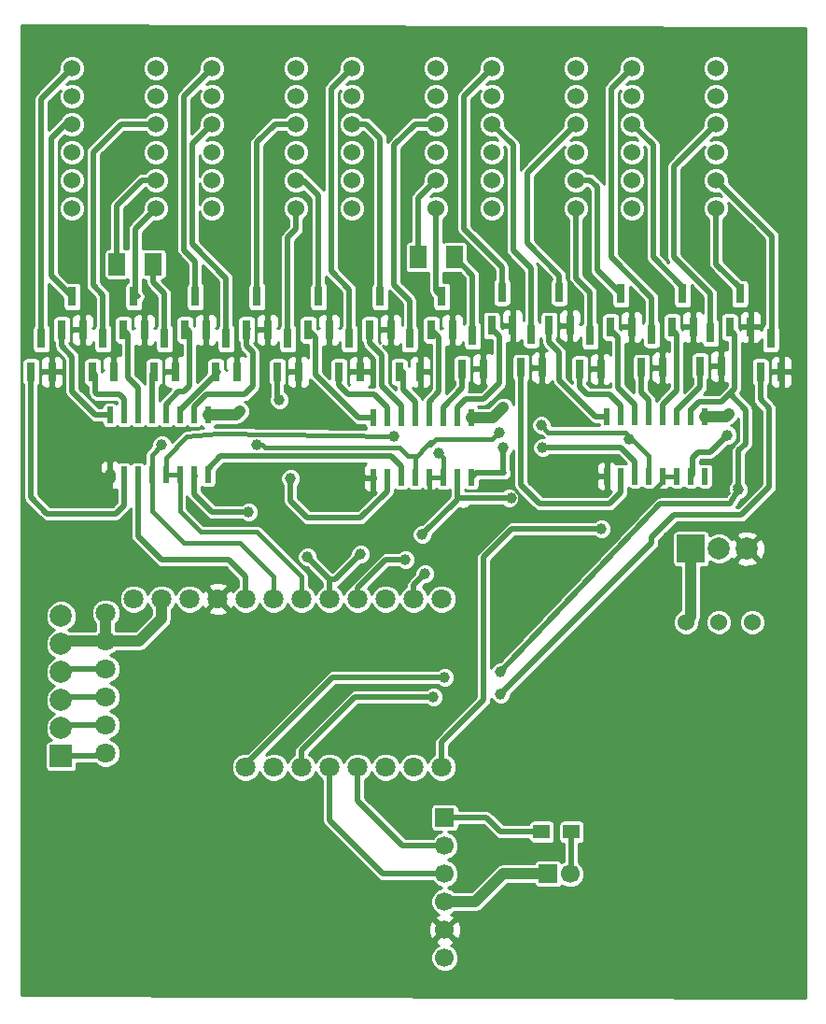
<source format=gbr>
G04 #@! TF.FileFunction,Copper,L1,Top,Signal*
%FSLAX46Y46*%
G04 Gerber Fmt 4.6, Leading zero omitted, Abs format (unit mm)*
G04 Created by KiCad (PCBNEW 4.0.2+dfsg1-stable) date Ne 28. apríl 2019, 22:46:11 CEST*
%MOMM*%
G01*
G04 APERTURE LIST*
%ADD10C,0.100000*%
%ADD11C,1.524000*%
%ADD12R,0.800100X1.800860*%
%ADD13R,0.600000X1.500000*%
%ADD14R,1.524000X2.032000*%
%ADD15R,1.700000X1.700000*%
%ADD16C,1.700000*%
%ADD17R,2.000000X2.000000*%
%ADD18C,2.000000*%
%ADD19R,1.500000X1.300000*%
%ADD20R,2.500000X2.500000*%
%ADD21C,1.800000*%
%ADD22C,1.000000*%
%ADD23C,1.000000*%
%ADD24C,0.500000*%
%ADD25C,0.400000*%
%ADD26C,0.254000*%
G04 APERTURE END LIST*
D10*
D11*
X172720000Y-56515000D03*
X172720000Y-59055000D03*
X172720000Y-61595000D03*
X172720000Y-64135000D03*
X172720000Y-66675000D03*
X172720000Y-69215000D03*
X180340000Y-69215000D03*
X180340000Y-66675000D03*
X180340000Y-64135000D03*
X180340000Y-61595000D03*
X180340000Y-59055000D03*
X180340000Y-56515000D03*
D12*
X167960000Y-83797140D03*
X169860000Y-83797140D03*
X168910000Y-80794860D03*
X170754000Y-79987140D03*
X172654000Y-79987140D03*
X171704000Y-76984860D03*
X173548000Y-83670140D03*
X175448000Y-83670140D03*
X174498000Y-80667860D03*
D11*
X160020000Y-56515000D03*
X160020000Y-59055000D03*
X160020000Y-61595000D03*
X160020000Y-64135000D03*
X160020000Y-66675000D03*
X160020000Y-69215000D03*
X167640000Y-69215000D03*
X167640000Y-66675000D03*
X167640000Y-64135000D03*
X167640000Y-61595000D03*
X167640000Y-59055000D03*
X167640000Y-56515000D03*
X147320000Y-56515000D03*
X147320000Y-59055000D03*
X147320000Y-61595000D03*
X147320000Y-64135000D03*
X147320000Y-66675000D03*
X147320000Y-69215000D03*
X154940000Y-69215000D03*
X154940000Y-66675000D03*
X154940000Y-64135000D03*
X154940000Y-61595000D03*
X154940000Y-59055000D03*
X154940000Y-56515000D03*
D12*
X132146000Y-80241140D03*
X134046000Y-80241140D03*
X133096000Y-77238860D03*
X120970000Y-80241140D03*
X122870000Y-80241140D03*
X121920000Y-77238860D03*
X123764000Y-84051140D03*
X125664000Y-84051140D03*
X124714000Y-81048860D03*
X126558000Y-80241140D03*
X128458000Y-80241140D03*
X127508000Y-77238860D03*
X129352000Y-84051140D03*
X131252000Y-84051140D03*
X130302000Y-81048860D03*
X134940000Y-84051140D03*
X136840000Y-84051140D03*
X135890000Y-81048860D03*
X137734000Y-80241140D03*
X139634000Y-80241140D03*
X138684000Y-77238860D03*
X140528000Y-84051140D03*
X142428000Y-84051140D03*
X141478000Y-81048860D03*
X143322000Y-80241140D03*
X145222000Y-80241140D03*
X144272000Y-77238860D03*
X146116000Y-84051140D03*
X148016000Y-84051140D03*
X147066000Y-81048860D03*
X148910000Y-80241140D03*
X150810000Y-80241140D03*
X149860000Y-77238860D03*
X151577000Y-84051140D03*
X153477000Y-84051140D03*
X152527000Y-81048860D03*
X154498000Y-80241140D03*
X156398000Y-80241140D03*
X155448000Y-77238860D03*
X162626000Y-83670140D03*
X164526000Y-83670140D03*
X163576000Y-80667860D03*
X178882000Y-83543140D03*
X180782000Y-83543140D03*
X179832000Y-80540860D03*
X181549000Y-79987140D03*
X183449000Y-79987140D03*
X182499000Y-76984860D03*
X118176000Y-84051140D03*
X120076000Y-84051140D03*
X119126000Y-81048860D03*
X184343000Y-84051140D03*
X186243000Y-84051140D03*
X185293000Y-81048860D03*
D13*
X125349000Y-93378000D03*
X126619000Y-93378000D03*
X127889000Y-93378000D03*
X129159000Y-93378000D03*
X130429000Y-93378000D03*
X131699000Y-93378000D03*
X132969000Y-93378000D03*
X134239000Y-93378000D03*
X134239000Y-87978000D03*
X132969000Y-87978000D03*
X131699000Y-87978000D03*
X130429000Y-87978000D03*
X129159000Y-87978000D03*
X127889000Y-87978000D03*
X126619000Y-87978000D03*
X125349000Y-87978000D03*
X149225000Y-93632000D03*
X150495000Y-93632000D03*
X151765000Y-93632000D03*
X153035000Y-93632000D03*
X154305000Y-93632000D03*
X155575000Y-93632000D03*
X156845000Y-93632000D03*
X158115000Y-93632000D03*
X158115000Y-88232000D03*
X156845000Y-88232000D03*
X155575000Y-88232000D03*
X154305000Y-88232000D03*
X153035000Y-88232000D03*
X151765000Y-88232000D03*
X150495000Y-88232000D03*
X149225000Y-88232000D03*
X170434000Y-93505000D03*
X171704000Y-93505000D03*
X172974000Y-93505000D03*
X174244000Y-93505000D03*
X175514000Y-93505000D03*
X176784000Y-93505000D03*
X178054000Y-93505000D03*
X179324000Y-93505000D03*
X179324000Y-88105000D03*
X178054000Y-88105000D03*
X176784000Y-88105000D03*
X175514000Y-88105000D03*
X174244000Y-88105000D03*
X172974000Y-88105000D03*
X171704000Y-88105000D03*
X170434000Y-88105000D03*
D14*
X153289000Y-73660000D03*
X156591000Y-73660000D03*
X125984000Y-74295000D03*
X129286000Y-74295000D03*
D15*
X155702000Y-124460000D03*
D16*
X155702000Y-127000000D03*
X155702000Y-129540000D03*
X155702000Y-132080000D03*
X155702000Y-134620000D03*
X155702000Y-137160000D03*
D17*
X120904000Y-118872000D03*
D18*
X120904000Y-116332000D03*
X120904000Y-113792000D03*
X120904000Y-111252000D03*
X120904000Y-108712000D03*
X120904000Y-106172000D03*
D15*
X165100000Y-129540000D03*
D16*
X167100000Y-129540000D03*
D19*
X164512000Y-125730000D03*
X167212000Y-125730000D03*
D12*
X157292000Y-83797140D03*
X159192000Y-83797140D03*
X158242000Y-80794860D03*
X159959000Y-79860140D03*
X161859000Y-79860140D03*
X160909000Y-76857860D03*
X165166000Y-79860140D03*
X167066000Y-79860140D03*
X166116000Y-76857860D03*
X176342000Y-79987140D03*
X178242000Y-79987140D03*
X177292000Y-76984860D03*
D11*
X121920000Y-56515000D03*
X121920000Y-59055000D03*
X121920000Y-61595000D03*
X121920000Y-64135000D03*
X121920000Y-66675000D03*
X121920000Y-69215000D03*
X129540000Y-69215000D03*
X129540000Y-66675000D03*
X129540000Y-64135000D03*
X129540000Y-61595000D03*
X129540000Y-59055000D03*
X129540000Y-56515000D03*
X134620000Y-56515000D03*
X134620000Y-59055000D03*
X134620000Y-61595000D03*
X134620000Y-64135000D03*
X134620000Y-66675000D03*
X134620000Y-69215000D03*
X142240000Y-69215000D03*
X142240000Y-66675000D03*
X142240000Y-64135000D03*
X142240000Y-61595000D03*
X142240000Y-59055000D03*
X142240000Y-56515000D03*
X183594000Y-106712000D03*
X180594000Y-106712000D03*
X177594000Y-106712000D03*
D20*
X178054000Y-100076000D03*
D18*
X180594000Y-100076000D03*
X183134000Y-100076000D03*
D21*
X137668000Y-119888000D03*
X140208000Y-119888000D03*
X142748000Y-119888000D03*
X145288000Y-119888000D03*
X147828000Y-119888000D03*
X150368000Y-119888000D03*
X152908000Y-119888000D03*
X155448000Y-119888000D03*
X155448000Y-104648000D03*
X152908000Y-104648000D03*
X150368000Y-104648000D03*
X147828000Y-104648000D03*
X145288000Y-104648000D03*
X142748000Y-104648000D03*
X140208000Y-104648000D03*
X137668000Y-104648000D03*
X135128000Y-104648000D03*
X132588000Y-104648000D03*
X130048000Y-104648000D03*
X127508000Y-104648000D03*
X124968000Y-105918000D03*
X124968000Y-108458000D03*
X124968000Y-110998000D03*
X124968000Y-113538000D03*
X124968000Y-116078000D03*
X124968000Y-118618000D03*
D22*
X123825000Y-95250000D03*
X137160000Y-87630000D03*
X181483000Y-87884000D03*
X161036000Y-87249000D03*
X182372000Y-94742000D03*
X155702000Y-111760000D03*
X160782000Y-111252000D03*
X141732000Y-93726000D03*
X140716000Y-86614000D03*
X138684000Y-90678000D03*
X130048000Y-90678000D03*
X172466000Y-90170000D03*
X164465000Y-88900000D03*
X160655000Y-89535000D03*
X161798000Y-95504000D03*
X153670000Y-98806000D03*
X148082000Y-100584000D03*
X137922000Y-96774000D03*
X143256000Y-100838000D03*
X181356000Y-89789000D03*
X153670000Y-96774000D03*
X158242000Y-97282000D03*
X151130000Y-89916000D03*
X155194000Y-91440000D03*
X169926000Y-98298000D03*
X153924000Y-102362000D03*
X152146000Y-101092000D03*
X160782000Y-113284000D03*
X154686000Y-113538000D03*
X161036000Y-90932000D03*
X164592000Y-90932000D03*
D23*
X125349000Y-93378000D02*
X125349000Y-93726000D01*
X125349000Y-93726000D02*
X123825000Y-95250000D01*
D24*
X174498000Y-80667860D02*
X174498000Y-77343000D01*
X170815000Y-58420000D02*
X172720000Y-56515000D01*
X170815000Y-73660000D02*
X170815000Y-58420000D01*
X174498000Y-77343000D02*
X170815000Y-73660000D01*
X174244000Y-88105000D02*
X174244000Y-86614000D01*
X173548000Y-85918000D02*
X173548000Y-84051140D01*
X174244000Y-86614000D02*
X173548000Y-85918000D01*
X147066000Y-81048860D02*
X147066000Y-76581000D01*
X145415000Y-58420000D02*
X147320000Y-56515000D01*
X145415000Y-74930000D02*
X145415000Y-58420000D01*
X147066000Y-76581000D02*
X145415000Y-74930000D01*
X150495000Y-88232000D02*
X150495000Y-87249000D01*
X146116000Y-85283000D02*
X146116000Y-84051140D01*
X146939000Y-86106000D02*
X146116000Y-85283000D01*
X149352000Y-86106000D02*
X146939000Y-86106000D01*
X150495000Y-87249000D02*
X149352000Y-86106000D01*
X119126000Y-81048860D02*
X119126000Y-59309000D01*
X119126000Y-59309000D02*
X121920000Y-56515000D01*
X160909000Y-76857860D02*
X160909000Y-74549000D01*
X157480000Y-59055000D02*
X160020000Y-56515000D01*
X157480000Y-71120000D02*
X157480000Y-59055000D01*
X160909000Y-74549000D02*
X157480000Y-71120000D01*
X160655000Y-80810140D02*
X160086000Y-80241140D01*
X160655000Y-85090000D02*
X160655000Y-80810140D01*
X159258000Y-86487000D02*
X160655000Y-85090000D01*
X157607000Y-86487000D02*
X159258000Y-86487000D01*
X156845000Y-87249000D02*
X157607000Y-86487000D01*
X156845000Y-88232000D02*
X156845000Y-87249000D01*
D23*
X124968000Y-108458000D02*
X128016000Y-108458000D01*
X130048000Y-106426000D02*
X130048000Y-104648000D01*
X128016000Y-108458000D02*
X130048000Y-106426000D01*
X124968000Y-108458000D02*
X124968000Y-105918000D01*
X124968000Y-108458000D02*
X121158000Y-108458000D01*
X121158000Y-108458000D02*
X120904000Y-108712000D01*
X155702000Y-132080000D02*
X158496000Y-132080000D01*
X161036000Y-129540000D02*
X165100000Y-129540000D01*
X158496000Y-132080000D02*
X161036000Y-129540000D01*
X134239000Y-87978000D02*
X136812000Y-87978000D01*
X136812000Y-87978000D02*
X137160000Y-87630000D01*
X179324000Y-88105000D02*
X181262000Y-88105000D01*
X181262000Y-88105000D02*
X181483000Y-87884000D01*
X158115000Y-88232000D02*
X160053000Y-88232000D01*
X160053000Y-88232000D02*
X161036000Y-87249000D01*
D24*
X133096000Y-77238860D02*
X133096000Y-74041000D01*
X132080000Y-59055000D02*
X134620000Y-56515000D01*
X132080000Y-73025000D02*
X132080000Y-59055000D01*
X133096000Y-74041000D02*
X132080000Y-73025000D01*
X131572000Y-85852000D02*
X132080000Y-85852000D01*
X130429000Y-86995000D02*
X131572000Y-85852000D01*
X130429000Y-87978000D02*
X130429000Y-86995000D01*
X132588000Y-80429140D02*
X132146000Y-79987140D01*
X132588000Y-85344000D02*
X132588000Y-80429140D01*
X132080000Y-85852000D02*
X132588000Y-85344000D01*
X177292000Y-76984860D02*
X177292000Y-76327000D01*
X177292000Y-76327000D02*
X174625000Y-73660000D01*
X174625000Y-73660000D02*
X174625000Y-63500000D01*
X174625000Y-63500000D02*
X172720000Y-61595000D01*
X175514000Y-88105000D02*
X175514000Y-86995000D01*
X176784000Y-80683140D02*
X176342000Y-80241140D01*
X176784000Y-85725000D02*
X176784000Y-80683140D01*
X175514000Y-86995000D02*
X176784000Y-85725000D01*
X147320000Y-61595000D02*
X148590000Y-61595000D01*
X149860000Y-62865000D02*
X149860000Y-77238860D01*
X148590000Y-61595000D02*
X149860000Y-62865000D01*
X151765000Y-88232000D02*
X151765000Y-87122000D01*
X151765000Y-87122000D02*
X149987000Y-85344000D01*
X148910000Y-81473000D02*
X148910000Y-80241140D01*
X149987000Y-82550000D02*
X148910000Y-81473000D01*
X149987000Y-85344000D02*
X149987000Y-82550000D01*
X121920000Y-61595000D02*
X121285000Y-61595000D01*
X121285000Y-61595000D02*
X120015000Y-62865000D01*
X120015000Y-62865000D02*
X120015000Y-75333860D01*
X120015000Y-75333860D02*
X121920000Y-77238860D01*
X120970000Y-80241140D02*
X120970000Y-81727000D01*
X124046000Y-87978000D02*
X121920000Y-85852000D01*
X124046000Y-87978000D02*
X125349000Y-87978000D01*
X121920000Y-82677000D02*
X121920000Y-85852000D01*
X120970000Y-81727000D02*
X121920000Y-82677000D01*
X160020000Y-61595000D02*
X161925000Y-63500000D01*
X163576000Y-74676000D02*
X163576000Y-80667860D01*
X161925000Y-73025000D02*
X163576000Y-74676000D01*
X161925000Y-63500000D02*
X161925000Y-73025000D01*
X162626000Y-84051140D02*
X162626000Y-94300000D01*
X171704000Y-94996000D02*
X171704000Y-93505000D01*
X170688000Y-96012000D02*
X171704000Y-94996000D01*
X164338000Y-96012000D02*
X170688000Y-96012000D01*
X162626000Y-94300000D02*
X164338000Y-96012000D01*
X135890000Y-81048860D02*
X135890000Y-75565000D01*
X132780002Y-63434998D02*
X134620000Y-61595000D01*
X132780002Y-72455002D02*
X132780002Y-63434998D01*
X135890000Y-75565000D02*
X132780002Y-72455002D01*
X131699000Y-87978000D02*
X131699000Y-87503000D01*
X131699000Y-87503000D02*
X135150860Y-84051140D01*
X135150860Y-84051140D02*
X135194000Y-84051140D01*
X179832000Y-80540860D02*
X179832000Y-76962000D01*
X176530000Y-65405000D02*
X180340000Y-61595000D01*
X176530000Y-73660000D02*
X176530000Y-65405000D01*
X179832000Y-76962000D02*
X176530000Y-73660000D01*
X176784000Y-88105000D02*
X176784000Y-87503000D01*
X176784000Y-87503000D02*
X178882000Y-85405000D01*
X178882000Y-85405000D02*
X178882000Y-84051140D01*
X152527000Y-81048860D02*
X152527000Y-77597000D01*
X153035000Y-61595000D02*
X154940000Y-61595000D01*
X151130000Y-63500000D02*
X153035000Y-61595000D01*
X151130000Y-76200000D02*
X151130000Y-63500000D01*
X152527000Y-77597000D02*
X151130000Y-76200000D01*
X153035000Y-88232000D02*
X153035000Y-86741000D01*
X151958000Y-85664000D02*
X151958000Y-84051140D01*
X153035000Y-86741000D02*
X151958000Y-85664000D01*
X124714000Y-81048860D02*
X124714000Y-77089000D01*
X126365000Y-61595000D02*
X129540000Y-61595000D01*
X123825000Y-64135000D02*
X126365000Y-61595000D01*
X123825000Y-70485000D02*
X123825000Y-64135000D01*
X123825000Y-76200000D02*
X123825000Y-70485000D01*
X124714000Y-77089000D02*
X123825000Y-76200000D01*
X124018000Y-84305140D02*
X124018000Y-85918000D01*
X126619000Y-86487000D02*
X126238000Y-86106000D01*
X126238000Y-86106000D02*
X124206000Y-86106000D01*
X124206000Y-86106000D02*
X124018000Y-85918000D01*
X126619000Y-86487000D02*
X126619000Y-87978000D01*
X124018000Y-84305140D02*
X123764000Y-84051140D01*
X166116000Y-76857860D02*
X166116000Y-75311000D01*
X163195000Y-66040000D02*
X167640000Y-61595000D01*
X163195000Y-72390000D02*
X163195000Y-66040000D01*
X166116000Y-75311000D02*
X163195000Y-72390000D01*
X170434000Y-88105000D02*
X169385000Y-88105000D01*
X165166000Y-81346000D02*
X165166000Y-80241140D01*
X166116000Y-82296000D02*
X165166000Y-81346000D01*
X166116000Y-84836000D02*
X166116000Y-82296000D01*
X169385000Y-88105000D02*
X166116000Y-84836000D01*
X142240000Y-61595000D02*
X140335000Y-61595000D01*
X138684000Y-63246000D02*
X138684000Y-77238860D01*
X140335000Y-61595000D02*
X138684000Y-63246000D01*
X134085952Y-86106000D02*
X137541000Y-86106000D01*
X132969000Y-87978000D02*
X132969000Y-87222952D01*
X132969000Y-87222952D02*
X134085952Y-86106000D01*
X137734000Y-81727000D02*
X137734000Y-80241140D01*
X138303000Y-82296000D02*
X137734000Y-81727000D01*
X138303000Y-85344000D02*
X138303000Y-82296000D01*
X137541000Y-86106000D02*
X138303000Y-85344000D01*
X137922000Y-80175140D02*
X137734000Y-79987140D01*
X182499000Y-76984860D02*
X182499000Y-76454000D01*
X182499000Y-76454000D02*
X180340000Y-74295000D01*
X180340000Y-74295000D02*
X180340000Y-69215000D01*
X182372000Y-94742000D02*
X182372000Y-91186000D01*
X183007000Y-90551000D02*
X183007000Y-87503000D01*
X183007000Y-87503000D02*
X181546500Y-86042500D01*
X182372000Y-91186000D02*
X183007000Y-90551000D01*
X137668000Y-119888000D02*
X137668000Y-119634000D01*
X137668000Y-119634000D02*
X145542000Y-111760000D01*
X145542000Y-111760000D02*
X155702000Y-111760000D01*
X160782000Y-111252000D02*
X175260000Y-96012000D01*
X175260000Y-96012000D02*
X181610000Y-96012000D01*
X181610000Y-96012000D02*
X182372000Y-94742000D01*
X182372000Y-94742000D02*
X182372000Y-94742000D01*
X182372000Y-94742000D02*
X182118000Y-94488000D01*
X178054000Y-88105000D02*
X178054000Y-87503000D01*
X178054000Y-87503000D02*
X178816000Y-86741000D01*
X180848000Y-86741000D02*
X181546500Y-86042500D01*
X178816000Y-86741000D02*
X180848000Y-86741000D01*
X181546500Y-86042500D02*
X181991000Y-85598000D01*
X181991000Y-80683140D02*
X181549000Y-80241140D01*
X181991000Y-85598000D02*
X181991000Y-80683140D01*
X129540000Y-69215000D02*
X127635000Y-71120000D01*
X127635000Y-71120000D02*
X127635000Y-77111860D01*
X127635000Y-77111860D02*
X127508000Y-77238860D01*
X127508000Y-77238860D02*
X127866140Y-77238860D01*
X127000000Y-84582000D02*
X127000000Y-80683140D01*
X127000000Y-80683140D02*
X126558000Y-80241140D01*
X127889000Y-87978000D02*
X127889000Y-85471000D01*
X127889000Y-85471000D02*
X127000000Y-84582000D01*
X154940000Y-69215000D02*
X154940000Y-76730860D01*
X154940000Y-76730860D02*
X155448000Y-77238860D01*
X154305000Y-88232000D02*
X154305000Y-86741000D01*
X155194000Y-80937140D02*
X154498000Y-80241140D01*
X155194000Y-85852000D02*
X155194000Y-80937140D01*
X154305000Y-86741000D02*
X155194000Y-85852000D01*
X167640000Y-69215000D02*
X167640000Y-75565000D01*
X168910000Y-76835000D02*
X168910000Y-80794860D01*
X167640000Y-75565000D02*
X168910000Y-76835000D01*
X171704000Y-88105000D02*
X171704000Y-87122000D01*
X167960000Y-85410000D02*
X167960000Y-84051140D01*
X168656000Y-86106000D02*
X167960000Y-85410000D01*
X170688000Y-86106000D02*
X168656000Y-86106000D01*
X171704000Y-87122000D02*
X170688000Y-86106000D01*
X142240000Y-69215000D02*
X142240000Y-71120000D01*
X141478000Y-71882000D02*
X141478000Y-81048860D01*
X142240000Y-71120000D02*
X141478000Y-71882000D01*
X150495000Y-94869000D02*
X148082000Y-97282000D01*
X148082000Y-97282000D02*
X143256000Y-97282000D01*
X143256000Y-97282000D02*
X141732000Y-95758000D01*
X141732000Y-95758000D02*
X141732000Y-93726000D01*
X150495000Y-93632000D02*
X150495000Y-94869000D01*
X140528000Y-86426000D02*
X140528000Y-84051140D01*
X140716000Y-86614000D02*
X140528000Y-86426000D01*
X129286000Y-74295000D02*
X129286000Y-75946000D01*
X130302000Y-76962000D02*
X130302000Y-81048860D01*
X129286000Y-75946000D02*
X130302000Y-76962000D01*
X129159000Y-87978000D02*
X129159000Y-84244140D01*
X129159000Y-84244140D02*
X129352000Y-84051140D01*
X158242000Y-80794860D02*
X158242000Y-75311000D01*
X158242000Y-75311000D02*
X156591000Y-73660000D01*
X155575000Y-88232000D02*
X155575000Y-87249000D01*
X157292000Y-85532000D02*
X157292000Y-84051140D01*
X155575000Y-87249000D02*
X157292000Y-85532000D01*
X167640000Y-66675000D02*
X168910000Y-66675000D01*
X169545000Y-74825860D02*
X171704000Y-76984860D01*
X169545000Y-67310000D02*
X169545000Y-74825860D01*
X168910000Y-66675000D02*
X169545000Y-67310000D01*
X171450000Y-80937140D02*
X170754000Y-80241140D01*
X171450000Y-85471000D02*
X171450000Y-80937140D01*
X172974000Y-86995000D02*
X171450000Y-85471000D01*
X172974000Y-88105000D02*
X172974000Y-86995000D01*
X142240000Y-66675000D02*
X142875000Y-66675000D01*
X142875000Y-66675000D02*
X144272000Y-68072000D01*
X144272000Y-68072000D02*
X144272000Y-77238860D01*
X149225000Y-88232000D02*
X147922000Y-88232000D01*
X144018000Y-80937140D02*
X143322000Y-80241140D01*
X144018000Y-84328000D02*
X144018000Y-80937140D01*
X147922000Y-88232000D02*
X144018000Y-84328000D01*
X143637000Y-80556140D02*
X143322000Y-80241140D01*
X145288000Y-119888000D02*
X145288000Y-124714000D01*
X150114000Y-129540000D02*
X155702000Y-129540000D01*
X145288000Y-124714000D02*
X150114000Y-129540000D01*
X147828000Y-119888000D02*
X147828000Y-122936000D01*
X151892000Y-127000000D02*
X155702000Y-127000000D01*
X147828000Y-122936000D02*
X151892000Y-127000000D01*
D25*
X152400000Y-91694000D02*
X151638000Y-90932000D01*
X151638000Y-90932000D02*
X139446000Y-90932000D01*
X139446000Y-90932000D02*
X139192000Y-90678000D01*
X139192000Y-90678000D02*
X138684000Y-90678000D01*
X130048000Y-90678000D02*
X129159000Y-91567000D01*
X129159000Y-93378000D02*
X129159000Y-91567000D01*
X152400000Y-91694000D02*
X153035000Y-91694000D01*
X172466000Y-90170000D02*
X172593000Y-90043000D01*
X172593000Y-90043000D02*
X172466000Y-90170000D01*
X172466000Y-90170000D02*
X172466000Y-89916000D01*
X140208000Y-104648000D02*
X140208000Y-102616000D01*
X140208000Y-102616000D02*
X137160000Y-99568000D01*
X137160000Y-99568000D02*
X132080000Y-99568000D01*
X132080000Y-99568000D02*
X129159000Y-96647000D01*
X129159000Y-96647000D02*
X129159000Y-93378000D01*
X154178000Y-90678000D02*
X154432000Y-90678000D01*
X174244000Y-91694000D02*
X174244000Y-93505000D01*
X172085000Y-89535000D02*
X172466000Y-89916000D01*
X172466000Y-89916000D02*
X174244000Y-91694000D01*
X165100000Y-89535000D02*
X172085000Y-89535000D01*
X164465000Y-88900000D02*
X165100000Y-89535000D01*
X160020000Y-90170000D02*
X160655000Y-89535000D01*
X154940000Y-90170000D02*
X160020000Y-90170000D01*
X154432000Y-90678000D02*
X154940000Y-90170000D01*
X153035000Y-91821000D02*
X153035000Y-91694000D01*
X154178000Y-90678000D02*
X153035000Y-91821000D01*
X153035000Y-91694000D02*
X153035000Y-91948000D01*
X153035000Y-91948000D02*
X153035000Y-93632000D01*
X154432000Y-90424000D02*
X154178000Y-90678000D01*
X140208000Y-104648000D02*
X140208000Y-104140000D01*
D24*
X126619000Y-93378000D02*
X126619000Y-96139000D01*
X118176000Y-92395000D02*
X118176000Y-84051140D01*
X118176000Y-95443000D02*
X118176000Y-92395000D01*
X119634000Y-96901000D02*
X118176000Y-95443000D01*
X125857000Y-96901000D02*
X119634000Y-96901000D01*
X126619000Y-96139000D02*
X125857000Y-96901000D01*
X126619000Y-93378000D02*
X126619000Y-94869000D01*
X156845000Y-95504000D02*
X161798000Y-95504000D01*
X145288000Y-102870000D02*
X145796000Y-102870000D01*
X156845000Y-95631000D02*
X156845000Y-95504000D01*
X156845000Y-95504000D02*
X156845000Y-94996000D01*
X153670000Y-98806000D02*
X156845000Y-95631000D01*
X145796000Y-102870000D02*
X148082000Y-100584000D01*
X145288000Y-104648000D02*
X145288000Y-102870000D01*
X132969000Y-95123000D02*
X132969000Y-93378000D01*
X134620000Y-96774000D02*
X132969000Y-95123000D01*
X137922000Y-96774000D02*
X134620000Y-96774000D01*
X145288000Y-102870000D02*
X143256000Y-100838000D01*
X133096000Y-93505000D02*
X132969000Y-93378000D01*
X156845000Y-94996000D02*
X156845000Y-93632000D01*
X178689000Y-91313000D02*
X178181000Y-91821000D01*
X178181000Y-91821000D02*
X178181000Y-93378000D01*
X179832000Y-91313000D02*
X178689000Y-91313000D01*
X181356000Y-89789000D02*
X179832000Y-91313000D01*
X178181000Y-93378000D02*
X178054000Y-93505000D01*
X137668000Y-104648000D02*
X137668000Y-102616000D01*
X127889000Y-98933000D02*
X127889000Y-93378000D01*
X130048000Y-101092000D02*
X127889000Y-98933000D01*
X136144000Y-101092000D02*
X130048000Y-101092000D01*
X137668000Y-102616000D02*
X136144000Y-101092000D01*
X137668000Y-104648000D02*
X137668000Y-104140000D01*
D25*
X175514000Y-93505000D02*
X175514000Y-93980000D01*
X175514000Y-93980000D02*
X172212000Y-97282000D01*
X154305000Y-96139000D02*
X154305000Y-93632000D01*
X153670000Y-96774000D02*
X154305000Y-96139000D01*
X158750000Y-97282000D02*
X158242000Y-97282000D01*
X172212000Y-97282000D02*
X158750000Y-97282000D01*
X155575000Y-93632000D02*
X155575000Y-91821000D01*
X130429000Y-91821000D02*
X130429000Y-93378000D01*
X132334000Y-89916000D02*
X130429000Y-91821000D01*
X135128000Y-89662000D02*
X132334000Y-89916000D01*
X151130000Y-89916000D02*
X135128000Y-89662000D01*
X155575000Y-91821000D02*
X155194000Y-91440000D01*
X142748000Y-104648000D02*
X142748000Y-102616000D01*
X131699000Y-96647000D02*
X131699000Y-93378000D01*
X133604000Y-98552000D02*
X131699000Y-96647000D01*
X138684000Y-98552000D02*
X133604000Y-98552000D01*
X142748000Y-102616000D02*
X138684000Y-98552000D01*
X130429000Y-93378000D02*
X131699000Y-93378000D01*
X154305000Y-93632000D02*
X155575000Y-93632000D01*
X175514000Y-93505000D02*
X176784000Y-93505000D01*
D24*
X155448000Y-119888000D02*
X155448000Y-117602000D01*
X161798000Y-98298000D02*
X169926000Y-98298000D01*
X159258000Y-100838000D02*
X161798000Y-98298000D01*
X159258000Y-113792000D02*
X159258000Y-100838000D01*
X155448000Y-117602000D02*
X159258000Y-113792000D01*
X152908000Y-103378000D02*
X152908000Y-104648000D01*
X153924000Y-102362000D02*
X152908000Y-103378000D01*
X147828000Y-104648000D02*
X147828000Y-103632000D01*
X150368000Y-101092000D02*
X152146000Y-101092000D01*
X147828000Y-103632000D02*
X150368000Y-101092000D01*
X155702000Y-124460000D02*
X159512000Y-124460000D01*
X160782000Y-125730000D02*
X164512000Y-125730000D01*
X159512000Y-124460000D02*
X160782000Y-125730000D01*
X129540000Y-66675000D02*
X128270000Y-66675000D01*
X125984000Y-68961000D02*
X125984000Y-74295000D01*
X128270000Y-66675000D02*
X125984000Y-68961000D01*
X153289000Y-73660000D02*
X153289000Y-68326000D01*
X153289000Y-68326000D02*
X154940000Y-66675000D01*
X142748000Y-119888000D02*
X142748000Y-118364000D01*
X184343000Y-86553000D02*
X184343000Y-84051140D01*
X185166000Y-87376000D02*
X184343000Y-86553000D01*
X185166000Y-94488000D02*
X185166000Y-87376000D01*
X182626000Y-97028000D02*
X185166000Y-94488000D01*
X176530000Y-97028000D02*
X182626000Y-97028000D01*
X174498000Y-99060000D02*
X176530000Y-97028000D01*
X174498000Y-99568000D02*
X174498000Y-99060000D01*
X160782000Y-113284000D02*
X174498000Y-99568000D01*
X147574000Y-113538000D02*
X154686000Y-113538000D01*
X142748000Y-118364000D02*
X147574000Y-113538000D01*
X145288000Y-91694000D02*
X150876000Y-91694000D01*
X135382000Y-91694000D02*
X145288000Y-91694000D01*
X134239000Y-92837000D02*
X135382000Y-91694000D01*
X151765000Y-92583000D02*
X151765000Y-93632000D01*
X150876000Y-91694000D02*
X151765000Y-92583000D01*
X134239000Y-93378000D02*
X134239000Y-92837000D01*
X172974000Y-93505000D02*
X172974000Y-92202000D01*
X161036000Y-93218000D02*
X161036000Y-92964000D01*
X161036000Y-90932000D02*
X161036000Y-93218000D01*
X171704000Y-90932000D02*
X164592000Y-90932000D01*
X172974000Y-92202000D02*
X171704000Y-90932000D01*
X161110000Y-93218000D02*
X158529000Y-93218000D01*
X158529000Y-93218000D02*
X158115000Y-93632000D01*
X180340000Y-66675000D02*
X184150000Y-70485000D01*
X185420000Y-71755000D02*
X185420000Y-80921860D01*
X184150000Y-70485000D02*
X185420000Y-71755000D01*
X185420000Y-80921860D02*
X185293000Y-81048860D01*
X124968000Y-113538000D02*
X121158000Y-113538000D01*
X121158000Y-113538000D02*
X120904000Y-113792000D01*
X124968000Y-116078000D02*
X121158000Y-116078000D01*
X121158000Y-116078000D02*
X120904000Y-116332000D01*
X120904000Y-118872000D02*
X124714000Y-118872000D01*
X124714000Y-118872000D02*
X124968000Y-118618000D01*
X167212000Y-125730000D02*
X167212000Y-129428000D01*
X167212000Y-129428000D02*
X167100000Y-129540000D01*
D23*
X178054000Y-100076000D02*
X178054000Y-106252000D01*
X178054000Y-106252000D02*
X177594000Y-106712000D01*
X177594000Y-100536000D02*
X178054000Y-100076000D01*
D24*
X124968000Y-110998000D02*
X121158000Y-110998000D01*
X121158000Y-110998000D02*
X120904000Y-111252000D01*
D26*
G36*
X187258500Y-52933599D02*
X187258960Y-52933600D01*
X188401960Y-52933600D01*
X188401960Y-140817147D01*
X117281960Y-140564051D01*
X117281960Y-137412897D01*
X154424779Y-137412897D01*
X154618781Y-137882417D01*
X154977693Y-138241957D01*
X155446875Y-138436778D01*
X155954897Y-138437221D01*
X156424417Y-138243219D01*
X156783957Y-137884307D01*
X156978778Y-137415125D01*
X156979221Y-136907103D01*
X156785219Y-136437583D01*
X156426307Y-136078043D01*
X156259901Y-136008945D01*
X156486080Y-135915259D01*
X156566353Y-135663958D01*
X155702000Y-134799605D01*
X154837647Y-135663958D01*
X154917920Y-135915259D01*
X155158917Y-136002682D01*
X154979583Y-136076781D01*
X154620043Y-136435693D01*
X154425222Y-136904875D01*
X154424779Y-137412897D01*
X117281960Y-137412897D01*
X117281960Y-134391279D01*
X154205282Y-134391279D01*
X154231685Y-134981458D01*
X154406741Y-135404080D01*
X154658042Y-135484353D01*
X155522395Y-134620000D01*
X155881605Y-134620000D01*
X156745958Y-135484353D01*
X156997259Y-135404080D01*
X157198718Y-134848721D01*
X157172315Y-134258542D01*
X156997259Y-133835920D01*
X156745958Y-133755647D01*
X155881605Y-134620000D01*
X155522395Y-134620000D01*
X154658042Y-133755647D01*
X154406741Y-133835920D01*
X154205282Y-134391279D01*
X117281960Y-134391279D01*
X117281960Y-117872000D01*
X119468635Y-117872000D01*
X119468635Y-119872000D01*
X119498409Y-120030237D01*
X119591927Y-120175567D01*
X119734619Y-120273064D01*
X119904000Y-120307365D01*
X121904000Y-120307365D01*
X122062237Y-120277591D01*
X122207567Y-120184073D01*
X122305064Y-120041381D01*
X122339365Y-119872000D01*
X122339365Y-119549000D01*
X124022352Y-119549000D01*
X124215334Y-119742319D01*
X124702885Y-119944769D01*
X125230798Y-119945229D01*
X125718703Y-119743631D01*
X126092319Y-119370666D01*
X126294769Y-118883115D01*
X126295229Y-118355202D01*
X126093631Y-117867297D01*
X125720666Y-117493681D01*
X125369567Y-117347891D01*
X125718703Y-117203631D01*
X126092319Y-116830666D01*
X126294769Y-116343115D01*
X126295229Y-115815202D01*
X126093631Y-115327297D01*
X125720666Y-114953681D01*
X125369567Y-114807891D01*
X125718703Y-114663631D01*
X126092319Y-114290666D01*
X126294769Y-113803115D01*
X126295229Y-113275202D01*
X126093631Y-112787297D01*
X125720666Y-112413681D01*
X125369567Y-112267891D01*
X125718703Y-112123631D01*
X126092319Y-111750666D01*
X126294769Y-111263115D01*
X126295229Y-110735202D01*
X126093631Y-110247297D01*
X125720666Y-109873681D01*
X125369567Y-109727891D01*
X125718703Y-109583631D01*
X125917681Y-109385000D01*
X128016000Y-109385000D01*
X128370748Y-109314436D01*
X128671488Y-109113488D01*
X130703488Y-107081488D01*
X130770374Y-106981386D01*
X130904436Y-106780748D01*
X130975000Y-106426000D01*
X130975000Y-105597641D01*
X131172319Y-105400666D01*
X131318109Y-105049567D01*
X131462369Y-105398703D01*
X131835334Y-105772319D01*
X132322885Y-105974769D01*
X132850798Y-105975229D01*
X133338703Y-105773631D01*
X133384254Y-105728159D01*
X134227446Y-105728159D01*
X134313852Y-105984643D01*
X134887336Y-106194458D01*
X135497460Y-106168839D01*
X135942148Y-105984643D01*
X136028554Y-105728159D01*
X135128000Y-104827605D01*
X134227446Y-105728159D01*
X133384254Y-105728159D01*
X133712319Y-105400666D01*
X133739138Y-105336080D01*
X133791357Y-105462148D01*
X134047841Y-105548554D01*
X134948395Y-104648000D01*
X134047841Y-103747446D01*
X133791357Y-103833852D01*
X133742544Y-103967272D01*
X133713631Y-103897297D01*
X133384750Y-103567841D01*
X134227446Y-103567841D01*
X135128000Y-104468395D01*
X136028554Y-103567841D01*
X135942148Y-103311357D01*
X135368664Y-103101542D01*
X134758540Y-103127161D01*
X134313852Y-103311357D01*
X134227446Y-103567841D01*
X133384750Y-103567841D01*
X133340666Y-103523681D01*
X132853115Y-103321231D01*
X132325202Y-103320771D01*
X131837297Y-103522369D01*
X131463681Y-103895334D01*
X131317891Y-104246433D01*
X131173631Y-103897297D01*
X130800666Y-103523681D01*
X130313115Y-103321231D01*
X129785202Y-103320771D01*
X129297297Y-103522369D01*
X128923681Y-103895334D01*
X128777891Y-104246433D01*
X128633631Y-103897297D01*
X128260666Y-103523681D01*
X127773115Y-103321231D01*
X127245202Y-103320771D01*
X126757297Y-103522369D01*
X126383681Y-103895334D01*
X126181231Y-104382885D01*
X126180771Y-104910798D01*
X126382369Y-105398703D01*
X126755334Y-105772319D01*
X127242885Y-105974769D01*
X127770798Y-105975229D01*
X128258703Y-105773631D01*
X128632319Y-105400666D01*
X128778109Y-105049567D01*
X128922369Y-105398703D01*
X129121000Y-105597681D01*
X129121000Y-106042024D01*
X127632024Y-107531000D01*
X125917641Y-107531000D01*
X125895000Y-107508319D01*
X125895000Y-106867641D01*
X126092319Y-106670666D01*
X126294769Y-106183115D01*
X126295229Y-105655202D01*
X126093631Y-105167297D01*
X125720666Y-104793681D01*
X125233115Y-104591231D01*
X124705202Y-104590771D01*
X124217297Y-104792369D01*
X123843681Y-105165334D01*
X123641231Y-105652885D01*
X123640771Y-106180798D01*
X123842369Y-106668703D01*
X124041000Y-106867681D01*
X124041000Y-107508359D01*
X124018319Y-107531000D01*
X121741384Y-107531000D01*
X121713386Y-107502953D01*
X121566882Y-107442119D01*
X121711275Y-107382457D01*
X122113047Y-106981386D01*
X122330752Y-106457093D01*
X122331248Y-105889397D01*
X122114457Y-105364725D01*
X121713386Y-104962953D01*
X121189093Y-104745248D01*
X120621397Y-104744752D01*
X120096725Y-104961543D01*
X119694953Y-105362614D01*
X119477248Y-105886907D01*
X119476752Y-106454603D01*
X119693543Y-106979275D01*
X120094614Y-107381047D01*
X120241118Y-107441881D01*
X120096725Y-107501543D01*
X119694953Y-107902614D01*
X119477248Y-108426907D01*
X119476752Y-108994603D01*
X119693543Y-109519275D01*
X120094614Y-109921047D01*
X120241118Y-109981881D01*
X120096725Y-110041543D01*
X119694953Y-110442614D01*
X119477248Y-110966907D01*
X119476752Y-111534603D01*
X119693543Y-112059275D01*
X120094614Y-112461047D01*
X120241118Y-112521881D01*
X120096725Y-112581543D01*
X119694953Y-112982614D01*
X119477248Y-113506907D01*
X119476752Y-114074603D01*
X119693543Y-114599275D01*
X120094614Y-115001047D01*
X120241118Y-115061881D01*
X120096725Y-115121543D01*
X119694953Y-115522614D01*
X119477248Y-116046907D01*
X119476752Y-116614603D01*
X119693543Y-117139275D01*
X119990384Y-117436635D01*
X119904000Y-117436635D01*
X119745763Y-117466409D01*
X119600433Y-117559927D01*
X119502936Y-117702619D01*
X119468635Y-117872000D01*
X117281960Y-117872000D01*
X117281960Y-83150710D01*
X117340585Y-83150710D01*
X117340585Y-84951570D01*
X117370359Y-85109807D01*
X117463877Y-85255137D01*
X117499000Y-85279135D01*
X117499000Y-95443000D01*
X117550534Y-95702077D01*
X117637346Y-95832000D01*
X117697289Y-95921711D01*
X119155288Y-97379711D01*
X119261980Y-97451000D01*
X119374923Y-97526466D01*
X119634000Y-97578000D01*
X125857000Y-97578000D01*
X126116077Y-97526466D01*
X126335711Y-97379711D01*
X127097711Y-96617711D01*
X127212000Y-96446666D01*
X127212000Y-98933000D01*
X127263534Y-99192077D01*
X127341609Y-99308924D01*
X127410289Y-99411711D01*
X129569289Y-101570711D01*
X129788923Y-101717466D01*
X130048000Y-101769000D01*
X135863578Y-101769000D01*
X136991000Y-102896423D01*
X136991000Y-103491916D01*
X136917297Y-103522369D01*
X136543681Y-103895334D01*
X136516862Y-103959920D01*
X136464643Y-103833852D01*
X136208159Y-103747446D01*
X135307605Y-104648000D01*
X136208159Y-105548554D01*
X136464643Y-105462148D01*
X136513456Y-105328728D01*
X136542369Y-105398703D01*
X136915334Y-105772319D01*
X137402885Y-105974769D01*
X137930798Y-105975229D01*
X138418703Y-105773631D01*
X138792319Y-105400666D01*
X138938109Y-105049567D01*
X139082369Y-105398703D01*
X139455334Y-105772319D01*
X139942885Y-105974769D01*
X140470798Y-105975229D01*
X140958703Y-105773631D01*
X141332319Y-105400666D01*
X141478109Y-105049567D01*
X141622369Y-105398703D01*
X141995334Y-105772319D01*
X142482885Y-105974769D01*
X143010798Y-105975229D01*
X143498703Y-105773631D01*
X143872319Y-105400666D01*
X144018109Y-105049567D01*
X144162369Y-105398703D01*
X144535334Y-105772319D01*
X145022885Y-105974769D01*
X145550798Y-105975229D01*
X146038703Y-105773631D01*
X146412319Y-105400666D01*
X146558109Y-105049567D01*
X146702369Y-105398703D01*
X147075334Y-105772319D01*
X147562885Y-105974769D01*
X148090798Y-105975229D01*
X148578703Y-105773631D01*
X148952319Y-105400666D01*
X149098109Y-105049567D01*
X149242369Y-105398703D01*
X149615334Y-105772319D01*
X150102885Y-105974769D01*
X150630798Y-105975229D01*
X151118703Y-105773631D01*
X151492319Y-105400666D01*
X151638109Y-105049567D01*
X151782369Y-105398703D01*
X152155334Y-105772319D01*
X152642885Y-105974769D01*
X153170798Y-105975229D01*
X153658703Y-105773631D01*
X154032319Y-105400666D01*
X154178109Y-105049567D01*
X154322369Y-105398703D01*
X154695334Y-105772319D01*
X155182885Y-105974769D01*
X155710798Y-105975229D01*
X156198703Y-105773631D01*
X156572319Y-105400666D01*
X156774769Y-104913115D01*
X156775229Y-104385202D01*
X156573631Y-103897297D01*
X156200666Y-103523681D01*
X155713115Y-103321231D01*
X155185202Y-103320771D01*
X154697297Y-103522369D01*
X154323681Y-103895334D01*
X154177891Y-104246433D01*
X154033631Y-103897297D01*
X153690178Y-103553244D01*
X153954395Y-103289027D01*
X154107583Y-103289161D01*
X154448417Y-103148331D01*
X154709414Y-102887789D01*
X154850839Y-102547201D01*
X154851161Y-102178417D01*
X154710331Y-101837583D01*
X154449789Y-101576586D01*
X154109201Y-101435161D01*
X153740417Y-101434839D01*
X153399583Y-101575669D01*
X153138586Y-101836211D01*
X152997161Y-102176799D01*
X152997026Y-102331552D01*
X152429289Y-102899289D01*
X152282534Y-103118923D01*
X152231000Y-103378000D01*
X152231000Y-103491916D01*
X152157297Y-103522369D01*
X151783681Y-103895334D01*
X151637891Y-104246433D01*
X151493631Y-103897297D01*
X151120666Y-103523681D01*
X150633115Y-103321231D01*
X150105202Y-103320771D01*
X149617297Y-103522369D01*
X149243681Y-103895334D01*
X149097891Y-104246433D01*
X148953631Y-103897297D01*
X148737067Y-103680355D01*
X150648423Y-101769000D01*
X151511986Y-101769000D01*
X151620211Y-101877414D01*
X151960799Y-102018839D01*
X152329583Y-102019161D01*
X152670417Y-101878331D01*
X152931414Y-101617789D01*
X153072839Y-101277201D01*
X153073161Y-100908417D01*
X152932331Y-100567583D01*
X152671789Y-100306586D01*
X152331201Y-100165161D01*
X151962417Y-100164839D01*
X151621583Y-100305669D01*
X151512061Y-100415000D01*
X150368000Y-100415000D01*
X150108923Y-100466534D01*
X150004960Y-100536000D01*
X149889288Y-100613289D01*
X147349289Y-103153289D01*
X147202534Y-103372923D01*
X147181360Y-103479371D01*
X147077297Y-103522369D01*
X146703681Y-103895334D01*
X146557891Y-104246433D01*
X146413631Y-103897297D01*
X146040666Y-103523681D01*
X145999392Y-103506542D01*
X146055077Y-103495466D01*
X146274711Y-103348711D01*
X148112395Y-101511027D01*
X148265583Y-101511161D01*
X148606417Y-101370331D01*
X148867414Y-101109789D01*
X149008839Y-100769201D01*
X149009161Y-100400417D01*
X148868331Y-100059583D01*
X148607789Y-99798586D01*
X148267201Y-99657161D01*
X147898417Y-99656839D01*
X147557583Y-99797669D01*
X147296586Y-100058211D01*
X147155161Y-100398799D01*
X147155026Y-100553552D01*
X145542000Y-102166578D01*
X144183027Y-100807605D01*
X144183161Y-100654417D01*
X144042331Y-100313583D01*
X143781789Y-100052586D01*
X143441201Y-99911161D01*
X143072417Y-99910839D01*
X142731583Y-100051669D01*
X142470586Y-100312211D01*
X142329161Y-100652799D01*
X142328839Y-101021583D01*
X142469669Y-101362417D01*
X142730211Y-101623414D01*
X143070799Y-101764839D01*
X143225552Y-101764974D01*
X144611000Y-103150422D01*
X144611000Y-103491916D01*
X144537297Y-103522369D01*
X144163681Y-103895334D01*
X144017891Y-104246433D01*
X143873631Y-103897297D01*
X143500666Y-103523681D01*
X143375000Y-103471500D01*
X143375000Y-102616000D01*
X143360993Y-102545583D01*
X143327273Y-102376058D01*
X143191356Y-102172644D01*
X139127356Y-98108644D01*
X139023012Y-98038924D01*
X138923943Y-97972728D01*
X138684000Y-97925000D01*
X133863712Y-97925000D01*
X132326000Y-96387288D01*
X132326000Y-95293928D01*
X132343534Y-95382077D01*
X132440645Y-95527414D01*
X132490289Y-95601711D01*
X134141289Y-97252712D01*
X134360924Y-97399467D01*
X134620000Y-97451000D01*
X137287986Y-97451000D01*
X137396211Y-97559414D01*
X137736799Y-97700839D01*
X138105583Y-97701161D01*
X138446417Y-97560331D01*
X138707414Y-97299789D01*
X138848839Y-96959201D01*
X138849161Y-96590417D01*
X138708331Y-96249583D01*
X138447789Y-95988586D01*
X138107201Y-95847161D01*
X137738417Y-95846839D01*
X137397583Y-95987669D01*
X137288061Y-96097000D01*
X134900423Y-96097000D01*
X133646000Y-94842578D01*
X133646000Y-94444599D01*
X133769619Y-94529064D01*
X133939000Y-94563365D01*
X134539000Y-94563365D01*
X134697237Y-94533591D01*
X134842567Y-94440073D01*
X134940064Y-94297381D01*
X134974365Y-94128000D01*
X134974365Y-93059057D01*
X135662422Y-92371000D01*
X148537974Y-92371000D01*
X148386673Y-92522302D01*
X148290000Y-92755691D01*
X148290000Y-93346250D01*
X148448750Y-93505000D01*
X149098000Y-93505000D01*
X149098000Y-93485000D01*
X149352000Y-93485000D01*
X149352000Y-93505000D01*
X149372000Y-93505000D01*
X149372000Y-93759000D01*
X149352000Y-93759000D01*
X149352000Y-94858250D01*
X149450164Y-94956414D01*
X147801578Y-96605000D01*
X143536423Y-96605000D01*
X142409000Y-95477578D01*
X142409000Y-94360014D01*
X142517414Y-94251789D01*
X142656119Y-93917750D01*
X148290000Y-93917750D01*
X148290000Y-94508309D01*
X148386673Y-94741698D01*
X148565301Y-94920327D01*
X148798690Y-95017000D01*
X148939250Y-95017000D01*
X149098000Y-94858250D01*
X149098000Y-93759000D01*
X148448750Y-93759000D01*
X148290000Y-93917750D01*
X142656119Y-93917750D01*
X142658839Y-93911201D01*
X142659161Y-93542417D01*
X142518331Y-93201583D01*
X142257789Y-92940586D01*
X141917201Y-92799161D01*
X141548417Y-92798839D01*
X141207583Y-92939669D01*
X140946586Y-93200211D01*
X140805161Y-93540799D01*
X140804839Y-93909583D01*
X140945669Y-94250417D01*
X141055000Y-94359939D01*
X141055000Y-95758000D01*
X141106534Y-96017077D01*
X141216064Y-96181000D01*
X141253289Y-96236711D01*
X142777288Y-97760711D01*
X142864957Y-97819289D01*
X142996923Y-97907466D01*
X143256000Y-97959000D01*
X148082000Y-97959000D01*
X148341077Y-97907466D01*
X148560711Y-97760711D01*
X150973711Y-95347712D01*
X151083150Y-95183924D01*
X151120466Y-95128077D01*
X151172000Y-94869000D01*
X151172000Y-94698599D01*
X151295619Y-94783064D01*
X151465000Y-94817365D01*
X152065000Y-94817365D01*
X152223237Y-94787591D01*
X152368567Y-94694073D01*
X152399381Y-94648975D01*
X152422927Y-94685567D01*
X152565619Y-94783064D01*
X152735000Y-94817365D01*
X153335000Y-94817365D01*
X153493237Y-94787591D01*
X153638567Y-94694073D01*
X153669381Y-94648975D01*
X153692927Y-94685567D01*
X153835619Y-94783064D01*
X154005000Y-94817365D01*
X154605000Y-94817365D01*
X154763237Y-94787591D01*
X154908567Y-94694073D01*
X154939381Y-94648975D01*
X154962927Y-94685567D01*
X155105619Y-94783064D01*
X155275000Y-94817365D01*
X155875000Y-94817365D01*
X156033237Y-94787591D01*
X156168000Y-94700873D01*
X156168000Y-95350578D01*
X153639605Y-97878973D01*
X153486417Y-97878839D01*
X153145583Y-98019669D01*
X152884586Y-98280211D01*
X152743161Y-98620799D01*
X152742839Y-98989583D01*
X152883669Y-99330417D01*
X153144211Y-99591414D01*
X153484799Y-99732839D01*
X153853583Y-99733161D01*
X154194417Y-99592331D01*
X154455414Y-99331789D01*
X154596839Y-98991201D01*
X154596974Y-98836448D01*
X157023207Y-96410215D01*
X157093923Y-96457466D01*
X157353000Y-96509000D01*
X157612077Y-96457466D01*
X157831711Y-96310711D01*
X157961422Y-96181000D01*
X160909986Y-96181000D01*
X161018211Y-96289414D01*
X161358799Y-96430839D01*
X161727583Y-96431161D01*
X162068417Y-96290331D01*
X162329414Y-96029789D01*
X162470839Y-95689201D01*
X162471161Y-95320417D01*
X162330331Y-94979583D01*
X162069789Y-94718586D01*
X161729201Y-94577161D01*
X161360417Y-94576839D01*
X161019583Y-94717669D01*
X160910061Y-94827000D01*
X157681000Y-94827000D01*
X157641316Y-94834894D01*
X157522000Y-94715578D01*
X157522000Y-94698599D01*
X157645619Y-94783064D01*
X157815000Y-94817365D01*
X158415000Y-94817365D01*
X158573237Y-94787591D01*
X158718567Y-94694073D01*
X158816064Y-94551381D01*
X158850365Y-94382000D01*
X158850365Y-93895000D01*
X161110000Y-93895000D01*
X161369077Y-93843466D01*
X161588711Y-93696711D01*
X161735466Y-93477077D01*
X161787000Y-93218000D01*
X161735466Y-92958923D01*
X161713000Y-92925300D01*
X161713000Y-91566014D01*
X161821414Y-91457789D01*
X161949000Y-91150529D01*
X161949000Y-94300000D01*
X162000534Y-94559077D01*
X162126151Y-94747076D01*
X162147289Y-94778711D01*
X163859289Y-96490712D01*
X164078924Y-96637467D01*
X164338000Y-96689000D01*
X170688000Y-96689000D01*
X170947077Y-96637466D01*
X171166711Y-96490711D01*
X172182711Y-95474711D01*
X172219936Y-95419000D01*
X172329466Y-95255077D01*
X172381000Y-94996000D01*
X172381000Y-94571599D01*
X172504619Y-94656064D01*
X172674000Y-94690365D01*
X173274000Y-94690365D01*
X173432237Y-94660591D01*
X173577567Y-94567073D01*
X173608381Y-94521975D01*
X173631927Y-94558567D01*
X173774619Y-94656064D01*
X173944000Y-94690365D01*
X174544000Y-94690365D01*
X174702237Y-94660591D01*
X174847567Y-94567073D01*
X174878381Y-94521975D01*
X174901927Y-94558567D01*
X175044619Y-94656064D01*
X175214000Y-94690365D01*
X175814000Y-94690365D01*
X175972237Y-94660591D01*
X176117567Y-94567073D01*
X176148381Y-94521975D01*
X176171927Y-94558567D01*
X176314619Y-94656064D01*
X176484000Y-94690365D01*
X177084000Y-94690365D01*
X177242237Y-94660591D01*
X177387567Y-94567073D01*
X177418381Y-94521975D01*
X177441927Y-94558567D01*
X177584619Y-94656064D01*
X177754000Y-94690365D01*
X178354000Y-94690365D01*
X178512237Y-94660591D01*
X178657567Y-94567073D01*
X178688381Y-94521975D01*
X178711927Y-94558567D01*
X178854619Y-94656064D01*
X179024000Y-94690365D01*
X179624000Y-94690365D01*
X179782237Y-94660591D01*
X179927567Y-94567073D01*
X180025064Y-94424381D01*
X180059365Y-94255000D01*
X180059365Y-92755000D01*
X180029591Y-92596763D01*
X179936073Y-92451433D01*
X179793381Y-92353936D01*
X179624000Y-92319635D01*
X179024000Y-92319635D01*
X178865763Y-92349409D01*
X178858000Y-92354404D01*
X178858000Y-92101422D01*
X178969423Y-91990000D01*
X179832000Y-91990000D01*
X180091077Y-91938466D01*
X180310711Y-91791711D01*
X181386395Y-90716027D01*
X181539583Y-90716161D01*
X181880417Y-90575331D01*
X182141414Y-90314789D01*
X182282839Y-89974201D01*
X182283161Y-89605417D01*
X182142331Y-89264583D01*
X181881789Y-89003586D01*
X181679425Y-88919557D01*
X181917488Y-88760488D01*
X182138488Y-88539488D01*
X182268414Y-88409789D01*
X182330000Y-88261474D01*
X182330000Y-90270577D01*
X181893289Y-90707289D01*
X181746534Y-90926923D01*
X181695000Y-91186000D01*
X181695000Y-93972064D01*
X181639289Y-94009289D01*
X181492534Y-94228924D01*
X181441000Y-94488000D01*
X181451600Y-94541291D01*
X181445161Y-94556799D01*
X181444839Y-94925583D01*
X181456054Y-94952725D01*
X181226689Y-95335000D01*
X175260000Y-95335000D01*
X175251343Y-95336722D01*
X175242647Y-95335223D01*
X175122124Y-95362425D01*
X175000923Y-95386534D01*
X174993585Y-95391437D01*
X174984977Y-95393380D01*
X174884031Y-95464639D01*
X174781289Y-95533289D01*
X174776386Y-95540627D01*
X174769175Y-95545717D01*
X160728901Y-110324953D01*
X160598417Y-110324839D01*
X160257583Y-110465669D01*
X159996586Y-110726211D01*
X159935000Y-110874526D01*
X159935000Y-101118422D01*
X162078423Y-98975000D01*
X169291986Y-98975000D01*
X169400211Y-99083414D01*
X169740799Y-99224839D01*
X170109583Y-99225161D01*
X170450417Y-99084331D01*
X170711414Y-98823789D01*
X170852839Y-98483201D01*
X170853161Y-98114417D01*
X170712331Y-97773583D01*
X170451789Y-97512586D01*
X170111201Y-97371161D01*
X169742417Y-97370839D01*
X169401583Y-97511669D01*
X169292061Y-97621000D01*
X161798000Y-97621000D01*
X161538923Y-97672534D01*
X161429106Y-97745911D01*
X161319288Y-97819289D01*
X158779289Y-100359289D01*
X158632534Y-100578923D01*
X158581000Y-100838000D01*
X158581000Y-113511577D01*
X154969289Y-117123289D01*
X154822534Y-117342923D01*
X154771000Y-117602000D01*
X154771000Y-118731916D01*
X154697297Y-118762369D01*
X154323681Y-119135334D01*
X154177891Y-119486433D01*
X154033631Y-119137297D01*
X153660666Y-118763681D01*
X153173115Y-118561231D01*
X152645202Y-118560771D01*
X152157297Y-118762369D01*
X151783681Y-119135334D01*
X151637891Y-119486433D01*
X151493631Y-119137297D01*
X151120666Y-118763681D01*
X150633115Y-118561231D01*
X150105202Y-118560771D01*
X149617297Y-118762369D01*
X149243681Y-119135334D01*
X149097891Y-119486433D01*
X148953631Y-119137297D01*
X148580666Y-118763681D01*
X148093115Y-118561231D01*
X147565202Y-118560771D01*
X147077297Y-118762369D01*
X146703681Y-119135334D01*
X146557891Y-119486433D01*
X146413631Y-119137297D01*
X146040666Y-118763681D01*
X145553115Y-118561231D01*
X145025202Y-118560771D01*
X144537297Y-118762369D01*
X144163681Y-119135334D01*
X144017891Y-119486433D01*
X143873631Y-119137297D01*
X143500666Y-118763681D01*
X143425000Y-118732262D01*
X143425000Y-118644422D01*
X147854423Y-114215000D01*
X154051986Y-114215000D01*
X154160211Y-114323414D01*
X154500799Y-114464839D01*
X154869583Y-114465161D01*
X155210417Y-114324331D01*
X155471414Y-114063789D01*
X155612839Y-113723201D01*
X155613161Y-113354417D01*
X155472331Y-113013583D01*
X155211789Y-112752586D01*
X154871201Y-112611161D01*
X154502417Y-112610839D01*
X154161583Y-112751669D01*
X154052061Y-112861000D01*
X147574000Y-112861000D01*
X147314924Y-112912533D01*
X147095289Y-113059288D01*
X142269289Y-117885289D01*
X142122534Y-118104923D01*
X142071000Y-118364000D01*
X142071000Y-118731916D01*
X141997297Y-118762369D01*
X141623681Y-119135334D01*
X141477891Y-119486433D01*
X141333631Y-119137297D01*
X140960666Y-118763681D01*
X140473115Y-118561231D01*
X139945202Y-118560771D01*
X139525047Y-118734375D01*
X145822423Y-112437000D01*
X155067986Y-112437000D01*
X155176211Y-112545414D01*
X155516799Y-112686839D01*
X155885583Y-112687161D01*
X156226417Y-112546331D01*
X156487414Y-112285789D01*
X156628839Y-111945201D01*
X156629161Y-111576417D01*
X156488331Y-111235583D01*
X156227789Y-110974586D01*
X155887201Y-110833161D01*
X155518417Y-110832839D01*
X155177583Y-110973669D01*
X155068061Y-111083000D01*
X145542000Y-111083000D01*
X145282924Y-111134533D01*
X145063289Y-111281288D01*
X137783477Y-118561101D01*
X137405202Y-118560771D01*
X136917297Y-118762369D01*
X136543681Y-119135334D01*
X136341231Y-119622885D01*
X136340771Y-120150798D01*
X136542369Y-120638703D01*
X136915334Y-121012319D01*
X137402885Y-121214769D01*
X137930798Y-121215229D01*
X138418703Y-121013631D01*
X138792319Y-120640666D01*
X138938109Y-120289567D01*
X139082369Y-120638703D01*
X139455334Y-121012319D01*
X139942885Y-121214769D01*
X140470798Y-121215229D01*
X140958703Y-121013631D01*
X141332319Y-120640666D01*
X141478109Y-120289567D01*
X141622369Y-120638703D01*
X141995334Y-121012319D01*
X142482885Y-121214769D01*
X143010798Y-121215229D01*
X143498703Y-121013631D01*
X143872319Y-120640666D01*
X144018109Y-120289567D01*
X144162369Y-120638703D01*
X144535334Y-121012319D01*
X144611000Y-121043738D01*
X144611000Y-124714000D01*
X144662534Y-124973077D01*
X144715937Y-125053000D01*
X144809289Y-125192711D01*
X149635289Y-130018712D01*
X149854924Y-130165467D01*
X150114000Y-130217000D01*
X154600015Y-130217000D01*
X154618781Y-130262417D01*
X154977693Y-130621957D01*
X155431088Y-130810223D01*
X154979583Y-130996781D01*
X154620043Y-131355693D01*
X154425222Y-131824875D01*
X154424779Y-132332897D01*
X154618781Y-132802417D01*
X154977693Y-133161957D01*
X155144099Y-133231055D01*
X154917920Y-133324741D01*
X154837647Y-133576042D01*
X155702000Y-134440395D01*
X156566353Y-133576042D01*
X156486080Y-133324741D01*
X156245083Y-133237318D01*
X156424417Y-133163219D01*
X156580909Y-133007000D01*
X158496000Y-133007000D01*
X158850748Y-132936436D01*
X159151488Y-132735488D01*
X161419976Y-130467000D01*
X163829123Y-130467000D01*
X163844409Y-130548237D01*
X163937927Y-130693567D01*
X164080619Y-130791064D01*
X164250000Y-130825365D01*
X165950000Y-130825365D01*
X166108237Y-130795591D01*
X166253567Y-130702073D01*
X166335689Y-130581883D01*
X166375693Y-130621957D01*
X166844875Y-130816778D01*
X167352897Y-130817221D01*
X167822417Y-130623219D01*
X168181957Y-130264307D01*
X168376778Y-129795125D01*
X168377221Y-129287103D01*
X168183219Y-128817583D01*
X167889000Y-128522849D01*
X167889000Y-126815365D01*
X167962000Y-126815365D01*
X168120237Y-126785591D01*
X168265567Y-126692073D01*
X168363064Y-126549381D01*
X168397365Y-126380000D01*
X168397365Y-125080000D01*
X168367591Y-124921763D01*
X168274073Y-124776433D01*
X168131381Y-124678936D01*
X167962000Y-124644635D01*
X166462000Y-124644635D01*
X166303763Y-124674409D01*
X166158433Y-124767927D01*
X166060936Y-124910619D01*
X166026635Y-125080000D01*
X166026635Y-126380000D01*
X166056409Y-126538237D01*
X166149927Y-126683567D01*
X166292619Y-126781064D01*
X166462000Y-126815365D01*
X166535000Y-126815365D01*
X166535000Y-128391738D01*
X166377583Y-128456781D01*
X166334814Y-128499475D01*
X166262073Y-128386433D01*
X166119381Y-128288936D01*
X165950000Y-128254635D01*
X164250000Y-128254635D01*
X164091763Y-128284409D01*
X163946433Y-128377927D01*
X163848936Y-128520619D01*
X163830228Y-128613000D01*
X161036000Y-128613000D01*
X160681252Y-128683564D01*
X160412707Y-128863000D01*
X160380512Y-128884512D01*
X158112024Y-131153000D01*
X156580993Y-131153000D01*
X156426307Y-130998043D01*
X155972912Y-130809777D01*
X156424417Y-130623219D01*
X156783957Y-130264307D01*
X156978778Y-129795125D01*
X156979221Y-129287103D01*
X156785219Y-128817583D01*
X156426307Y-128458043D01*
X155972912Y-128269777D01*
X156424417Y-128083219D01*
X156783957Y-127724307D01*
X156978778Y-127255125D01*
X156979221Y-126747103D01*
X156785219Y-126277583D01*
X156426307Y-125918043D01*
X156010451Y-125745365D01*
X156552000Y-125745365D01*
X156710237Y-125715591D01*
X156855567Y-125622073D01*
X156953064Y-125479381D01*
X156987365Y-125310000D01*
X156987365Y-125137000D01*
X159231578Y-125137000D01*
X160303289Y-126208711D01*
X160522923Y-126355466D01*
X160782000Y-126407000D01*
X163331715Y-126407000D01*
X163356409Y-126538237D01*
X163449927Y-126683567D01*
X163592619Y-126781064D01*
X163762000Y-126815365D01*
X165262000Y-126815365D01*
X165420237Y-126785591D01*
X165565567Y-126692073D01*
X165663064Y-126549381D01*
X165697365Y-126380000D01*
X165697365Y-125080000D01*
X165667591Y-124921763D01*
X165574073Y-124776433D01*
X165431381Y-124678936D01*
X165262000Y-124644635D01*
X163762000Y-124644635D01*
X163603763Y-124674409D01*
X163458433Y-124767927D01*
X163360936Y-124910619D01*
X163332103Y-125053000D01*
X161062422Y-125053000D01*
X159990711Y-123981289D01*
X159771077Y-123834534D01*
X159512000Y-123783000D01*
X156987365Y-123783000D01*
X156987365Y-123610000D01*
X156957591Y-123451763D01*
X156864073Y-123306433D01*
X156721381Y-123208936D01*
X156552000Y-123174635D01*
X154852000Y-123174635D01*
X154693763Y-123204409D01*
X154548433Y-123297927D01*
X154450936Y-123440619D01*
X154416635Y-123610000D01*
X154416635Y-125310000D01*
X154446409Y-125468237D01*
X154539927Y-125613567D01*
X154682619Y-125711064D01*
X154852000Y-125745365D01*
X155394441Y-125745365D01*
X154979583Y-125916781D01*
X154620043Y-126275693D01*
X154600399Y-126323000D01*
X152172422Y-126323000D01*
X148505000Y-122655578D01*
X148505000Y-121044084D01*
X148578703Y-121013631D01*
X148952319Y-120640666D01*
X149098109Y-120289567D01*
X149242369Y-120638703D01*
X149615334Y-121012319D01*
X150102885Y-121214769D01*
X150630798Y-121215229D01*
X151118703Y-121013631D01*
X151492319Y-120640666D01*
X151638109Y-120289567D01*
X151782369Y-120638703D01*
X152155334Y-121012319D01*
X152642885Y-121214769D01*
X153170798Y-121215229D01*
X153658703Y-121013631D01*
X154032319Y-120640666D01*
X154178109Y-120289567D01*
X154322369Y-120638703D01*
X154695334Y-121012319D01*
X155182885Y-121214769D01*
X155710798Y-121215229D01*
X156198703Y-121013631D01*
X156572319Y-120640666D01*
X156774769Y-120153115D01*
X156775229Y-119625202D01*
X156573631Y-119137297D01*
X156200666Y-118763681D01*
X156125000Y-118732262D01*
X156125000Y-117882422D01*
X159736712Y-114270711D01*
X159883467Y-114051076D01*
X159935000Y-113792000D01*
X159935000Y-113661587D01*
X159995669Y-113808417D01*
X160256211Y-114069414D01*
X160596799Y-114210839D01*
X160965583Y-114211161D01*
X161306417Y-114070331D01*
X161567414Y-113809789D01*
X161708839Y-113469201D01*
X161708974Y-113314448D01*
X174976711Y-100046711D01*
X175035629Y-99958534D01*
X175123466Y-99827077D01*
X175175000Y-99568000D01*
X175175000Y-99340422D01*
X175689422Y-98826000D01*
X176368635Y-98826000D01*
X176368635Y-101326000D01*
X176398409Y-101484237D01*
X176491927Y-101629567D01*
X176634619Y-101727064D01*
X176804000Y-101761365D01*
X177127000Y-101761365D01*
X177127000Y-105618460D01*
X176921365Y-105703427D01*
X176586603Y-106037606D01*
X176405207Y-106474456D01*
X176404794Y-106947469D01*
X176585427Y-107384635D01*
X176919606Y-107719397D01*
X177356456Y-107900793D01*
X177829469Y-107901206D01*
X178266635Y-107720573D01*
X178601397Y-107386394D01*
X178782793Y-106949544D01*
X178782794Y-106947469D01*
X179404794Y-106947469D01*
X179585427Y-107384635D01*
X179919606Y-107719397D01*
X180356456Y-107900793D01*
X180829469Y-107901206D01*
X181266635Y-107720573D01*
X181601397Y-107386394D01*
X181782793Y-106949544D01*
X181782794Y-106947469D01*
X182404794Y-106947469D01*
X182585427Y-107384635D01*
X182919606Y-107719397D01*
X183356456Y-107900793D01*
X183829469Y-107901206D01*
X184266635Y-107720573D01*
X184601397Y-107386394D01*
X184782793Y-106949544D01*
X184783206Y-106476531D01*
X184602573Y-106039365D01*
X184268394Y-105704603D01*
X183831544Y-105523207D01*
X183358531Y-105522794D01*
X182921365Y-105703427D01*
X182586603Y-106037606D01*
X182405207Y-106474456D01*
X182404794Y-106947469D01*
X181782794Y-106947469D01*
X181783206Y-106476531D01*
X181602573Y-106039365D01*
X181268394Y-105704603D01*
X180831544Y-105523207D01*
X180358531Y-105522794D01*
X179921365Y-105703427D01*
X179586603Y-106037606D01*
X179405207Y-106474456D01*
X179404794Y-106947469D01*
X178782794Y-106947469D01*
X178782926Y-106797580D01*
X178794173Y-106780748D01*
X178910436Y-106606748D01*
X178981000Y-106252000D01*
X178981000Y-101761365D01*
X179304000Y-101761365D01*
X179462237Y-101731591D01*
X179607567Y-101638073D01*
X179705064Y-101495381D01*
X179739365Y-101326000D01*
X179739365Y-101239719D01*
X179784614Y-101285047D01*
X180308907Y-101502752D01*
X180876603Y-101503248D01*
X181401275Y-101286457D01*
X181459301Y-101228532D01*
X182161073Y-101228532D01*
X182259736Y-101495387D01*
X182869461Y-101721908D01*
X183519460Y-101697856D01*
X184008264Y-101495387D01*
X184106927Y-101228532D01*
X183134000Y-100255605D01*
X182161073Y-101228532D01*
X181459301Y-101228532D01*
X181731720Y-100956589D01*
X181981468Y-101048927D01*
X182954395Y-100076000D01*
X183313605Y-100076000D01*
X184286532Y-101048927D01*
X184553387Y-100950264D01*
X184779908Y-100340539D01*
X184755856Y-99690540D01*
X184553387Y-99201736D01*
X184286532Y-99103073D01*
X183313605Y-100076000D01*
X182954395Y-100076000D01*
X181981468Y-99103073D01*
X181731392Y-99195532D01*
X181459803Y-98923468D01*
X182161073Y-98923468D01*
X183134000Y-99896395D01*
X184106927Y-98923468D01*
X184008264Y-98656613D01*
X183398539Y-98430092D01*
X182748540Y-98454144D01*
X182259736Y-98656613D01*
X182161073Y-98923468D01*
X181459803Y-98923468D01*
X181403386Y-98866953D01*
X180879093Y-98649248D01*
X180311397Y-98648752D01*
X179786725Y-98865543D01*
X179739365Y-98912820D01*
X179739365Y-98826000D01*
X179709591Y-98667763D01*
X179616073Y-98522433D01*
X179473381Y-98424936D01*
X179304000Y-98390635D01*
X176804000Y-98390635D01*
X176645763Y-98420409D01*
X176500433Y-98513927D01*
X176402936Y-98656619D01*
X176368635Y-98826000D01*
X175689422Y-98826000D01*
X176810422Y-97705000D01*
X182626000Y-97705000D01*
X182885077Y-97653466D01*
X183104711Y-97506711D01*
X185644711Y-94966712D01*
X185744501Y-94817365D01*
X185791466Y-94747077D01*
X185843000Y-94488000D01*
X185843000Y-87376000D01*
X185832609Y-87323763D01*
X185791467Y-87116924D01*
X185644711Y-86897289D01*
X185020000Y-86272578D01*
X185020000Y-85280771D01*
X185046617Y-85263643D01*
X185144114Y-85120951D01*
X185178415Y-84951570D01*
X185178415Y-84336890D01*
X185207950Y-84336890D01*
X185207950Y-85077880D01*
X185304623Y-85311269D01*
X185483252Y-85489897D01*
X185716641Y-85586570D01*
X185957250Y-85586570D01*
X186116000Y-85427820D01*
X186116000Y-84178140D01*
X186370000Y-84178140D01*
X186370000Y-85427820D01*
X186528750Y-85586570D01*
X186769359Y-85586570D01*
X187002748Y-85489897D01*
X187181377Y-85311269D01*
X187278050Y-85077880D01*
X187278050Y-84336890D01*
X187119300Y-84178140D01*
X186370000Y-84178140D01*
X186116000Y-84178140D01*
X185366700Y-84178140D01*
X185207950Y-84336890D01*
X185178415Y-84336890D01*
X185178415Y-83150710D01*
X185154649Y-83024400D01*
X185207950Y-83024400D01*
X185207950Y-83765390D01*
X185366700Y-83924140D01*
X186116000Y-83924140D01*
X186116000Y-82674460D01*
X186370000Y-82674460D01*
X186370000Y-83924140D01*
X187119300Y-83924140D01*
X187278050Y-83765390D01*
X187278050Y-83024400D01*
X187181377Y-82791011D01*
X187002748Y-82612383D01*
X186769359Y-82515710D01*
X186528750Y-82515710D01*
X186370000Y-82674460D01*
X186116000Y-82674460D01*
X185957250Y-82515710D01*
X185716641Y-82515710D01*
X185483252Y-82612383D01*
X185304623Y-82791011D01*
X185207950Y-83024400D01*
X185154649Y-83024400D01*
X185148641Y-82992473D01*
X185055123Y-82847143D01*
X184912431Y-82749646D01*
X184743050Y-82715345D01*
X183942950Y-82715345D01*
X183784713Y-82745119D01*
X183639383Y-82838637D01*
X183541886Y-82981329D01*
X183507585Y-83150710D01*
X183507585Y-84951570D01*
X183537359Y-85109807D01*
X183630877Y-85255137D01*
X183666000Y-85279135D01*
X183666000Y-86553000D01*
X183717534Y-86812077D01*
X183843151Y-87000076D01*
X183864289Y-87031711D01*
X184489000Y-87656422D01*
X184489000Y-94207577D01*
X182345578Y-96351000D01*
X182196111Y-96351000D01*
X182621575Y-95641894D01*
X182896417Y-95528331D01*
X183157414Y-95267789D01*
X183298839Y-94927201D01*
X183299161Y-94558417D01*
X183158331Y-94217583D01*
X183049000Y-94108061D01*
X183049000Y-91466422D01*
X183485712Y-91029711D01*
X183632467Y-90810076D01*
X183684000Y-90551000D01*
X183684000Y-87503000D01*
X183632466Y-87243923D01*
X183485711Y-87024289D01*
X182497117Y-86035695D01*
X182547695Y-85960000D01*
X182616466Y-85857077D01*
X182668000Y-85598000D01*
X182668000Y-81404645D01*
X182689252Y-81425897D01*
X182922641Y-81522570D01*
X183163250Y-81522570D01*
X183322000Y-81363820D01*
X183322000Y-80114140D01*
X182572700Y-80114140D01*
X182474798Y-80212042D01*
X182469711Y-80204428D01*
X182384415Y-80119132D01*
X182384415Y-79086710D01*
X182360649Y-78960400D01*
X182413950Y-78960400D01*
X182413950Y-79701390D01*
X182572700Y-79860140D01*
X183322000Y-79860140D01*
X183322000Y-78610460D01*
X183576000Y-78610460D01*
X183576000Y-79860140D01*
X184325300Y-79860140D01*
X184484050Y-79701390D01*
X184484050Y-78960400D01*
X184387377Y-78727011D01*
X184208748Y-78548383D01*
X183975359Y-78451710D01*
X183734750Y-78451710D01*
X183576000Y-78610460D01*
X183322000Y-78610460D01*
X183163250Y-78451710D01*
X182922641Y-78451710D01*
X182689252Y-78548383D01*
X182510623Y-78727011D01*
X182413950Y-78960400D01*
X182360649Y-78960400D01*
X182354641Y-78928473D01*
X182261123Y-78783143D01*
X182118431Y-78685646D01*
X181949050Y-78651345D01*
X181148950Y-78651345D01*
X180990713Y-78681119D01*
X180845383Y-78774637D01*
X180747886Y-78917329D01*
X180713585Y-79086710D01*
X180713585Y-80887570D01*
X180743359Y-81045807D01*
X180836877Y-81191137D01*
X180979569Y-81288634D01*
X181148950Y-81322935D01*
X181314000Y-81322935D01*
X181314000Y-82010047D01*
X181308359Y-82007710D01*
X181067750Y-82007710D01*
X180909000Y-82166460D01*
X180909000Y-83416140D01*
X180929000Y-83416140D01*
X180929000Y-83670140D01*
X180909000Y-83670140D01*
X180909000Y-84919820D01*
X181067750Y-85078570D01*
X181308359Y-85078570D01*
X181314000Y-85076233D01*
X181314000Y-85317578D01*
X180567578Y-86064000D01*
X179180422Y-86064000D01*
X179360711Y-85883711D01*
X179422608Y-85791076D01*
X179507466Y-85664077D01*
X179559000Y-85405000D01*
X179559000Y-84772771D01*
X179585617Y-84755643D01*
X179683114Y-84612951D01*
X179717415Y-84443570D01*
X179717415Y-83828890D01*
X179746950Y-83828890D01*
X179746950Y-84569880D01*
X179843623Y-84803269D01*
X180022252Y-84981897D01*
X180255641Y-85078570D01*
X180496250Y-85078570D01*
X180655000Y-84919820D01*
X180655000Y-83670140D01*
X179905700Y-83670140D01*
X179746950Y-83828890D01*
X179717415Y-83828890D01*
X179717415Y-82642710D01*
X179693649Y-82516400D01*
X179746950Y-82516400D01*
X179746950Y-83257390D01*
X179905700Y-83416140D01*
X180655000Y-83416140D01*
X180655000Y-82166460D01*
X180496250Y-82007710D01*
X180255641Y-82007710D01*
X180022252Y-82104383D01*
X179843623Y-82283011D01*
X179746950Y-82516400D01*
X179693649Y-82516400D01*
X179687641Y-82484473D01*
X179594123Y-82339143D01*
X179451431Y-82241646D01*
X179282050Y-82207345D01*
X178481950Y-82207345D01*
X178323713Y-82237119D01*
X178178383Y-82330637D01*
X178080886Y-82473329D01*
X178046585Y-82642710D01*
X178046585Y-84443570D01*
X178076359Y-84601807D01*
X178169877Y-84747137D01*
X178205000Y-84771135D01*
X178205000Y-85124578D01*
X177425349Y-85904229D01*
X177461000Y-85725000D01*
X177461000Y-81404645D01*
X177482252Y-81425897D01*
X177715641Y-81522570D01*
X177956250Y-81522570D01*
X178115000Y-81363820D01*
X178115000Y-80114140D01*
X177365700Y-80114140D01*
X177267798Y-80212042D01*
X177262711Y-80204428D01*
X177177415Y-80119132D01*
X177177415Y-79086710D01*
X177153649Y-78960400D01*
X177206950Y-78960400D01*
X177206950Y-79701390D01*
X177365700Y-79860140D01*
X178115000Y-79860140D01*
X178115000Y-78610460D01*
X177956250Y-78451710D01*
X177715641Y-78451710D01*
X177482252Y-78548383D01*
X177303623Y-78727011D01*
X177206950Y-78960400D01*
X177153649Y-78960400D01*
X177147641Y-78928473D01*
X177054123Y-78783143D01*
X176911431Y-78685646D01*
X176742050Y-78651345D01*
X175941950Y-78651345D01*
X175783713Y-78681119D01*
X175638383Y-78774637D01*
X175540886Y-78917329D01*
X175506585Y-79086710D01*
X175506585Y-80887570D01*
X175536359Y-81045807D01*
X175629877Y-81191137D01*
X175772569Y-81288634D01*
X175941950Y-81322935D01*
X176107000Y-81322935D01*
X176107000Y-82189652D01*
X175974359Y-82134710D01*
X175733750Y-82134710D01*
X175575000Y-82293460D01*
X175575000Y-83543140D01*
X175595000Y-83543140D01*
X175595000Y-83797140D01*
X175575000Y-83797140D01*
X175575000Y-85046820D01*
X175733750Y-85205570D01*
X175974359Y-85205570D01*
X176107000Y-85150628D01*
X176107000Y-85444578D01*
X175035289Y-86516289D01*
X174921000Y-86687334D01*
X174921000Y-86614000D01*
X174908866Y-86553000D01*
X174869467Y-86354924D01*
X174722712Y-86135289D01*
X174225000Y-85637578D01*
X174225000Y-84899771D01*
X174251617Y-84882643D01*
X174349114Y-84739951D01*
X174383415Y-84570570D01*
X174383415Y-83955890D01*
X174412950Y-83955890D01*
X174412950Y-84696880D01*
X174509623Y-84930269D01*
X174688252Y-85108897D01*
X174921641Y-85205570D01*
X175162250Y-85205570D01*
X175321000Y-85046820D01*
X175321000Y-83797140D01*
X174571700Y-83797140D01*
X174412950Y-83955890D01*
X174383415Y-83955890D01*
X174383415Y-82769710D01*
X174359649Y-82643400D01*
X174412950Y-82643400D01*
X174412950Y-83384390D01*
X174571700Y-83543140D01*
X175321000Y-83543140D01*
X175321000Y-82293460D01*
X175162250Y-82134710D01*
X174921641Y-82134710D01*
X174688252Y-82231383D01*
X174509623Y-82410011D01*
X174412950Y-82643400D01*
X174359649Y-82643400D01*
X174353641Y-82611473D01*
X174260123Y-82466143D01*
X174117431Y-82368646D01*
X173948050Y-82334345D01*
X173147950Y-82334345D01*
X172989713Y-82364119D01*
X172844383Y-82457637D01*
X172746886Y-82600329D01*
X172712585Y-82769710D01*
X172712585Y-84570570D01*
X172742359Y-84728807D01*
X172835877Y-84874137D01*
X172871000Y-84898135D01*
X172871000Y-85918000D01*
X172875116Y-85938694D01*
X172127000Y-85190578D01*
X172127000Y-81522304D01*
X172127641Y-81522570D01*
X172368250Y-81522570D01*
X172527000Y-81363820D01*
X172527000Y-80114140D01*
X171777700Y-80114140D01*
X171681061Y-80210779D01*
X171589415Y-80119132D01*
X171589415Y-79086710D01*
X171565649Y-78960400D01*
X171618950Y-78960400D01*
X171618950Y-79701390D01*
X171777700Y-79860140D01*
X172527000Y-79860140D01*
X172527000Y-78610460D01*
X172368250Y-78451710D01*
X172127641Y-78451710D01*
X171894252Y-78548383D01*
X171715623Y-78727011D01*
X171618950Y-78960400D01*
X171565649Y-78960400D01*
X171559641Y-78928473D01*
X171466123Y-78783143D01*
X171323431Y-78685646D01*
X171154050Y-78651345D01*
X170353950Y-78651345D01*
X170195713Y-78681119D01*
X170050383Y-78774637D01*
X169952886Y-78917329D01*
X169918585Y-79086710D01*
X169918585Y-80887570D01*
X169948359Y-81045807D01*
X170041877Y-81191137D01*
X170184569Y-81288634D01*
X170353950Y-81322935D01*
X170773000Y-81322935D01*
X170773000Y-82511634D01*
X170619748Y-82358383D01*
X170386359Y-82261710D01*
X170145750Y-82261710D01*
X169987000Y-82420460D01*
X169987000Y-83670140D01*
X170007000Y-83670140D01*
X170007000Y-83924140D01*
X169987000Y-83924140D01*
X169987000Y-85173820D01*
X170145750Y-85332570D01*
X170386359Y-85332570D01*
X170619748Y-85235897D01*
X170773000Y-85082646D01*
X170773000Y-85445908D01*
X170688000Y-85429000D01*
X168936423Y-85429000D01*
X168637000Y-85129578D01*
X168637000Y-85026771D01*
X168663617Y-85009643D01*
X168761114Y-84866951D01*
X168795415Y-84697570D01*
X168795415Y-84082890D01*
X168824950Y-84082890D01*
X168824950Y-84823880D01*
X168921623Y-85057269D01*
X169100252Y-85235897D01*
X169333641Y-85332570D01*
X169574250Y-85332570D01*
X169733000Y-85173820D01*
X169733000Y-83924140D01*
X168983700Y-83924140D01*
X168824950Y-84082890D01*
X168795415Y-84082890D01*
X168795415Y-82896710D01*
X168771649Y-82770400D01*
X168824950Y-82770400D01*
X168824950Y-83511390D01*
X168983700Y-83670140D01*
X169733000Y-83670140D01*
X169733000Y-82420460D01*
X169574250Y-82261710D01*
X169333641Y-82261710D01*
X169100252Y-82358383D01*
X168921623Y-82537011D01*
X168824950Y-82770400D01*
X168771649Y-82770400D01*
X168765641Y-82738473D01*
X168672123Y-82593143D01*
X168529431Y-82495646D01*
X168360050Y-82461345D01*
X167559950Y-82461345D01*
X167401713Y-82491119D01*
X167256383Y-82584637D01*
X167158886Y-82727329D01*
X167124585Y-82896710D01*
X167124585Y-84697570D01*
X167154359Y-84855807D01*
X167247877Y-85001137D01*
X167283000Y-85025135D01*
X167283000Y-85045578D01*
X166793000Y-84555578D01*
X166793000Y-82296000D01*
X166741466Y-82036923D01*
X166594711Y-81817289D01*
X165857720Y-81080298D01*
X165869617Y-81072643D01*
X165967114Y-80929951D01*
X166001415Y-80760570D01*
X166001415Y-80145890D01*
X166030950Y-80145890D01*
X166030950Y-80886880D01*
X166127623Y-81120269D01*
X166306252Y-81298897D01*
X166539641Y-81395570D01*
X166780250Y-81395570D01*
X166939000Y-81236820D01*
X166939000Y-79987140D01*
X166189700Y-79987140D01*
X166030950Y-80145890D01*
X166001415Y-80145890D01*
X166001415Y-78959710D01*
X165977649Y-78833400D01*
X166030950Y-78833400D01*
X166030950Y-79574390D01*
X166189700Y-79733140D01*
X166939000Y-79733140D01*
X166939000Y-78483460D01*
X166780250Y-78324710D01*
X166539641Y-78324710D01*
X166306252Y-78421383D01*
X166127623Y-78600011D01*
X166030950Y-78833400D01*
X165977649Y-78833400D01*
X165971641Y-78801473D01*
X165878123Y-78656143D01*
X165735431Y-78558646D01*
X165566050Y-78524345D01*
X164765950Y-78524345D01*
X164607713Y-78554119D01*
X164462383Y-78647637D01*
X164364886Y-78790329D01*
X164330585Y-78959710D01*
X164330585Y-79529850D01*
X164288123Y-79463863D01*
X164253000Y-79439865D01*
X164253000Y-74676000D01*
X164244646Y-74634000D01*
X164201467Y-74416924D01*
X164074536Y-74226958D01*
X165439000Y-75591422D01*
X165439000Y-75628229D01*
X165412383Y-75645357D01*
X165314886Y-75788049D01*
X165280585Y-75957430D01*
X165280585Y-77758290D01*
X165310359Y-77916527D01*
X165403877Y-78061857D01*
X165546569Y-78159354D01*
X165715950Y-78193655D01*
X166516050Y-78193655D01*
X166674287Y-78163881D01*
X166819617Y-78070363D01*
X166917114Y-77927671D01*
X166951415Y-77758290D01*
X166951415Y-75957430D01*
X166921641Y-75799193D01*
X166828123Y-75653863D01*
X166793000Y-75629865D01*
X166793000Y-75311000D01*
X166741466Y-75051923D01*
X166594711Y-74832289D01*
X163872000Y-72109578D01*
X163872000Y-69450469D01*
X166450794Y-69450469D01*
X166631427Y-69887635D01*
X166963000Y-70219786D01*
X166963000Y-75565000D01*
X167014534Y-75824077D01*
X167102371Y-75955534D01*
X167161289Y-76043711D01*
X168233000Y-77115422D01*
X168233000Y-79565229D01*
X168206383Y-79582357D01*
X168108886Y-79725049D01*
X168101050Y-79763744D01*
X168101050Y-79733138D01*
X167942302Y-79733138D01*
X168101050Y-79574390D01*
X168101050Y-78833400D01*
X168004377Y-78600011D01*
X167825748Y-78421383D01*
X167592359Y-78324710D01*
X167351750Y-78324710D01*
X167193000Y-78483460D01*
X167193000Y-79733140D01*
X167213000Y-79733140D01*
X167213000Y-79987140D01*
X167193000Y-79987140D01*
X167193000Y-81236820D01*
X167351750Y-81395570D01*
X167592359Y-81395570D01*
X167825748Y-81298897D01*
X168004377Y-81120269D01*
X168074585Y-80950772D01*
X168074585Y-81695290D01*
X168104359Y-81853527D01*
X168197877Y-81998857D01*
X168340569Y-82096354D01*
X168509950Y-82130655D01*
X169310050Y-82130655D01*
X169468287Y-82100881D01*
X169613617Y-82007363D01*
X169711114Y-81864671D01*
X169745415Y-81695290D01*
X169745415Y-79894430D01*
X169715641Y-79736193D01*
X169622123Y-79590863D01*
X169587000Y-79566865D01*
X169587000Y-76835000D01*
X169535466Y-76575923D01*
X169388711Y-76356289D01*
X168317000Y-75284578D01*
X168317000Y-70219216D01*
X168647397Y-69889394D01*
X168828793Y-69452544D01*
X168829206Y-68979531D01*
X168648573Y-68542365D01*
X168314394Y-68207603D01*
X167877544Y-68026207D01*
X167404531Y-68025794D01*
X166967365Y-68206427D01*
X166632603Y-68540606D01*
X166451207Y-68977456D01*
X166450794Y-69450469D01*
X163872000Y-69450469D01*
X163872000Y-66910469D01*
X166450794Y-66910469D01*
X166631427Y-67347635D01*
X166965606Y-67682397D01*
X167402456Y-67863793D01*
X167875469Y-67864206D01*
X168312635Y-67683573D01*
X168637175Y-67359598D01*
X168868000Y-67590423D01*
X168868000Y-74825860D01*
X168919534Y-75084937D01*
X169013789Y-75225999D01*
X169066289Y-75304571D01*
X170868585Y-77106867D01*
X170868585Y-77885290D01*
X170898359Y-78043527D01*
X170991877Y-78188857D01*
X171134569Y-78286354D01*
X171303950Y-78320655D01*
X172104050Y-78320655D01*
X172262287Y-78290881D01*
X172407617Y-78197363D01*
X172505114Y-78054671D01*
X172539415Y-77885290D01*
X172539415Y-76341838D01*
X173821000Y-77623423D01*
X173821000Y-79438229D01*
X173794383Y-79455357D01*
X173696886Y-79598049D01*
X173689050Y-79636744D01*
X173689050Y-78960400D01*
X173592377Y-78727011D01*
X173413748Y-78548383D01*
X173180359Y-78451710D01*
X172939750Y-78451710D01*
X172781000Y-78610460D01*
X172781000Y-79860140D01*
X172801000Y-79860140D01*
X172801000Y-80114140D01*
X172781000Y-80114140D01*
X172781000Y-81363820D01*
X172939750Y-81522570D01*
X173180359Y-81522570D01*
X173413748Y-81425897D01*
X173592377Y-81247269D01*
X173662585Y-81077772D01*
X173662585Y-81568290D01*
X173692359Y-81726527D01*
X173785877Y-81871857D01*
X173928569Y-81969354D01*
X174097950Y-82003655D01*
X174898050Y-82003655D01*
X175056287Y-81973881D01*
X175201617Y-81880363D01*
X175299114Y-81737671D01*
X175333415Y-81568290D01*
X175333415Y-79767430D01*
X175303641Y-79609193D01*
X175210123Y-79463863D01*
X175175000Y-79439865D01*
X175175000Y-77343000D01*
X175169174Y-77313711D01*
X175123467Y-77083924D01*
X174976712Y-76864289D01*
X171492000Y-73379578D01*
X171492000Y-69450469D01*
X171530794Y-69450469D01*
X171711427Y-69887635D01*
X172045606Y-70222397D01*
X172482456Y-70403793D01*
X172955469Y-70404206D01*
X173392635Y-70223573D01*
X173727397Y-69889394D01*
X173908793Y-69452544D01*
X173909206Y-68979531D01*
X173728573Y-68542365D01*
X173394394Y-68207603D01*
X172957544Y-68026207D01*
X172484531Y-68025794D01*
X172047365Y-68206427D01*
X171712603Y-68540606D01*
X171531207Y-68977456D01*
X171530794Y-69450469D01*
X171492000Y-69450469D01*
X171492000Y-66910469D01*
X171530794Y-66910469D01*
X171711427Y-67347635D01*
X172045606Y-67682397D01*
X172482456Y-67863793D01*
X172955469Y-67864206D01*
X173392635Y-67683573D01*
X173727397Y-67349394D01*
X173908793Y-66912544D01*
X173909206Y-66439531D01*
X173728573Y-66002365D01*
X173394394Y-65667603D01*
X172957544Y-65486207D01*
X172484531Y-65485794D01*
X172047365Y-65666427D01*
X171712603Y-66000606D01*
X171531207Y-66437456D01*
X171530794Y-66910469D01*
X171492000Y-66910469D01*
X171492000Y-61830469D01*
X171530794Y-61830469D01*
X171711427Y-62267635D01*
X172045606Y-62602397D01*
X172482456Y-62783793D01*
X172951781Y-62784203D01*
X173224731Y-63057153D01*
X172957544Y-62946207D01*
X172484531Y-62945794D01*
X172047365Y-63126427D01*
X171712603Y-63460606D01*
X171531207Y-63897456D01*
X171530794Y-64370469D01*
X171711427Y-64807635D01*
X172045606Y-65142397D01*
X172482456Y-65323793D01*
X172955469Y-65324206D01*
X173392635Y-65143573D01*
X173727397Y-64809394D01*
X173908793Y-64372544D01*
X173909206Y-63899531D01*
X173798022Y-63630444D01*
X173948000Y-63780422D01*
X173948000Y-73660000D01*
X173999534Y-73919077D01*
X174087371Y-74050534D01*
X174146289Y-74138711D01*
X176456585Y-76449008D01*
X176456585Y-77885290D01*
X176486359Y-78043527D01*
X176579877Y-78188857D01*
X176722569Y-78286354D01*
X176891950Y-78320655D01*
X177692050Y-78320655D01*
X177850287Y-78290881D01*
X177995617Y-78197363D01*
X178093114Y-78054671D01*
X178127415Y-77885290D01*
X178127415Y-76214837D01*
X179155000Y-77242422D01*
X179155000Y-78701634D01*
X179001748Y-78548383D01*
X178768359Y-78451710D01*
X178527750Y-78451710D01*
X178369000Y-78610460D01*
X178369000Y-79860140D01*
X178389000Y-79860140D01*
X178389000Y-80114140D01*
X178369000Y-80114140D01*
X178369000Y-81363820D01*
X178527750Y-81522570D01*
X178768359Y-81522570D01*
X178996585Y-81428036D01*
X178996585Y-81441290D01*
X179026359Y-81599527D01*
X179119877Y-81744857D01*
X179262569Y-81842354D01*
X179431950Y-81876655D01*
X180232050Y-81876655D01*
X180390287Y-81846881D01*
X180535617Y-81753363D01*
X180633114Y-81610671D01*
X180667415Y-81441290D01*
X180667415Y-79640430D01*
X180637641Y-79482193D01*
X180544123Y-79336863D01*
X180509000Y-79312865D01*
X180509000Y-76962000D01*
X180457466Y-76702923D01*
X180310711Y-76483289D01*
X177207000Y-73379578D01*
X177207000Y-66910469D01*
X179150794Y-66910469D01*
X179331427Y-67347635D01*
X179665606Y-67682397D01*
X180102456Y-67863793D01*
X180571781Y-67864203D01*
X180844730Y-68137152D01*
X180577544Y-68026207D01*
X180104531Y-68025794D01*
X179667365Y-68206427D01*
X179332603Y-68540606D01*
X179151207Y-68977456D01*
X179150794Y-69450469D01*
X179331427Y-69887635D01*
X179663000Y-70219786D01*
X179663000Y-74295000D01*
X179714534Y-74554077D01*
X179802371Y-74685534D01*
X179861289Y-74773711D01*
X181663585Y-76576007D01*
X181663585Y-77885290D01*
X181693359Y-78043527D01*
X181786877Y-78188857D01*
X181929569Y-78286354D01*
X182098950Y-78320655D01*
X182899050Y-78320655D01*
X183057287Y-78290881D01*
X183202617Y-78197363D01*
X183300114Y-78054671D01*
X183334415Y-77885290D01*
X183334415Y-76084430D01*
X183304641Y-75926193D01*
X183211123Y-75780863D01*
X183068431Y-75683366D01*
X182899050Y-75649065D01*
X182651487Y-75649065D01*
X181017000Y-74014578D01*
X181017000Y-70219216D01*
X181347397Y-69889394D01*
X181528793Y-69452544D01*
X181529206Y-68979531D01*
X181418022Y-68710444D01*
X183671289Y-70963712D01*
X183671292Y-70963714D01*
X184743000Y-72035422D01*
X184743000Y-79741280D01*
X184734713Y-79742839D01*
X184589383Y-79836357D01*
X184491886Y-79979049D01*
X184457585Y-80148430D01*
X184457585Y-80246425D01*
X184325300Y-80114140D01*
X183576000Y-80114140D01*
X183576000Y-81363820D01*
X183734750Y-81522570D01*
X183975359Y-81522570D01*
X184208748Y-81425897D01*
X184387377Y-81247269D01*
X184457585Y-81077772D01*
X184457585Y-81949290D01*
X184487359Y-82107527D01*
X184580877Y-82252857D01*
X184723569Y-82350354D01*
X184892950Y-82384655D01*
X185693050Y-82384655D01*
X185851287Y-82354881D01*
X185996617Y-82261363D01*
X186094114Y-82118671D01*
X186128415Y-81949290D01*
X186128415Y-80148430D01*
X186098641Y-79990193D01*
X186097000Y-79987643D01*
X186097000Y-71755000D01*
X186045466Y-71495923D01*
X185898711Y-71276289D01*
X184628714Y-70006292D01*
X184628712Y-70006289D01*
X181528798Y-66906376D01*
X181529206Y-66439531D01*
X181348573Y-66002365D01*
X181014394Y-65667603D01*
X180577544Y-65486207D01*
X180104531Y-65485794D01*
X179667365Y-65666427D01*
X179332603Y-66000606D01*
X179151207Y-66437456D01*
X179150794Y-66910469D01*
X177207000Y-66910469D01*
X177207000Y-65685422D01*
X179262152Y-63630270D01*
X179151207Y-63897456D01*
X179150794Y-64370469D01*
X179331427Y-64807635D01*
X179665606Y-65142397D01*
X180102456Y-65323793D01*
X180575469Y-65324206D01*
X181012635Y-65143573D01*
X181347397Y-64809394D01*
X181528793Y-64372544D01*
X181529206Y-63899531D01*
X181348573Y-63462365D01*
X181014394Y-63127603D01*
X180577544Y-62946207D01*
X180104531Y-62945794D01*
X179835445Y-63056978D01*
X180108624Y-62783798D01*
X180575469Y-62784206D01*
X181012635Y-62603573D01*
X181347397Y-62269394D01*
X181528793Y-61832544D01*
X181529206Y-61359531D01*
X181348573Y-60922365D01*
X181014394Y-60587603D01*
X180577544Y-60406207D01*
X180104531Y-60405794D01*
X179667365Y-60586427D01*
X179332603Y-60920606D01*
X179151207Y-61357456D01*
X179150797Y-61826780D01*
X176051289Y-64926289D01*
X175904534Y-65145923D01*
X175853000Y-65405000D01*
X175853000Y-73660000D01*
X175904534Y-73919077D01*
X175992371Y-74050534D01*
X176031466Y-74109044D01*
X175302000Y-73379578D01*
X175302000Y-63500000D01*
X175250466Y-63240923D01*
X175103711Y-63021289D01*
X173908798Y-61826376D01*
X173909206Y-61359531D01*
X173728573Y-60922365D01*
X173394394Y-60587603D01*
X172957544Y-60406207D01*
X172484531Y-60405794D01*
X172047365Y-60586427D01*
X171712603Y-60920606D01*
X171531207Y-61357456D01*
X171530794Y-61830469D01*
X171492000Y-61830469D01*
X171492000Y-58700422D01*
X171642153Y-58550269D01*
X171531207Y-58817456D01*
X171530794Y-59290469D01*
X171711427Y-59727635D01*
X172045606Y-60062397D01*
X172482456Y-60243793D01*
X172955469Y-60244206D01*
X173392635Y-60063573D01*
X173727397Y-59729394D01*
X173908793Y-59292544D01*
X173908794Y-59290469D01*
X179150794Y-59290469D01*
X179331427Y-59727635D01*
X179665606Y-60062397D01*
X180102456Y-60243793D01*
X180575469Y-60244206D01*
X181012635Y-60063573D01*
X181347397Y-59729394D01*
X181528793Y-59292544D01*
X181529206Y-58819531D01*
X181348573Y-58382365D01*
X181014394Y-58047603D01*
X180577544Y-57866207D01*
X180104531Y-57865794D01*
X179667365Y-58046427D01*
X179332603Y-58380606D01*
X179151207Y-58817456D01*
X179150794Y-59290469D01*
X173908794Y-59290469D01*
X173909206Y-58819531D01*
X173728573Y-58382365D01*
X173394394Y-58047603D01*
X172957544Y-57866207D01*
X172484531Y-57865794D01*
X172215444Y-57976978D01*
X172488624Y-57703798D01*
X172955469Y-57704206D01*
X173392635Y-57523573D01*
X173727397Y-57189394D01*
X173908793Y-56752544D01*
X173908794Y-56750469D01*
X179150794Y-56750469D01*
X179331427Y-57187635D01*
X179665606Y-57522397D01*
X180102456Y-57703793D01*
X180575469Y-57704206D01*
X181012635Y-57523573D01*
X181347397Y-57189394D01*
X181528793Y-56752544D01*
X181529206Y-56279531D01*
X181348573Y-55842365D01*
X181014394Y-55507603D01*
X180577544Y-55326207D01*
X180104531Y-55325794D01*
X179667365Y-55506427D01*
X179332603Y-55840606D01*
X179151207Y-56277456D01*
X179150794Y-56750469D01*
X173908794Y-56750469D01*
X173909206Y-56279531D01*
X173728573Y-55842365D01*
X173394394Y-55507603D01*
X172957544Y-55326207D01*
X172484531Y-55325794D01*
X172047365Y-55506427D01*
X171712603Y-55840606D01*
X171531207Y-56277456D01*
X171530797Y-56746781D01*
X170336289Y-57941289D01*
X170189534Y-58160923D01*
X170138000Y-58420000D01*
X170138000Y-67002334D01*
X170023712Y-66831289D01*
X169388711Y-66196289D01*
X169388710Y-66196288D01*
X169169077Y-66049534D01*
X168910000Y-65998000D01*
X168644216Y-65998000D01*
X168314394Y-65667603D01*
X167877544Y-65486207D01*
X167404531Y-65485794D01*
X166967365Y-65666427D01*
X166632603Y-66000606D01*
X166451207Y-66437456D01*
X166450794Y-66910469D01*
X163872000Y-66910469D01*
X163872000Y-66320422D01*
X166562153Y-63630269D01*
X166451207Y-63897456D01*
X166450794Y-64370469D01*
X166631427Y-64807635D01*
X166965606Y-65142397D01*
X167402456Y-65323793D01*
X167875469Y-65324206D01*
X168312635Y-65143573D01*
X168647397Y-64809394D01*
X168828793Y-64372544D01*
X168829206Y-63899531D01*
X168648573Y-63462365D01*
X168314394Y-63127603D01*
X167877544Y-62946207D01*
X167404531Y-62945794D01*
X167135444Y-63056978D01*
X167408624Y-62783798D01*
X167875469Y-62784206D01*
X168312635Y-62603573D01*
X168647397Y-62269394D01*
X168828793Y-61832544D01*
X168829206Y-61359531D01*
X168648573Y-60922365D01*
X168314394Y-60587603D01*
X167877544Y-60406207D01*
X167404531Y-60405794D01*
X166967365Y-60586427D01*
X166632603Y-60920606D01*
X166451207Y-61357456D01*
X166450797Y-61826781D01*
X162716289Y-65561289D01*
X162602000Y-65732334D01*
X162602000Y-63500000D01*
X162550466Y-63240923D01*
X162403711Y-63021289D01*
X161208798Y-61826376D01*
X161209206Y-61359531D01*
X161028573Y-60922365D01*
X160694394Y-60587603D01*
X160257544Y-60406207D01*
X159784531Y-60405794D01*
X159347365Y-60586427D01*
X159012603Y-60920606D01*
X158831207Y-61357456D01*
X158830794Y-61830469D01*
X159011427Y-62267635D01*
X159345606Y-62602397D01*
X159782456Y-62783793D01*
X160251781Y-62784203D01*
X160524731Y-63057153D01*
X160257544Y-62946207D01*
X159784531Y-62945794D01*
X159347365Y-63126427D01*
X159012603Y-63460606D01*
X158831207Y-63897456D01*
X158830794Y-64370469D01*
X159011427Y-64807635D01*
X159345606Y-65142397D01*
X159782456Y-65323793D01*
X160255469Y-65324206D01*
X160692635Y-65143573D01*
X161027397Y-64809394D01*
X161208793Y-64372544D01*
X161209206Y-63899531D01*
X161098022Y-63630444D01*
X161248000Y-63780422D01*
X161248000Y-73025000D01*
X161299534Y-73284077D01*
X161352937Y-73364000D01*
X161446289Y-73503711D01*
X162899000Y-74956423D01*
X162899000Y-79438229D01*
X162894050Y-79441415D01*
X162894050Y-78833400D01*
X162797377Y-78600011D01*
X162618748Y-78421383D01*
X162385359Y-78324710D01*
X162144750Y-78324710D01*
X161986000Y-78483460D01*
X161986000Y-79733140D01*
X162006000Y-79733140D01*
X162006000Y-79987140D01*
X161986000Y-79987140D01*
X161986000Y-81236820D01*
X162144750Y-81395570D01*
X162385359Y-81395570D01*
X162618748Y-81298897D01*
X162740585Y-81177061D01*
X162740585Y-81568290D01*
X162770359Y-81726527D01*
X162863877Y-81871857D01*
X163006569Y-81969354D01*
X163175950Y-82003655D01*
X163976050Y-82003655D01*
X164134287Y-81973881D01*
X164279617Y-81880363D01*
X164377114Y-81737671D01*
X164411415Y-81568290D01*
X164411415Y-80998150D01*
X164453877Y-81064137D01*
X164489000Y-81088135D01*
X164489000Y-81346000D01*
X164540534Y-81605077D01*
X164625392Y-81732076D01*
X164687289Y-81824711D01*
X164997288Y-82134710D01*
X164811750Y-82134710D01*
X164653000Y-82293460D01*
X164653000Y-83543140D01*
X164673000Y-83543140D01*
X164673000Y-83797140D01*
X164653000Y-83797140D01*
X164653000Y-85046820D01*
X164811750Y-85205570D01*
X165052359Y-85205570D01*
X165285748Y-85108897D01*
X165458851Y-84935795D01*
X165490534Y-85095077D01*
X165609368Y-85272924D01*
X165637289Y-85314711D01*
X168906289Y-88583711D01*
X169125923Y-88730466D01*
X169385000Y-88782000D01*
X169698635Y-88782000D01*
X169698635Y-88855000D01*
X169708608Y-88908000D01*
X165391994Y-88908000D01*
X165392161Y-88716417D01*
X165251331Y-88375583D01*
X164990789Y-88114586D01*
X164650201Y-87973161D01*
X164281417Y-87972839D01*
X163940583Y-88113669D01*
X163679586Y-88374211D01*
X163538161Y-88714799D01*
X163537839Y-89083583D01*
X163678669Y-89424417D01*
X163939211Y-89685414D01*
X164279799Y-89826839D01*
X164505324Y-89827036D01*
X164656644Y-89978356D01*
X164696655Y-90005091D01*
X164408417Y-90004839D01*
X164067583Y-90145669D01*
X163806586Y-90406211D01*
X163665161Y-90746799D01*
X163664839Y-91115583D01*
X163805669Y-91456417D01*
X164066211Y-91717414D01*
X164406799Y-91858839D01*
X164775583Y-91859161D01*
X165116417Y-91718331D01*
X165225939Y-91609000D01*
X171423578Y-91609000D01*
X172167278Y-92352700D01*
X172004000Y-92319635D01*
X171404000Y-92319635D01*
X171245763Y-92349409D01*
X171234002Y-92356977D01*
X171093699Y-92216673D01*
X170860310Y-92120000D01*
X170719750Y-92120000D01*
X170561000Y-92278750D01*
X170561000Y-93378000D01*
X170581000Y-93378000D01*
X170581000Y-93632000D01*
X170561000Y-93632000D01*
X170561000Y-94731250D01*
X170719750Y-94890000D01*
X170852578Y-94890000D01*
X170407578Y-95335000D01*
X164618423Y-95335000D01*
X163303000Y-94019578D01*
X163303000Y-93790750D01*
X169499000Y-93790750D01*
X169499000Y-94381309D01*
X169595673Y-94614698D01*
X169774301Y-94793327D01*
X170007690Y-94890000D01*
X170148250Y-94890000D01*
X170307000Y-94731250D01*
X170307000Y-93632000D01*
X169657750Y-93632000D01*
X169499000Y-93790750D01*
X163303000Y-93790750D01*
X163303000Y-92628691D01*
X169499000Y-92628691D01*
X169499000Y-93219250D01*
X169657750Y-93378000D01*
X170307000Y-93378000D01*
X170307000Y-92278750D01*
X170148250Y-92120000D01*
X170007690Y-92120000D01*
X169774301Y-92216673D01*
X169595673Y-92395302D01*
X169499000Y-92628691D01*
X163303000Y-92628691D01*
X163303000Y-84899771D01*
X163329617Y-84882643D01*
X163427114Y-84739951D01*
X163461415Y-84570570D01*
X163461415Y-83955890D01*
X163490950Y-83955890D01*
X163490950Y-84696880D01*
X163587623Y-84930269D01*
X163766252Y-85108897D01*
X163999641Y-85205570D01*
X164240250Y-85205570D01*
X164399000Y-85046820D01*
X164399000Y-83797140D01*
X163649700Y-83797140D01*
X163490950Y-83955890D01*
X163461415Y-83955890D01*
X163461415Y-82769710D01*
X163437649Y-82643400D01*
X163490950Y-82643400D01*
X163490950Y-83384390D01*
X163649700Y-83543140D01*
X164399000Y-83543140D01*
X164399000Y-82293460D01*
X164240250Y-82134710D01*
X163999641Y-82134710D01*
X163766252Y-82231383D01*
X163587623Y-82410011D01*
X163490950Y-82643400D01*
X163437649Y-82643400D01*
X163431641Y-82611473D01*
X163338123Y-82466143D01*
X163195431Y-82368646D01*
X163026050Y-82334345D01*
X162225950Y-82334345D01*
X162067713Y-82364119D01*
X161922383Y-82457637D01*
X161824886Y-82600329D01*
X161790585Y-82769710D01*
X161790585Y-84570570D01*
X161820359Y-84728807D01*
X161913877Y-84874137D01*
X161949000Y-84898135D01*
X161949000Y-87031145D01*
X161822331Y-86724583D01*
X161561789Y-86463586D01*
X161221201Y-86322161D01*
X160852417Y-86321839D01*
X160511583Y-86462669D01*
X160250586Y-86723211D01*
X160250425Y-86723599D01*
X159669024Y-87305000D01*
X158808517Y-87305000D01*
X158727073Y-87178433D01*
X158705950Y-87164000D01*
X159258000Y-87164000D01*
X159517077Y-87112466D01*
X159736711Y-86965711D01*
X161133711Y-85568712D01*
X161227063Y-85429000D01*
X161280466Y-85349077D01*
X161332000Y-85090000D01*
X161332000Y-81395304D01*
X161332641Y-81395570D01*
X161573250Y-81395570D01*
X161732000Y-81236820D01*
X161732000Y-79987140D01*
X160982700Y-79987140D01*
X160886061Y-80083779D01*
X160794415Y-79992133D01*
X160794415Y-78959710D01*
X160770649Y-78833400D01*
X160823950Y-78833400D01*
X160823950Y-79574390D01*
X160982700Y-79733140D01*
X161732000Y-79733140D01*
X161732000Y-78483460D01*
X161573250Y-78324710D01*
X161332641Y-78324710D01*
X161099252Y-78421383D01*
X160920623Y-78600011D01*
X160823950Y-78833400D01*
X160770649Y-78833400D01*
X160764641Y-78801473D01*
X160671123Y-78656143D01*
X160528431Y-78558646D01*
X160359050Y-78524345D01*
X159558950Y-78524345D01*
X159400713Y-78554119D01*
X159255383Y-78647637D01*
X159157886Y-78790329D01*
X159123585Y-78959710D01*
X159123585Y-80760570D01*
X159153359Y-80918807D01*
X159246877Y-81064137D01*
X159389569Y-81161634D01*
X159558950Y-81195935D01*
X159978000Y-81195935D01*
X159978000Y-82384635D01*
X159951748Y-82358383D01*
X159718359Y-82261710D01*
X159477750Y-82261710D01*
X159319000Y-82420460D01*
X159319000Y-83670140D01*
X159339000Y-83670140D01*
X159339000Y-83924140D01*
X159319000Y-83924140D01*
X159319000Y-85173820D01*
X159466379Y-85321199D01*
X158977578Y-85810000D01*
X157904822Y-85810000D01*
X157917467Y-85791076D01*
X157969000Y-85532000D01*
X157969000Y-85026771D01*
X157995617Y-85009643D01*
X158093114Y-84866951D01*
X158127415Y-84697570D01*
X158127415Y-84082890D01*
X158156950Y-84082890D01*
X158156950Y-84823880D01*
X158253623Y-85057269D01*
X158432252Y-85235897D01*
X158665641Y-85332570D01*
X158906250Y-85332570D01*
X159065000Y-85173820D01*
X159065000Y-83924140D01*
X158315700Y-83924140D01*
X158156950Y-84082890D01*
X158127415Y-84082890D01*
X158127415Y-82896710D01*
X158103649Y-82770400D01*
X158156950Y-82770400D01*
X158156950Y-83511390D01*
X158315700Y-83670140D01*
X159065000Y-83670140D01*
X159065000Y-82420460D01*
X158906250Y-82261710D01*
X158665641Y-82261710D01*
X158432252Y-82358383D01*
X158253623Y-82537011D01*
X158156950Y-82770400D01*
X158103649Y-82770400D01*
X158097641Y-82738473D01*
X158004123Y-82593143D01*
X157861431Y-82495646D01*
X157692050Y-82461345D01*
X156891950Y-82461345D01*
X156733713Y-82491119D01*
X156588383Y-82584637D01*
X156490886Y-82727329D01*
X156456585Y-82896710D01*
X156456585Y-84697570D01*
X156486359Y-84855807D01*
X156579877Y-85001137D01*
X156615000Y-85025135D01*
X156615000Y-85251577D01*
X155835349Y-86031229D01*
X155871000Y-85852000D01*
X155871000Y-81776304D01*
X155871641Y-81776570D01*
X156112250Y-81776570D01*
X156271000Y-81617820D01*
X156271000Y-80368140D01*
X156251000Y-80368140D01*
X156251000Y-80114140D01*
X156271000Y-80114140D01*
X156271000Y-78864460D01*
X156112250Y-78705710D01*
X155871641Y-78705710D01*
X155638252Y-78802383D01*
X155459623Y-78981011D01*
X155362950Y-79214400D01*
X155362950Y-79955390D01*
X155521698Y-80114138D01*
X155362950Y-80114138D01*
X155362950Y-80148667D01*
X155333415Y-80119132D01*
X155333415Y-79340710D01*
X155303641Y-79182473D01*
X155210123Y-79037143D01*
X155067431Y-78939646D01*
X154898050Y-78905345D01*
X154097950Y-78905345D01*
X153939713Y-78935119D01*
X153794383Y-79028637D01*
X153696886Y-79171329D01*
X153662585Y-79340710D01*
X153662585Y-81141570D01*
X153692359Y-81299807D01*
X153785877Y-81445137D01*
X153928569Y-81542634D01*
X154097950Y-81576935D01*
X154517000Y-81576935D01*
X154517000Y-85571578D01*
X153826289Y-86262289D01*
X153679534Y-86481923D01*
X153670000Y-86529853D01*
X153660466Y-86481923D01*
X153513711Y-86262289D01*
X152758337Y-85506915D01*
X152950641Y-85586570D01*
X153191250Y-85586570D01*
X153350000Y-85427820D01*
X153350000Y-84178140D01*
X153604000Y-84178140D01*
X153604000Y-85427820D01*
X153762750Y-85586570D01*
X154003359Y-85586570D01*
X154236748Y-85489897D01*
X154415377Y-85311269D01*
X154512050Y-85077880D01*
X154512050Y-84336890D01*
X154353300Y-84178140D01*
X153604000Y-84178140D01*
X153350000Y-84178140D01*
X153330000Y-84178140D01*
X153330000Y-83924140D01*
X153350000Y-83924140D01*
X153350000Y-82674460D01*
X153604000Y-82674460D01*
X153604000Y-83924140D01*
X154353300Y-83924140D01*
X154512050Y-83765390D01*
X154512050Y-83024400D01*
X154415377Y-82791011D01*
X154236748Y-82612383D01*
X154003359Y-82515710D01*
X153762750Y-82515710D01*
X153604000Y-82674460D01*
X153350000Y-82674460D01*
X153191250Y-82515710D01*
X152950641Y-82515710D01*
X152717252Y-82612383D01*
X152538623Y-82791011D01*
X152441950Y-83024400D01*
X152441950Y-83580270D01*
X152436711Y-83572429D01*
X152412415Y-83556195D01*
X152412415Y-83150710D01*
X152382641Y-82992473D01*
X152289123Y-82847143D01*
X152146431Y-82749646D01*
X151977050Y-82715345D01*
X151176950Y-82715345D01*
X151018713Y-82745119D01*
X150873383Y-82838637D01*
X150775886Y-82981329D01*
X150741585Y-83150710D01*
X150741585Y-84951570D01*
X150771359Y-85109807D01*
X150864877Y-85255137D01*
X151007569Y-85352634D01*
X151176950Y-85386935D01*
X151281000Y-85386935D01*
X151281000Y-85664000D01*
X151285116Y-85684694D01*
X150664000Y-85063578D01*
X150664000Y-82550000D01*
X150612466Y-82290923D01*
X150465711Y-82071289D01*
X150091337Y-81696915D01*
X150283641Y-81776570D01*
X150524250Y-81776570D01*
X150683000Y-81617820D01*
X150683000Y-80368140D01*
X149933700Y-80368140D01*
X149774950Y-80526890D01*
X149774950Y-81267880D01*
X149854604Y-81460182D01*
X149708784Y-81314362D01*
X149711114Y-81310951D01*
X149745415Y-81141570D01*
X149745415Y-79340710D01*
X149721649Y-79214400D01*
X149774950Y-79214400D01*
X149774950Y-79955390D01*
X149933700Y-80114140D01*
X150683000Y-80114140D01*
X150683000Y-78864460D01*
X150524250Y-78705710D01*
X150283641Y-78705710D01*
X150050252Y-78802383D01*
X149871623Y-78981011D01*
X149774950Y-79214400D01*
X149721649Y-79214400D01*
X149715641Y-79182473D01*
X149622123Y-79037143D01*
X149479431Y-78939646D01*
X149310050Y-78905345D01*
X148509950Y-78905345D01*
X148351713Y-78935119D01*
X148206383Y-79028637D01*
X148108886Y-79171329D01*
X148074585Y-79340710D01*
X148074585Y-81141570D01*
X148104359Y-81299807D01*
X148197877Y-81445137D01*
X148233000Y-81469135D01*
X148233000Y-81473000D01*
X148284534Y-81732077D01*
X148373131Y-81864671D01*
X148431289Y-81951711D01*
X149310000Y-82830422D01*
X149310000Y-85344000D01*
X149326908Y-85429000D01*
X148836645Y-85429000D01*
X148954377Y-85311269D01*
X149051050Y-85077880D01*
X149051050Y-84336890D01*
X148892300Y-84178140D01*
X148143000Y-84178140D01*
X148143000Y-84198140D01*
X147889000Y-84198140D01*
X147889000Y-84178140D01*
X147139700Y-84178140D01*
X146980950Y-84336890D01*
X146980950Y-85077880D01*
X147060604Y-85270182D01*
X146914784Y-85124362D01*
X146917114Y-85120951D01*
X146951415Y-84951570D01*
X146951415Y-83150710D01*
X146927649Y-83024400D01*
X146980950Y-83024400D01*
X146980950Y-83765390D01*
X147139700Y-83924140D01*
X147889000Y-83924140D01*
X147889000Y-82674460D01*
X148143000Y-82674460D01*
X148143000Y-83924140D01*
X148892300Y-83924140D01*
X149051050Y-83765390D01*
X149051050Y-83024400D01*
X148954377Y-82791011D01*
X148775748Y-82612383D01*
X148542359Y-82515710D01*
X148301750Y-82515710D01*
X148143000Y-82674460D01*
X147889000Y-82674460D01*
X147730250Y-82515710D01*
X147489641Y-82515710D01*
X147256252Y-82612383D01*
X147077623Y-82791011D01*
X146980950Y-83024400D01*
X146927649Y-83024400D01*
X146921641Y-82992473D01*
X146828123Y-82847143D01*
X146685431Y-82749646D01*
X146516050Y-82715345D01*
X145715950Y-82715345D01*
X145557713Y-82745119D01*
X145412383Y-82838637D01*
X145314886Y-82981329D01*
X145280585Y-83150710D01*
X145280585Y-84633163D01*
X144695000Y-84047578D01*
X144695000Y-81776304D01*
X144695641Y-81776570D01*
X144936250Y-81776570D01*
X145095000Y-81617820D01*
X145095000Y-80368140D01*
X145075000Y-80368140D01*
X145075000Y-80114140D01*
X145095000Y-80114140D01*
X145095000Y-78864460D01*
X144936250Y-78705710D01*
X144695641Y-78705710D01*
X144462252Y-78802383D01*
X144283623Y-78981011D01*
X144186950Y-79214400D01*
X144186950Y-79955390D01*
X144345698Y-80114138D01*
X144186950Y-80114138D01*
X144186950Y-80148667D01*
X144157415Y-80119132D01*
X144157415Y-79340710D01*
X144127641Y-79182473D01*
X144034123Y-79037143D01*
X143891431Y-78939646D01*
X143722050Y-78905345D01*
X142921950Y-78905345D01*
X142763713Y-78935119D01*
X142618383Y-79028637D01*
X142520886Y-79171329D01*
X142486585Y-79340710D01*
X142486585Y-81141570D01*
X142516359Y-81299807D01*
X142609877Y-81445137D01*
X142752569Y-81542634D01*
X142921950Y-81576935D01*
X143341000Y-81576935D01*
X143341000Y-82765634D01*
X143187748Y-82612383D01*
X142954359Y-82515710D01*
X142713750Y-82515710D01*
X142555000Y-82674460D01*
X142555000Y-83924140D01*
X142575000Y-83924140D01*
X142575000Y-84178140D01*
X142555000Y-84178140D01*
X142555000Y-85427820D01*
X142713750Y-85586570D01*
X142954359Y-85586570D01*
X143187748Y-85489897D01*
X143366377Y-85311269D01*
X143463050Y-85077880D01*
X143463050Y-84692611D01*
X143521130Y-84779534D01*
X143539289Y-84806711D01*
X147443289Y-88710711D01*
X147662924Y-88857467D01*
X147922000Y-88909000D01*
X148489635Y-88909000D01*
X148489635Y-88982000D01*
X148519409Y-89140237D01*
X148589133Y-89248590D01*
X135137951Y-89035079D01*
X135104772Y-89041133D01*
X135071234Y-89037575D01*
X134809468Y-89061372D01*
X134842567Y-89040073D01*
X134934858Y-88905000D01*
X136812000Y-88905000D01*
X137166748Y-88834436D01*
X137467488Y-88633488D01*
X137815488Y-88285488D01*
X137945414Y-88155789D01*
X138086839Y-87815201D01*
X138087161Y-87446417D01*
X137946331Y-87105583D01*
X137685789Y-86844586D01*
X137537474Y-86783000D01*
X137541000Y-86783000D01*
X137800077Y-86731466D01*
X138019711Y-86584711D01*
X138781711Y-85822711D01*
X138928467Y-85603076D01*
X138980000Y-85344000D01*
X138980000Y-83150710D01*
X139692585Y-83150710D01*
X139692585Y-84951570D01*
X139722359Y-85109807D01*
X139815877Y-85255137D01*
X139851000Y-85279135D01*
X139851000Y-86279875D01*
X139789161Y-86428799D01*
X139788839Y-86797583D01*
X139929669Y-87138417D01*
X140190211Y-87399414D01*
X140530799Y-87540839D01*
X140899583Y-87541161D01*
X141240417Y-87400331D01*
X141501414Y-87139789D01*
X141642839Y-86799201D01*
X141643161Y-86430417D01*
X141502331Y-86089583D01*
X141241789Y-85828586D01*
X141205000Y-85813310D01*
X141205000Y-85280771D01*
X141231617Y-85263643D01*
X141329114Y-85120951D01*
X141363415Y-84951570D01*
X141363415Y-84336890D01*
X141392950Y-84336890D01*
X141392950Y-85077880D01*
X141489623Y-85311269D01*
X141668252Y-85489897D01*
X141901641Y-85586570D01*
X142142250Y-85586570D01*
X142301000Y-85427820D01*
X142301000Y-84178140D01*
X141551700Y-84178140D01*
X141392950Y-84336890D01*
X141363415Y-84336890D01*
X141363415Y-83150710D01*
X141339649Y-83024400D01*
X141392950Y-83024400D01*
X141392950Y-83765390D01*
X141551700Y-83924140D01*
X142301000Y-83924140D01*
X142301000Y-82674460D01*
X142142250Y-82515710D01*
X141901641Y-82515710D01*
X141668252Y-82612383D01*
X141489623Y-82791011D01*
X141392950Y-83024400D01*
X141339649Y-83024400D01*
X141333641Y-82992473D01*
X141240123Y-82847143D01*
X141097431Y-82749646D01*
X140928050Y-82715345D01*
X140127950Y-82715345D01*
X139969713Y-82745119D01*
X139824383Y-82838637D01*
X139726886Y-82981329D01*
X139692585Y-83150710D01*
X138980000Y-83150710D01*
X138980000Y-82296000D01*
X138967147Y-82231383D01*
X138928467Y-82036924D01*
X138781712Y-81817289D01*
X138425721Y-81461298D01*
X138437617Y-81453643D01*
X138535114Y-81310951D01*
X138569415Y-81141570D01*
X138569415Y-80526890D01*
X138598950Y-80526890D01*
X138598950Y-81267880D01*
X138695623Y-81501269D01*
X138874252Y-81679897D01*
X139107641Y-81776570D01*
X139348250Y-81776570D01*
X139507000Y-81617820D01*
X139507000Y-80368140D01*
X138757700Y-80368140D01*
X138598950Y-80526890D01*
X138569415Y-80526890D01*
X138569415Y-80323870D01*
X138598999Y-80175140D01*
X138569415Y-80026410D01*
X138569415Y-79340710D01*
X138545649Y-79214400D01*
X138598950Y-79214400D01*
X138598950Y-79955390D01*
X138757700Y-80114140D01*
X139507000Y-80114140D01*
X139507000Y-78864460D01*
X139761000Y-78864460D01*
X139761000Y-80114140D01*
X139781000Y-80114140D01*
X139781000Y-80368140D01*
X139761000Y-80368140D01*
X139761000Y-81617820D01*
X139919750Y-81776570D01*
X140160359Y-81776570D01*
X140393748Y-81679897D01*
X140572377Y-81501269D01*
X140642585Y-81331772D01*
X140642585Y-81949290D01*
X140672359Y-82107527D01*
X140765877Y-82252857D01*
X140908569Y-82350354D01*
X141077950Y-82384655D01*
X141878050Y-82384655D01*
X142036287Y-82354881D01*
X142181617Y-82261363D01*
X142279114Y-82118671D01*
X142313415Y-81949290D01*
X142313415Y-80148430D01*
X142283641Y-79990193D01*
X142190123Y-79844863D01*
X142155000Y-79820865D01*
X142155000Y-72162422D01*
X142718711Y-71598711D01*
X142865467Y-71379076D01*
X142917000Y-71120000D01*
X142917000Y-70219216D01*
X143247397Y-69889394D01*
X143428793Y-69452544D01*
X143429206Y-68979531D01*
X143248573Y-68542365D01*
X142914394Y-68207603D01*
X142477544Y-68026207D01*
X142004531Y-68025794D01*
X141567365Y-68206427D01*
X141232603Y-68540606D01*
X141051207Y-68977456D01*
X141050794Y-69450469D01*
X141231427Y-69887635D01*
X141563000Y-70219786D01*
X141563000Y-70839578D01*
X140999289Y-71403289D01*
X140852534Y-71622923D01*
X140801000Y-71882000D01*
X140801000Y-79819229D01*
X140774383Y-79836357D01*
X140676886Y-79979049D01*
X140649529Y-80114138D01*
X140510302Y-80114138D01*
X140669050Y-79955390D01*
X140669050Y-79214400D01*
X140572377Y-78981011D01*
X140393748Y-78802383D01*
X140160359Y-78705710D01*
X139919750Y-78705710D01*
X139761000Y-78864460D01*
X139507000Y-78864460D01*
X139348250Y-78705710D01*
X139107641Y-78705710D01*
X138874252Y-78802383D01*
X138695623Y-78981011D01*
X138598950Y-79214400D01*
X138545649Y-79214400D01*
X138539641Y-79182473D01*
X138446123Y-79037143D01*
X138303431Y-78939646D01*
X138134050Y-78905345D01*
X137333950Y-78905345D01*
X137175713Y-78935119D01*
X137030383Y-79028637D01*
X136932886Y-79171329D01*
X136898585Y-79340710D01*
X136898585Y-81141570D01*
X136928359Y-81299807D01*
X137021877Y-81445137D01*
X137057000Y-81469135D01*
X137057000Y-81727000D01*
X137108534Y-81986077D01*
X137197131Y-82118671D01*
X137255289Y-82205711D01*
X137626000Y-82576423D01*
X137626000Y-82638635D01*
X137599748Y-82612383D01*
X137366359Y-82515710D01*
X137125750Y-82515710D01*
X136967000Y-82674460D01*
X136967000Y-83924140D01*
X136987000Y-83924140D01*
X136987000Y-84178140D01*
X136967000Y-84178140D01*
X136967000Y-84198140D01*
X136713000Y-84198140D01*
X136713000Y-84178140D01*
X136693000Y-84178140D01*
X136693000Y-83924140D01*
X136713000Y-83924140D01*
X136713000Y-82674460D01*
X136554250Y-82515710D01*
X136313641Y-82515710D01*
X136080252Y-82612383D01*
X135901623Y-82791011D01*
X135804950Y-83024400D01*
X135804950Y-83765390D01*
X135963698Y-83924138D01*
X135845738Y-83924138D01*
X135819466Y-83792063D01*
X135775415Y-83726136D01*
X135775415Y-83150710D01*
X135745641Y-82992473D01*
X135652123Y-82847143D01*
X135509431Y-82749646D01*
X135340050Y-82715345D01*
X134539950Y-82715345D01*
X134381713Y-82745119D01*
X134236383Y-82838637D01*
X134138886Y-82981329D01*
X134104585Y-83150710D01*
X134104585Y-84139993D01*
X133265000Y-84979578D01*
X133265000Y-81658645D01*
X133286252Y-81679897D01*
X133519641Y-81776570D01*
X133760250Y-81776570D01*
X133919000Y-81617820D01*
X133919000Y-80368140D01*
X133899000Y-80368140D01*
X133899000Y-80114140D01*
X133919000Y-80114140D01*
X133919000Y-78864460D01*
X133760250Y-78705710D01*
X133519641Y-78705710D01*
X133286252Y-78802383D01*
X133107623Y-78981011D01*
X133010950Y-79214400D01*
X133010950Y-79894667D01*
X132981415Y-79865132D01*
X132981415Y-79340710D01*
X132951641Y-79182473D01*
X132858123Y-79037143D01*
X132715431Y-78939646D01*
X132546050Y-78905345D01*
X131745950Y-78905345D01*
X131587713Y-78935119D01*
X131442383Y-79028637D01*
X131344886Y-79171329D01*
X131310585Y-79340710D01*
X131310585Y-81141570D01*
X131340359Y-81299807D01*
X131433877Y-81445137D01*
X131576569Y-81542634D01*
X131745950Y-81576935D01*
X131911000Y-81576935D01*
X131911000Y-82570652D01*
X131778359Y-82515710D01*
X131537750Y-82515710D01*
X131379000Y-82674460D01*
X131379000Y-83924140D01*
X131399000Y-83924140D01*
X131399000Y-84178140D01*
X131379000Y-84178140D01*
X131379000Y-84198140D01*
X131125000Y-84198140D01*
X131125000Y-84178140D01*
X130375700Y-84178140D01*
X130216950Y-84336890D01*
X130216950Y-85077880D01*
X130313623Y-85311269D01*
X130492252Y-85489897D01*
X130725641Y-85586570D01*
X130880008Y-85586570D01*
X129950289Y-86516289D01*
X129836000Y-86687334D01*
X129836000Y-85371139D01*
X129910287Y-85357161D01*
X130055617Y-85263643D01*
X130153114Y-85120951D01*
X130187415Y-84951570D01*
X130187415Y-83150710D01*
X130163649Y-83024400D01*
X130216950Y-83024400D01*
X130216950Y-83765390D01*
X130375700Y-83924140D01*
X131125000Y-83924140D01*
X131125000Y-82674460D01*
X130966250Y-82515710D01*
X130725641Y-82515710D01*
X130492252Y-82612383D01*
X130313623Y-82791011D01*
X130216950Y-83024400D01*
X130163649Y-83024400D01*
X130157641Y-82992473D01*
X130064123Y-82847143D01*
X129921431Y-82749646D01*
X129752050Y-82715345D01*
X128951950Y-82715345D01*
X128793713Y-82745119D01*
X128648383Y-82838637D01*
X128550886Y-82981329D01*
X128516585Y-83150710D01*
X128516585Y-84070271D01*
X128482000Y-84244140D01*
X128482000Y-85163334D01*
X128367711Y-84992289D01*
X127677000Y-84301578D01*
X127677000Y-81658645D01*
X127698252Y-81679897D01*
X127931641Y-81776570D01*
X128172250Y-81776570D01*
X128331000Y-81617820D01*
X128331000Y-80368140D01*
X128311000Y-80368140D01*
X128311000Y-80114140D01*
X128331000Y-80114140D01*
X128331000Y-78864460D01*
X128172250Y-78705710D01*
X127931641Y-78705710D01*
X127698252Y-78802383D01*
X127519623Y-78981011D01*
X127422950Y-79214400D01*
X127422950Y-79955390D01*
X127581698Y-80114138D01*
X127422950Y-80114138D01*
X127422950Y-80148667D01*
X127393415Y-80119132D01*
X127393415Y-79340710D01*
X127363641Y-79182473D01*
X127270123Y-79037143D01*
X127127431Y-78939646D01*
X126958050Y-78905345D01*
X126157950Y-78905345D01*
X125999713Y-78935119D01*
X125854383Y-79028637D01*
X125756886Y-79171329D01*
X125722585Y-79340710D01*
X125722585Y-81141570D01*
X125752359Y-81299807D01*
X125845877Y-81445137D01*
X125988569Y-81542634D01*
X126157950Y-81576935D01*
X126323000Y-81576935D01*
X126323000Y-82570652D01*
X126190359Y-82515710D01*
X125949750Y-82515710D01*
X125791000Y-82674460D01*
X125791000Y-83924140D01*
X125811000Y-83924140D01*
X125811000Y-84178140D01*
X125791000Y-84178140D01*
X125791000Y-84198140D01*
X125537000Y-84198140D01*
X125537000Y-84178140D01*
X125517000Y-84178140D01*
X125517000Y-83924140D01*
X125537000Y-83924140D01*
X125537000Y-82674460D01*
X125378250Y-82515710D01*
X125137641Y-82515710D01*
X124904252Y-82612383D01*
X124725623Y-82791011D01*
X124628950Y-83024400D01*
X124628950Y-83765390D01*
X124787698Y-83924138D01*
X124628950Y-83924138D01*
X124628950Y-84024338D01*
X124599415Y-83980136D01*
X124599415Y-83150710D01*
X124569641Y-82992473D01*
X124476123Y-82847143D01*
X124333431Y-82749646D01*
X124164050Y-82715345D01*
X123363950Y-82715345D01*
X123205713Y-82745119D01*
X123060383Y-82838637D01*
X122962886Y-82981329D01*
X122928585Y-83150710D01*
X122928585Y-84951570D01*
X122958359Y-85109807D01*
X123051877Y-85255137D01*
X123194569Y-85352634D01*
X123341000Y-85382287D01*
X123341000Y-85918000D01*
X123392534Y-86177077D01*
X123467630Y-86289466D01*
X123539289Y-86396711D01*
X123727289Y-86584711D01*
X123946923Y-86731466D01*
X124206000Y-86783000D01*
X125942000Y-86783000D01*
X125942000Y-86911401D01*
X125818381Y-86826936D01*
X125649000Y-86792635D01*
X125049000Y-86792635D01*
X124890763Y-86822409D01*
X124745433Y-86915927D01*
X124647936Y-87058619D01*
X124613635Y-87228000D01*
X124613635Y-87301000D01*
X124326422Y-87301000D01*
X122597000Y-85571578D01*
X122597000Y-82677000D01*
X122545466Y-82417923D01*
X122398711Y-82198289D01*
X121661720Y-81461298D01*
X121673617Y-81453643D01*
X121771114Y-81310951D01*
X121805415Y-81141570D01*
X121805415Y-80526890D01*
X121834950Y-80526890D01*
X121834950Y-81267880D01*
X121931623Y-81501269D01*
X122110252Y-81679897D01*
X122343641Y-81776570D01*
X122584250Y-81776570D01*
X122743000Y-81617820D01*
X122743000Y-80368140D01*
X121993700Y-80368140D01*
X121834950Y-80526890D01*
X121805415Y-80526890D01*
X121805415Y-79340710D01*
X121781649Y-79214400D01*
X121834950Y-79214400D01*
X121834950Y-79955390D01*
X121993700Y-80114140D01*
X122743000Y-80114140D01*
X122743000Y-78864460D01*
X122997000Y-78864460D01*
X122997000Y-80114140D01*
X123017000Y-80114140D01*
X123017000Y-80368140D01*
X122997000Y-80368140D01*
X122997000Y-81617820D01*
X123155750Y-81776570D01*
X123396359Y-81776570D01*
X123629748Y-81679897D01*
X123808377Y-81501269D01*
X123878585Y-81331772D01*
X123878585Y-81949290D01*
X123908359Y-82107527D01*
X124001877Y-82252857D01*
X124144569Y-82350354D01*
X124313950Y-82384655D01*
X125114050Y-82384655D01*
X125272287Y-82354881D01*
X125417617Y-82261363D01*
X125515114Y-82118671D01*
X125549415Y-81949290D01*
X125549415Y-80148430D01*
X125519641Y-79990193D01*
X125426123Y-79844863D01*
X125391000Y-79820865D01*
X125391000Y-77089000D01*
X125339466Y-76829923D01*
X125192711Y-76610289D01*
X124502000Y-75919578D01*
X124502000Y-73279000D01*
X124786635Y-73279000D01*
X124786635Y-75311000D01*
X124816409Y-75469237D01*
X124909927Y-75614567D01*
X125052619Y-75712064D01*
X125222000Y-75746365D01*
X126746000Y-75746365D01*
X126904237Y-75716591D01*
X126958000Y-75681995D01*
X126958000Y-75931280D01*
X126949713Y-75932839D01*
X126804383Y-76026357D01*
X126706886Y-76169049D01*
X126672585Y-76338430D01*
X126672585Y-78139290D01*
X126702359Y-78297527D01*
X126795877Y-78442857D01*
X126938569Y-78540354D01*
X127107950Y-78574655D01*
X127908050Y-78574655D01*
X128066287Y-78544881D01*
X128211617Y-78451363D01*
X128309114Y-78308671D01*
X128343415Y-78139290D01*
X128343415Y-77718531D01*
X128344851Y-77717571D01*
X128491606Y-77497937D01*
X128543140Y-77238860D01*
X128491606Y-76979783D01*
X128344851Y-76760149D01*
X128343415Y-76759189D01*
X128343415Y-76338430D01*
X128313641Y-76180193D01*
X128312000Y-76177643D01*
X128312000Y-75682944D01*
X128354619Y-75712064D01*
X128524000Y-75746365D01*
X128609000Y-75746365D01*
X128609000Y-75946000D01*
X128660534Y-76205077D01*
X128748371Y-76336534D01*
X128807289Y-76424711D01*
X129625000Y-77242422D01*
X129625000Y-79819229D01*
X129598383Y-79836357D01*
X129500886Y-79979049D01*
X129473529Y-80114138D01*
X129334302Y-80114138D01*
X129493050Y-79955390D01*
X129493050Y-79214400D01*
X129396377Y-78981011D01*
X129217748Y-78802383D01*
X128984359Y-78705710D01*
X128743750Y-78705710D01*
X128585000Y-78864460D01*
X128585000Y-80114140D01*
X128605000Y-80114140D01*
X128605000Y-80368140D01*
X128585000Y-80368140D01*
X128585000Y-81617820D01*
X128743750Y-81776570D01*
X128984359Y-81776570D01*
X129217748Y-81679897D01*
X129396377Y-81501269D01*
X129466585Y-81331772D01*
X129466585Y-81949290D01*
X129496359Y-82107527D01*
X129589877Y-82252857D01*
X129732569Y-82350354D01*
X129901950Y-82384655D01*
X130702050Y-82384655D01*
X130860287Y-82354881D01*
X131005617Y-82261363D01*
X131103114Y-82118671D01*
X131137415Y-81949290D01*
X131137415Y-80148430D01*
X131107641Y-79990193D01*
X131014123Y-79844863D01*
X130979000Y-79820865D01*
X130979000Y-76962000D01*
X130927466Y-76702923D01*
X130780711Y-76483289D01*
X130043787Y-75746365D01*
X130048000Y-75746365D01*
X130206237Y-75716591D01*
X130351567Y-75623073D01*
X130449064Y-75480381D01*
X130483365Y-75311000D01*
X130483365Y-73279000D01*
X130453591Y-73120763D01*
X130360073Y-72975433D01*
X130217381Y-72877936D01*
X130048000Y-72843635D01*
X128524000Y-72843635D01*
X128365763Y-72873409D01*
X128312000Y-72908005D01*
X128312000Y-71400422D01*
X129308624Y-70403798D01*
X129775469Y-70404206D01*
X130212635Y-70223573D01*
X130547397Y-69889394D01*
X130728793Y-69452544D01*
X130729206Y-68979531D01*
X130548573Y-68542365D01*
X130214394Y-68207603D01*
X129777544Y-68026207D01*
X129304531Y-68025794D01*
X128867365Y-68206427D01*
X128532603Y-68540606D01*
X128351207Y-68977456D01*
X128350797Y-69446781D01*
X127156289Y-70641289D01*
X127009534Y-70860923D01*
X126958000Y-71120000D01*
X126958000Y-72907056D01*
X126915381Y-72877936D01*
X126746000Y-72843635D01*
X126661000Y-72843635D01*
X126661000Y-69241422D01*
X128543097Y-67359325D01*
X128865606Y-67682397D01*
X129302456Y-67863793D01*
X129775469Y-67864206D01*
X130212635Y-67683573D01*
X130547397Y-67349394D01*
X130728793Y-66912544D01*
X130729206Y-66439531D01*
X130548573Y-66002365D01*
X130214394Y-65667603D01*
X129777544Y-65486207D01*
X129304531Y-65485794D01*
X128867365Y-65666427D01*
X128535214Y-65998000D01*
X128270000Y-65998000D01*
X128010923Y-66049534D01*
X127791290Y-66196288D01*
X125505289Y-68482289D01*
X125358534Y-68701923D01*
X125307000Y-68961000D01*
X125307000Y-72843635D01*
X125222000Y-72843635D01*
X125063763Y-72873409D01*
X124918433Y-72966927D01*
X124820936Y-73109619D01*
X124786635Y-73279000D01*
X124502000Y-73279000D01*
X124502000Y-64415422D01*
X124546953Y-64370469D01*
X128350794Y-64370469D01*
X128531427Y-64807635D01*
X128865606Y-65142397D01*
X129302456Y-65323793D01*
X129775469Y-65324206D01*
X130212635Y-65143573D01*
X130547397Y-64809394D01*
X130728793Y-64372544D01*
X130729206Y-63899531D01*
X130548573Y-63462365D01*
X130214394Y-63127603D01*
X129777544Y-62946207D01*
X129304531Y-62945794D01*
X128867365Y-63126427D01*
X128532603Y-63460606D01*
X128351207Y-63897456D01*
X128350794Y-64370469D01*
X124546953Y-64370469D01*
X126645423Y-62272000D01*
X128535784Y-62272000D01*
X128865606Y-62602397D01*
X129302456Y-62783793D01*
X129775469Y-62784206D01*
X130212635Y-62603573D01*
X130547397Y-62269394D01*
X130728793Y-61832544D01*
X130729206Y-61359531D01*
X130548573Y-60922365D01*
X130214394Y-60587603D01*
X129777544Y-60406207D01*
X129304531Y-60405794D01*
X128867365Y-60586427D01*
X128535214Y-60918000D01*
X126365000Y-60918000D01*
X126105923Y-60969534D01*
X125996106Y-61042911D01*
X125886288Y-61116289D01*
X123346289Y-63656289D01*
X123199534Y-63875923D01*
X123148000Y-64135000D01*
X123148000Y-76200000D01*
X123199534Y-76459077D01*
X123337796Y-76666000D01*
X123346289Y-76678711D01*
X124037000Y-77369422D01*
X124037000Y-79819229D01*
X124010383Y-79836357D01*
X123912886Y-79979049D01*
X123885529Y-80114138D01*
X123746302Y-80114138D01*
X123905050Y-79955390D01*
X123905050Y-79214400D01*
X123808377Y-78981011D01*
X123629748Y-78802383D01*
X123396359Y-78705710D01*
X123155750Y-78705710D01*
X122997000Y-78864460D01*
X122743000Y-78864460D01*
X122584250Y-78705710D01*
X122343641Y-78705710D01*
X122110252Y-78802383D01*
X121931623Y-78981011D01*
X121834950Y-79214400D01*
X121781649Y-79214400D01*
X121775641Y-79182473D01*
X121682123Y-79037143D01*
X121539431Y-78939646D01*
X121370050Y-78905345D01*
X120569950Y-78905345D01*
X120411713Y-78935119D01*
X120266383Y-79028637D01*
X120168886Y-79171329D01*
X120134585Y-79340710D01*
X120134585Y-81141570D01*
X120164359Y-81299807D01*
X120257877Y-81445137D01*
X120293000Y-81469135D01*
X120293000Y-81727000D01*
X120344534Y-81986077D01*
X120433131Y-82118671D01*
X120491289Y-82205711D01*
X121243000Y-82957422D01*
X121243000Y-85852000D01*
X121294534Y-86111077D01*
X121435576Y-86322161D01*
X121441289Y-86330711D01*
X123567289Y-88456711D01*
X123786923Y-88603466D01*
X124046000Y-88655000D01*
X124613635Y-88655000D01*
X124613635Y-88728000D01*
X124643409Y-88886237D01*
X124736927Y-89031567D01*
X124879619Y-89129064D01*
X125049000Y-89163365D01*
X125649000Y-89163365D01*
X125807237Y-89133591D01*
X125952567Y-89040073D01*
X125983381Y-88994975D01*
X126006927Y-89031567D01*
X126149619Y-89129064D01*
X126319000Y-89163365D01*
X126919000Y-89163365D01*
X127077237Y-89133591D01*
X127222567Y-89040073D01*
X127253381Y-88994975D01*
X127276927Y-89031567D01*
X127419619Y-89129064D01*
X127589000Y-89163365D01*
X128189000Y-89163365D01*
X128347237Y-89133591D01*
X128492567Y-89040073D01*
X128523381Y-88994975D01*
X128546927Y-89031567D01*
X128689619Y-89129064D01*
X128859000Y-89163365D01*
X129459000Y-89163365D01*
X129617237Y-89133591D01*
X129762567Y-89040073D01*
X129793381Y-88994975D01*
X129816927Y-89031567D01*
X129959619Y-89129064D01*
X130129000Y-89163365D01*
X130729000Y-89163365D01*
X130887237Y-89133591D01*
X131032567Y-89040073D01*
X131063381Y-88994975D01*
X131086927Y-89031567D01*
X131229619Y-89129064D01*
X131399000Y-89163365D01*
X131999000Y-89163365D01*
X132157237Y-89133591D01*
X132302567Y-89040073D01*
X132333381Y-88994975D01*
X132356927Y-89031567D01*
X132499619Y-89129064D01*
X132669000Y-89163365D01*
X133269000Y-89163365D01*
X133427237Y-89133591D01*
X133572567Y-89040073D01*
X133603381Y-88994975D01*
X133626927Y-89031567D01*
X133769619Y-89129064D01*
X133861092Y-89147588D01*
X132277234Y-89291575D01*
X132186673Y-89318305D01*
X132094058Y-89336727D01*
X132070161Y-89352695D01*
X132042598Y-89360830D01*
X131969157Y-89420183D01*
X131890644Y-89472644D01*
X130944084Y-90419204D01*
X130834331Y-90153583D01*
X130573789Y-89892586D01*
X130233201Y-89751161D01*
X129864417Y-89750839D01*
X129523583Y-89891669D01*
X129262586Y-90152211D01*
X129121161Y-90492799D01*
X129120964Y-90718324D01*
X128715644Y-91123644D01*
X128579728Y-91327057D01*
X128532000Y-91567000D01*
X128532000Y-92350222D01*
X128524619Y-92361025D01*
X128501073Y-92324433D01*
X128358381Y-92226936D01*
X128189000Y-92192635D01*
X127589000Y-92192635D01*
X127430763Y-92222409D01*
X127285433Y-92315927D01*
X127254619Y-92361025D01*
X127231073Y-92324433D01*
X127088381Y-92226936D01*
X126919000Y-92192635D01*
X126319000Y-92192635D01*
X126160763Y-92222409D01*
X126149002Y-92229977D01*
X126008699Y-92089673D01*
X125775310Y-91993000D01*
X125634750Y-91993000D01*
X125476000Y-92151750D01*
X125476000Y-93251000D01*
X125496000Y-93251000D01*
X125496000Y-93505000D01*
X125476000Y-93505000D01*
X125476000Y-94604250D01*
X125634750Y-94763000D01*
X125775310Y-94763000D01*
X125942000Y-94693955D01*
X125942000Y-95858578D01*
X125576578Y-96224000D01*
X119914423Y-96224000D01*
X118853000Y-95162578D01*
X118853000Y-93663750D01*
X124414000Y-93663750D01*
X124414000Y-94254309D01*
X124510673Y-94487698D01*
X124689301Y-94666327D01*
X124922690Y-94763000D01*
X125063250Y-94763000D01*
X125222000Y-94604250D01*
X125222000Y-93505000D01*
X124572750Y-93505000D01*
X124414000Y-93663750D01*
X118853000Y-93663750D01*
X118853000Y-92501691D01*
X124414000Y-92501691D01*
X124414000Y-93092250D01*
X124572750Y-93251000D01*
X125222000Y-93251000D01*
X125222000Y-92151750D01*
X125063250Y-91993000D01*
X124922690Y-91993000D01*
X124689301Y-92089673D01*
X124510673Y-92268302D01*
X124414000Y-92501691D01*
X118853000Y-92501691D01*
X118853000Y-85280771D01*
X118879617Y-85263643D01*
X118977114Y-85120951D01*
X119011415Y-84951570D01*
X119011415Y-84336890D01*
X119040950Y-84336890D01*
X119040950Y-85077880D01*
X119137623Y-85311269D01*
X119316252Y-85489897D01*
X119549641Y-85586570D01*
X119790250Y-85586570D01*
X119949000Y-85427820D01*
X119949000Y-84178140D01*
X120203000Y-84178140D01*
X120203000Y-85427820D01*
X120361750Y-85586570D01*
X120602359Y-85586570D01*
X120835748Y-85489897D01*
X121014377Y-85311269D01*
X121111050Y-85077880D01*
X121111050Y-84336890D01*
X120952300Y-84178140D01*
X120203000Y-84178140D01*
X119949000Y-84178140D01*
X119199700Y-84178140D01*
X119040950Y-84336890D01*
X119011415Y-84336890D01*
X119011415Y-83150710D01*
X118987649Y-83024400D01*
X119040950Y-83024400D01*
X119040950Y-83765390D01*
X119199700Y-83924140D01*
X119949000Y-83924140D01*
X119949000Y-82674460D01*
X120203000Y-82674460D01*
X120203000Y-83924140D01*
X120952300Y-83924140D01*
X121111050Y-83765390D01*
X121111050Y-83024400D01*
X121014377Y-82791011D01*
X120835748Y-82612383D01*
X120602359Y-82515710D01*
X120361750Y-82515710D01*
X120203000Y-82674460D01*
X119949000Y-82674460D01*
X119790250Y-82515710D01*
X119549641Y-82515710D01*
X119316252Y-82612383D01*
X119137623Y-82791011D01*
X119040950Y-83024400D01*
X118987649Y-83024400D01*
X118981641Y-82992473D01*
X118888123Y-82847143D01*
X118745431Y-82749646D01*
X118576050Y-82715345D01*
X117775950Y-82715345D01*
X117617713Y-82745119D01*
X117472383Y-82838637D01*
X117374886Y-82981329D01*
X117340585Y-83150710D01*
X117281960Y-83150710D01*
X117281960Y-80148430D01*
X118290585Y-80148430D01*
X118290585Y-81949290D01*
X118320359Y-82107527D01*
X118413877Y-82252857D01*
X118556569Y-82350354D01*
X118725950Y-82384655D01*
X119526050Y-82384655D01*
X119684287Y-82354881D01*
X119829617Y-82261363D01*
X119927114Y-82118671D01*
X119961415Y-81949290D01*
X119961415Y-80148430D01*
X119931641Y-79990193D01*
X119838123Y-79844863D01*
X119803000Y-79820865D01*
X119803000Y-76079282D01*
X121084585Y-77360867D01*
X121084585Y-78139290D01*
X121114359Y-78297527D01*
X121207877Y-78442857D01*
X121350569Y-78540354D01*
X121519950Y-78574655D01*
X122320050Y-78574655D01*
X122478287Y-78544881D01*
X122623617Y-78451363D01*
X122721114Y-78308671D01*
X122755415Y-78139290D01*
X122755415Y-76338430D01*
X122725641Y-76180193D01*
X122632123Y-76034863D01*
X122489431Y-75937366D01*
X122320050Y-75903065D01*
X121541627Y-75903065D01*
X120692000Y-75053438D01*
X120692000Y-69450469D01*
X120730794Y-69450469D01*
X120911427Y-69887635D01*
X121245606Y-70222397D01*
X121682456Y-70403793D01*
X122155469Y-70404206D01*
X122592635Y-70223573D01*
X122927397Y-69889394D01*
X123108793Y-69452544D01*
X123109206Y-68979531D01*
X122928573Y-68542365D01*
X122594394Y-68207603D01*
X122157544Y-68026207D01*
X121684531Y-68025794D01*
X121247365Y-68206427D01*
X120912603Y-68540606D01*
X120731207Y-68977456D01*
X120730794Y-69450469D01*
X120692000Y-69450469D01*
X120692000Y-66910469D01*
X120730794Y-66910469D01*
X120911427Y-67347635D01*
X121245606Y-67682397D01*
X121682456Y-67863793D01*
X122155469Y-67864206D01*
X122592635Y-67683573D01*
X122927397Y-67349394D01*
X123108793Y-66912544D01*
X123109206Y-66439531D01*
X122928573Y-66002365D01*
X122594394Y-65667603D01*
X122157544Y-65486207D01*
X121684531Y-65485794D01*
X121247365Y-65666427D01*
X120912603Y-66000606D01*
X120731207Y-66437456D01*
X120730794Y-66910469D01*
X120692000Y-66910469D01*
X120692000Y-64370469D01*
X120730794Y-64370469D01*
X120911427Y-64807635D01*
X121245606Y-65142397D01*
X121682456Y-65323793D01*
X122155469Y-65324206D01*
X122592635Y-65143573D01*
X122927397Y-64809394D01*
X123108793Y-64372544D01*
X123109206Y-63899531D01*
X122928573Y-63462365D01*
X122594394Y-63127603D01*
X122157544Y-62946207D01*
X121684531Y-62945794D01*
X121247365Y-63126427D01*
X120912603Y-63460606D01*
X120731207Y-63897456D01*
X120730794Y-64370469D01*
X120692000Y-64370469D01*
X120692000Y-63145422D01*
X121240320Y-62597102D01*
X121245606Y-62602397D01*
X121682456Y-62783793D01*
X122155469Y-62784206D01*
X122592635Y-62603573D01*
X122927397Y-62269394D01*
X123108793Y-61832544D01*
X123109206Y-61359531D01*
X122928573Y-60922365D01*
X122594394Y-60587603D01*
X122157544Y-60406207D01*
X121684531Y-60405794D01*
X121247365Y-60586427D01*
X120912603Y-60920606D01*
X120840971Y-61093115D01*
X120806290Y-61116288D01*
X119803000Y-62119578D01*
X119803000Y-59589422D01*
X120842152Y-58550270D01*
X120731207Y-58817456D01*
X120730794Y-59290469D01*
X120911427Y-59727635D01*
X121245606Y-60062397D01*
X121682456Y-60243793D01*
X122155469Y-60244206D01*
X122592635Y-60063573D01*
X122927397Y-59729394D01*
X123108793Y-59292544D01*
X123108794Y-59290469D01*
X128350794Y-59290469D01*
X128531427Y-59727635D01*
X128865606Y-60062397D01*
X129302456Y-60243793D01*
X129775469Y-60244206D01*
X130212635Y-60063573D01*
X130547397Y-59729394D01*
X130728793Y-59292544D01*
X130729000Y-59055000D01*
X131403000Y-59055000D01*
X131403000Y-73025000D01*
X131454534Y-73284077D01*
X131507937Y-73364000D01*
X131601289Y-73503711D01*
X132419000Y-74321422D01*
X132419000Y-76009229D01*
X132392383Y-76026357D01*
X132294886Y-76169049D01*
X132260585Y-76338430D01*
X132260585Y-78139290D01*
X132290359Y-78297527D01*
X132383877Y-78442857D01*
X132526569Y-78540354D01*
X132695950Y-78574655D01*
X133496050Y-78574655D01*
X133654287Y-78544881D01*
X133799617Y-78451363D01*
X133897114Y-78308671D01*
X133931415Y-78139290D01*
X133931415Y-76338430D01*
X133901641Y-76180193D01*
X133808123Y-76034863D01*
X133773000Y-76010865D01*
X133773000Y-74405422D01*
X135213000Y-75845423D01*
X135213000Y-79819229D01*
X135186383Y-79836357D01*
X135088886Y-79979049D01*
X135061529Y-80114138D01*
X134922302Y-80114138D01*
X135081050Y-79955390D01*
X135081050Y-79214400D01*
X134984377Y-78981011D01*
X134805748Y-78802383D01*
X134572359Y-78705710D01*
X134331750Y-78705710D01*
X134173000Y-78864460D01*
X134173000Y-80114140D01*
X134193000Y-80114140D01*
X134193000Y-80368140D01*
X134173000Y-80368140D01*
X134173000Y-81617820D01*
X134331750Y-81776570D01*
X134572359Y-81776570D01*
X134805748Y-81679897D01*
X134984377Y-81501269D01*
X135054585Y-81331772D01*
X135054585Y-81949290D01*
X135084359Y-82107527D01*
X135177877Y-82252857D01*
X135320569Y-82350354D01*
X135489950Y-82384655D01*
X136290050Y-82384655D01*
X136448287Y-82354881D01*
X136593617Y-82261363D01*
X136691114Y-82118671D01*
X136725415Y-81949290D01*
X136725415Y-80148430D01*
X136695641Y-79990193D01*
X136602123Y-79844863D01*
X136567000Y-79820865D01*
X136567000Y-76338430D01*
X137848585Y-76338430D01*
X137848585Y-78139290D01*
X137878359Y-78297527D01*
X137971877Y-78442857D01*
X138114569Y-78540354D01*
X138283950Y-78574655D01*
X139084050Y-78574655D01*
X139242287Y-78544881D01*
X139387617Y-78451363D01*
X139485114Y-78308671D01*
X139519415Y-78139290D01*
X139519415Y-76338430D01*
X139489641Y-76180193D01*
X139396123Y-76034863D01*
X139361000Y-76010865D01*
X139361000Y-66910469D01*
X141050794Y-66910469D01*
X141231427Y-67347635D01*
X141565606Y-67682397D01*
X142002456Y-67863793D01*
X142475469Y-67864206D01*
X142912635Y-67683573D01*
X142919399Y-67676821D01*
X143595000Y-68352423D01*
X143595000Y-76009229D01*
X143568383Y-76026357D01*
X143470886Y-76169049D01*
X143436585Y-76338430D01*
X143436585Y-78139290D01*
X143466359Y-78297527D01*
X143559877Y-78442857D01*
X143702569Y-78540354D01*
X143871950Y-78574655D01*
X144672050Y-78574655D01*
X144830287Y-78544881D01*
X144975617Y-78451363D01*
X145073114Y-78308671D01*
X145107415Y-78139290D01*
X145107415Y-76338430D01*
X145077641Y-76180193D01*
X144984123Y-76034863D01*
X144949000Y-76010865D01*
X144949000Y-75421422D01*
X146389000Y-76861423D01*
X146389000Y-79819229D01*
X146362383Y-79836357D01*
X146264886Y-79979049D01*
X146237529Y-80114138D01*
X146098302Y-80114138D01*
X146257050Y-79955390D01*
X146257050Y-79214400D01*
X146160377Y-78981011D01*
X145981748Y-78802383D01*
X145748359Y-78705710D01*
X145507750Y-78705710D01*
X145349000Y-78864460D01*
X145349000Y-80114140D01*
X145369000Y-80114140D01*
X145369000Y-80368140D01*
X145349000Y-80368140D01*
X145349000Y-81617820D01*
X145507750Y-81776570D01*
X145748359Y-81776570D01*
X145981748Y-81679897D01*
X146160377Y-81501269D01*
X146230585Y-81331772D01*
X146230585Y-81949290D01*
X146260359Y-82107527D01*
X146353877Y-82252857D01*
X146496569Y-82350354D01*
X146665950Y-82384655D01*
X147466050Y-82384655D01*
X147624287Y-82354881D01*
X147769617Y-82261363D01*
X147867114Y-82118671D01*
X147901415Y-81949290D01*
X147901415Y-80148430D01*
X147871641Y-79990193D01*
X147778123Y-79844863D01*
X147743000Y-79820865D01*
X147743000Y-76581000D01*
X147723564Y-76483289D01*
X147691467Y-76321924D01*
X147544712Y-76102289D01*
X146092000Y-74649578D01*
X146092000Y-69450469D01*
X146130794Y-69450469D01*
X146311427Y-69887635D01*
X146645606Y-70222397D01*
X147082456Y-70403793D01*
X147555469Y-70404206D01*
X147992635Y-70223573D01*
X148327397Y-69889394D01*
X148508793Y-69452544D01*
X148509206Y-68979531D01*
X148328573Y-68542365D01*
X147994394Y-68207603D01*
X147557544Y-68026207D01*
X147084531Y-68025794D01*
X146647365Y-68206427D01*
X146312603Y-68540606D01*
X146131207Y-68977456D01*
X146130794Y-69450469D01*
X146092000Y-69450469D01*
X146092000Y-66910469D01*
X146130794Y-66910469D01*
X146311427Y-67347635D01*
X146645606Y-67682397D01*
X147082456Y-67863793D01*
X147555469Y-67864206D01*
X147992635Y-67683573D01*
X148327397Y-67349394D01*
X148508793Y-66912544D01*
X148509206Y-66439531D01*
X148328573Y-66002365D01*
X147994394Y-65667603D01*
X147557544Y-65486207D01*
X147084531Y-65485794D01*
X146647365Y-65666427D01*
X146312603Y-66000606D01*
X146131207Y-66437456D01*
X146130794Y-66910469D01*
X146092000Y-66910469D01*
X146092000Y-64370469D01*
X146130794Y-64370469D01*
X146311427Y-64807635D01*
X146645606Y-65142397D01*
X147082456Y-65323793D01*
X147555469Y-65324206D01*
X147992635Y-65143573D01*
X148327397Y-64809394D01*
X148508793Y-64372544D01*
X148509206Y-63899531D01*
X148328573Y-63462365D01*
X147994394Y-63127603D01*
X147557544Y-62946207D01*
X147084531Y-62945794D01*
X146647365Y-63126427D01*
X146312603Y-63460606D01*
X146131207Y-63897456D01*
X146130794Y-64370469D01*
X146092000Y-64370469D01*
X146092000Y-61830469D01*
X146130794Y-61830469D01*
X146311427Y-62267635D01*
X146645606Y-62602397D01*
X147082456Y-62783793D01*
X147555469Y-62784206D01*
X147992635Y-62603573D01*
X148317176Y-62279598D01*
X149183000Y-63145422D01*
X149183000Y-76009229D01*
X149156383Y-76026357D01*
X149058886Y-76169049D01*
X149024585Y-76338430D01*
X149024585Y-78139290D01*
X149054359Y-78297527D01*
X149147877Y-78442857D01*
X149290569Y-78540354D01*
X149459950Y-78574655D01*
X150260050Y-78574655D01*
X150418287Y-78544881D01*
X150563617Y-78451363D01*
X150661114Y-78308671D01*
X150695415Y-78139290D01*
X150695415Y-76722837D01*
X151850000Y-77877423D01*
X151850000Y-79819229D01*
X151845050Y-79822415D01*
X151845050Y-79214400D01*
X151748377Y-78981011D01*
X151569748Y-78802383D01*
X151336359Y-78705710D01*
X151095750Y-78705710D01*
X150937000Y-78864460D01*
X150937000Y-80114140D01*
X150957000Y-80114140D01*
X150957000Y-80368140D01*
X150937000Y-80368140D01*
X150937000Y-81617820D01*
X151095750Y-81776570D01*
X151336359Y-81776570D01*
X151569748Y-81679897D01*
X151691585Y-81558061D01*
X151691585Y-81949290D01*
X151721359Y-82107527D01*
X151814877Y-82252857D01*
X151957569Y-82350354D01*
X152126950Y-82384655D01*
X152927050Y-82384655D01*
X153085287Y-82354881D01*
X153230617Y-82261363D01*
X153328114Y-82118671D01*
X153362415Y-81949290D01*
X153362415Y-80148430D01*
X153332641Y-79990193D01*
X153239123Y-79844863D01*
X153204000Y-79820865D01*
X153204000Y-77597000D01*
X153152466Y-77337923D01*
X153064630Y-77206467D01*
X153005711Y-77118288D01*
X151807000Y-75919578D01*
X151807000Y-72644000D01*
X152091635Y-72644000D01*
X152091635Y-74676000D01*
X152121409Y-74834237D01*
X152214927Y-74979567D01*
X152357619Y-75077064D01*
X152527000Y-75111365D01*
X154051000Y-75111365D01*
X154209237Y-75081591D01*
X154263000Y-75046995D01*
X154263000Y-76730860D01*
X154314534Y-76989937D01*
X154459215Y-77206467D01*
X154461289Y-77209571D01*
X154612585Y-77360867D01*
X154612585Y-78139290D01*
X154642359Y-78297527D01*
X154735877Y-78442857D01*
X154878569Y-78540354D01*
X155047950Y-78574655D01*
X155848050Y-78574655D01*
X156006287Y-78544881D01*
X156151617Y-78451363D01*
X156249114Y-78308671D01*
X156283415Y-78139290D01*
X156283415Y-76338430D01*
X156253641Y-76180193D01*
X156160123Y-76034863D01*
X156017431Y-75937366D01*
X155848050Y-75903065D01*
X155617000Y-75903065D01*
X155617000Y-75047944D01*
X155659619Y-75077064D01*
X155829000Y-75111365D01*
X157084942Y-75111365D01*
X157565000Y-75591423D01*
X157565000Y-79565229D01*
X157538383Y-79582357D01*
X157440886Y-79725049D01*
X157433050Y-79763744D01*
X157433050Y-79214400D01*
X157336377Y-78981011D01*
X157157748Y-78802383D01*
X156924359Y-78705710D01*
X156683750Y-78705710D01*
X156525000Y-78864460D01*
X156525000Y-80114140D01*
X156545000Y-80114140D01*
X156545000Y-80368140D01*
X156525000Y-80368140D01*
X156525000Y-81617820D01*
X156683750Y-81776570D01*
X156924359Y-81776570D01*
X157157748Y-81679897D01*
X157336377Y-81501269D01*
X157406585Y-81331772D01*
X157406585Y-81695290D01*
X157436359Y-81853527D01*
X157529877Y-81998857D01*
X157672569Y-82096354D01*
X157841950Y-82130655D01*
X158642050Y-82130655D01*
X158800287Y-82100881D01*
X158945617Y-82007363D01*
X159043114Y-81864671D01*
X159077415Y-81695290D01*
X159077415Y-79894430D01*
X159047641Y-79736193D01*
X158954123Y-79590863D01*
X158919000Y-79566865D01*
X158919000Y-75311000D01*
X158894748Y-75189076D01*
X158867467Y-75051924D01*
X158720712Y-74832289D01*
X157788365Y-73899943D01*
X157788365Y-72644000D01*
X157758591Y-72485763D01*
X157665073Y-72340433D01*
X157522381Y-72242936D01*
X157353000Y-72208635D01*
X155829000Y-72208635D01*
X155670763Y-72238409D01*
X155617000Y-72273005D01*
X155617000Y-70219216D01*
X155947397Y-69889394D01*
X156128793Y-69452544D01*
X156129206Y-68979531D01*
X155948573Y-68542365D01*
X155614394Y-68207603D01*
X155177544Y-68026207D01*
X154704531Y-68025794D01*
X154435444Y-68136978D01*
X154708624Y-67863798D01*
X155175469Y-67864206D01*
X155612635Y-67683573D01*
X155947397Y-67349394D01*
X156128793Y-66912544D01*
X156129206Y-66439531D01*
X155948573Y-66002365D01*
X155614394Y-65667603D01*
X155177544Y-65486207D01*
X154704531Y-65485794D01*
X154267365Y-65666427D01*
X153932603Y-66000606D01*
X153751207Y-66437456D01*
X153750797Y-66906780D01*
X152810289Y-67847289D01*
X152663534Y-68066923D01*
X152612000Y-68326000D01*
X152612000Y-72208635D01*
X152527000Y-72208635D01*
X152368763Y-72238409D01*
X152223433Y-72331927D01*
X152125936Y-72474619D01*
X152091635Y-72644000D01*
X151807000Y-72644000D01*
X151807000Y-64370469D01*
X153750794Y-64370469D01*
X153931427Y-64807635D01*
X154265606Y-65142397D01*
X154702456Y-65323793D01*
X155175469Y-65324206D01*
X155612635Y-65143573D01*
X155947397Y-64809394D01*
X156128793Y-64372544D01*
X156129206Y-63899531D01*
X155948573Y-63462365D01*
X155614394Y-63127603D01*
X155177544Y-62946207D01*
X154704531Y-62945794D01*
X154267365Y-63126427D01*
X153932603Y-63460606D01*
X153751207Y-63897456D01*
X153750794Y-64370469D01*
X151807000Y-64370469D01*
X151807000Y-63780422D01*
X153315422Y-62272000D01*
X153935784Y-62272000D01*
X154265606Y-62602397D01*
X154702456Y-62783793D01*
X155175469Y-62784206D01*
X155612635Y-62603573D01*
X155947397Y-62269394D01*
X156128793Y-61832544D01*
X156129206Y-61359531D01*
X155948573Y-60922365D01*
X155614394Y-60587603D01*
X155177544Y-60406207D01*
X154704531Y-60405794D01*
X154267365Y-60586427D01*
X153935214Y-60918000D01*
X153035000Y-60918000D01*
X152775923Y-60969534D01*
X152556290Y-61116288D01*
X150651289Y-63021289D01*
X150537000Y-63192334D01*
X150537000Y-62865000D01*
X150485466Y-62605923D01*
X150338711Y-62386289D01*
X149068710Y-61116288D01*
X148849077Y-60969534D01*
X148590000Y-60918000D01*
X148324216Y-60918000D01*
X147994394Y-60587603D01*
X147557544Y-60406207D01*
X147084531Y-60405794D01*
X146647365Y-60586427D01*
X146312603Y-60920606D01*
X146131207Y-61357456D01*
X146130794Y-61830469D01*
X146092000Y-61830469D01*
X146092000Y-58700422D01*
X146242153Y-58550269D01*
X146131207Y-58817456D01*
X146130794Y-59290469D01*
X146311427Y-59727635D01*
X146645606Y-60062397D01*
X147082456Y-60243793D01*
X147555469Y-60244206D01*
X147992635Y-60063573D01*
X148327397Y-59729394D01*
X148508793Y-59292544D01*
X148508794Y-59290469D01*
X153750794Y-59290469D01*
X153931427Y-59727635D01*
X154265606Y-60062397D01*
X154702456Y-60243793D01*
X155175469Y-60244206D01*
X155612635Y-60063573D01*
X155947397Y-59729394D01*
X156128793Y-59292544D01*
X156129000Y-59055000D01*
X156803000Y-59055000D01*
X156803000Y-71120000D01*
X156854534Y-71379077D01*
X156932608Y-71495923D01*
X157001289Y-71598711D01*
X160232000Y-74829423D01*
X160232000Y-75628229D01*
X160205383Y-75645357D01*
X160107886Y-75788049D01*
X160073585Y-75957430D01*
X160073585Y-77758290D01*
X160103359Y-77916527D01*
X160196877Y-78061857D01*
X160339569Y-78159354D01*
X160508950Y-78193655D01*
X161309050Y-78193655D01*
X161467287Y-78163881D01*
X161612617Y-78070363D01*
X161710114Y-77927671D01*
X161744415Y-77758290D01*
X161744415Y-75957430D01*
X161714641Y-75799193D01*
X161621123Y-75653863D01*
X161586000Y-75629865D01*
X161586000Y-74549000D01*
X161534466Y-74289923D01*
X161433429Y-74138711D01*
X161387711Y-74070288D01*
X158157000Y-70839578D01*
X158157000Y-69450469D01*
X158830794Y-69450469D01*
X159011427Y-69887635D01*
X159345606Y-70222397D01*
X159782456Y-70403793D01*
X160255469Y-70404206D01*
X160692635Y-70223573D01*
X161027397Y-69889394D01*
X161208793Y-69452544D01*
X161209206Y-68979531D01*
X161028573Y-68542365D01*
X160694394Y-68207603D01*
X160257544Y-68026207D01*
X159784531Y-68025794D01*
X159347365Y-68206427D01*
X159012603Y-68540606D01*
X158831207Y-68977456D01*
X158830794Y-69450469D01*
X158157000Y-69450469D01*
X158157000Y-66910469D01*
X158830794Y-66910469D01*
X159011427Y-67347635D01*
X159345606Y-67682397D01*
X159782456Y-67863793D01*
X160255469Y-67864206D01*
X160692635Y-67683573D01*
X161027397Y-67349394D01*
X161208793Y-66912544D01*
X161209206Y-66439531D01*
X161028573Y-66002365D01*
X160694394Y-65667603D01*
X160257544Y-65486207D01*
X159784531Y-65485794D01*
X159347365Y-65666427D01*
X159012603Y-66000606D01*
X158831207Y-66437456D01*
X158830794Y-66910469D01*
X158157000Y-66910469D01*
X158157000Y-59335422D01*
X158942152Y-58550270D01*
X158831207Y-58817456D01*
X158830794Y-59290469D01*
X159011427Y-59727635D01*
X159345606Y-60062397D01*
X159782456Y-60243793D01*
X160255469Y-60244206D01*
X160692635Y-60063573D01*
X161027397Y-59729394D01*
X161208793Y-59292544D01*
X161208794Y-59290469D01*
X166450794Y-59290469D01*
X166631427Y-59727635D01*
X166965606Y-60062397D01*
X167402456Y-60243793D01*
X167875469Y-60244206D01*
X168312635Y-60063573D01*
X168647397Y-59729394D01*
X168828793Y-59292544D01*
X168829206Y-58819531D01*
X168648573Y-58382365D01*
X168314394Y-58047603D01*
X167877544Y-57866207D01*
X167404531Y-57865794D01*
X166967365Y-58046427D01*
X166632603Y-58380606D01*
X166451207Y-58817456D01*
X166450794Y-59290469D01*
X161208794Y-59290469D01*
X161209206Y-58819531D01*
X161028573Y-58382365D01*
X160694394Y-58047603D01*
X160257544Y-57866207D01*
X159784531Y-57865794D01*
X159515445Y-57976978D01*
X159788624Y-57703798D01*
X160255469Y-57704206D01*
X160692635Y-57523573D01*
X161027397Y-57189394D01*
X161208793Y-56752544D01*
X161208794Y-56750469D01*
X166450794Y-56750469D01*
X166631427Y-57187635D01*
X166965606Y-57522397D01*
X167402456Y-57703793D01*
X167875469Y-57704206D01*
X168312635Y-57523573D01*
X168647397Y-57189394D01*
X168828793Y-56752544D01*
X168829206Y-56279531D01*
X168648573Y-55842365D01*
X168314394Y-55507603D01*
X167877544Y-55326207D01*
X167404531Y-55325794D01*
X166967365Y-55506427D01*
X166632603Y-55840606D01*
X166451207Y-56277456D01*
X166450794Y-56750469D01*
X161208794Y-56750469D01*
X161209206Y-56279531D01*
X161028573Y-55842365D01*
X160694394Y-55507603D01*
X160257544Y-55326207D01*
X159784531Y-55325794D01*
X159347365Y-55506427D01*
X159012603Y-55840606D01*
X158831207Y-56277456D01*
X158830797Y-56746780D01*
X157001289Y-58576289D01*
X156854534Y-58795923D01*
X156803000Y-59055000D01*
X156129000Y-59055000D01*
X156129206Y-58819531D01*
X155948573Y-58382365D01*
X155614394Y-58047603D01*
X155177544Y-57866207D01*
X154704531Y-57865794D01*
X154267365Y-58046427D01*
X153932603Y-58380606D01*
X153751207Y-58817456D01*
X153750794Y-59290469D01*
X148508794Y-59290469D01*
X148509206Y-58819531D01*
X148328573Y-58382365D01*
X147994394Y-58047603D01*
X147557544Y-57866207D01*
X147084531Y-57865794D01*
X146815444Y-57976978D01*
X147088624Y-57703798D01*
X147555469Y-57704206D01*
X147992635Y-57523573D01*
X148327397Y-57189394D01*
X148508793Y-56752544D01*
X148508794Y-56750469D01*
X153750794Y-56750469D01*
X153931427Y-57187635D01*
X154265606Y-57522397D01*
X154702456Y-57703793D01*
X155175469Y-57704206D01*
X155612635Y-57523573D01*
X155947397Y-57189394D01*
X156128793Y-56752544D01*
X156129206Y-56279531D01*
X155948573Y-55842365D01*
X155614394Y-55507603D01*
X155177544Y-55326207D01*
X154704531Y-55325794D01*
X154267365Y-55506427D01*
X153932603Y-55840606D01*
X153751207Y-56277456D01*
X153750794Y-56750469D01*
X148508794Y-56750469D01*
X148509206Y-56279531D01*
X148328573Y-55842365D01*
X147994394Y-55507603D01*
X147557544Y-55326207D01*
X147084531Y-55325794D01*
X146647365Y-55506427D01*
X146312603Y-55840606D01*
X146131207Y-56277456D01*
X146130797Y-56746781D01*
X144936289Y-57941289D01*
X144789534Y-58160923D01*
X144738000Y-58420000D01*
X144738000Y-67580577D01*
X143353711Y-66196289D01*
X143353710Y-66196288D01*
X143319162Y-66173204D01*
X143248573Y-66002365D01*
X142914394Y-65667603D01*
X142477544Y-65486207D01*
X142004531Y-65485794D01*
X141567365Y-65666427D01*
X141232603Y-66000606D01*
X141051207Y-66437456D01*
X141050794Y-66910469D01*
X139361000Y-66910469D01*
X139361000Y-64370469D01*
X141050794Y-64370469D01*
X141231427Y-64807635D01*
X141565606Y-65142397D01*
X142002456Y-65323793D01*
X142475469Y-65324206D01*
X142912635Y-65143573D01*
X143247397Y-64809394D01*
X143428793Y-64372544D01*
X143429206Y-63899531D01*
X143248573Y-63462365D01*
X142914394Y-63127603D01*
X142477544Y-62946207D01*
X142004531Y-62945794D01*
X141567365Y-63126427D01*
X141232603Y-63460606D01*
X141051207Y-63897456D01*
X141050794Y-64370469D01*
X139361000Y-64370469D01*
X139361000Y-63526422D01*
X140615423Y-62272000D01*
X141235784Y-62272000D01*
X141565606Y-62602397D01*
X142002456Y-62783793D01*
X142475469Y-62784206D01*
X142912635Y-62603573D01*
X143247397Y-62269394D01*
X143428793Y-61832544D01*
X143429206Y-61359531D01*
X143248573Y-60922365D01*
X142914394Y-60587603D01*
X142477544Y-60406207D01*
X142004531Y-60405794D01*
X141567365Y-60586427D01*
X141235214Y-60918000D01*
X140335000Y-60918000D01*
X140075924Y-60969533D01*
X139856289Y-61116288D01*
X138205289Y-62767289D01*
X138058534Y-62986923D01*
X138007000Y-63246000D01*
X138007000Y-76009229D01*
X137980383Y-76026357D01*
X137882886Y-76169049D01*
X137848585Y-76338430D01*
X136567000Y-76338430D01*
X136567000Y-75565000D01*
X136515466Y-75305923D01*
X136414430Y-75154712D01*
X136368711Y-75086288D01*
X133457002Y-72174580D01*
X133457002Y-69513897D01*
X133611427Y-69887635D01*
X133945606Y-70222397D01*
X134382456Y-70403793D01*
X134855469Y-70404206D01*
X135292635Y-70223573D01*
X135627397Y-69889394D01*
X135808793Y-69452544D01*
X135809206Y-68979531D01*
X135628573Y-68542365D01*
X135294394Y-68207603D01*
X134857544Y-68026207D01*
X134384531Y-68025794D01*
X133947365Y-68206427D01*
X133612603Y-68540606D01*
X133457002Y-68915335D01*
X133457002Y-66973897D01*
X133611427Y-67347635D01*
X133945606Y-67682397D01*
X134382456Y-67863793D01*
X134855469Y-67864206D01*
X135292635Y-67683573D01*
X135627397Y-67349394D01*
X135808793Y-66912544D01*
X135809206Y-66439531D01*
X135628573Y-66002365D01*
X135294394Y-65667603D01*
X134857544Y-65486207D01*
X134384531Y-65485794D01*
X133947365Y-65666427D01*
X133612603Y-66000606D01*
X133457002Y-66375335D01*
X133457002Y-64433897D01*
X133611427Y-64807635D01*
X133945606Y-65142397D01*
X134382456Y-65323793D01*
X134855469Y-65324206D01*
X135292635Y-65143573D01*
X135627397Y-64809394D01*
X135808793Y-64372544D01*
X135809206Y-63899531D01*
X135628573Y-63462365D01*
X135294394Y-63127603D01*
X134857544Y-62946207D01*
X134384531Y-62945794D01*
X134115444Y-63056978D01*
X134388624Y-62783798D01*
X134855469Y-62784206D01*
X135292635Y-62603573D01*
X135627397Y-62269394D01*
X135808793Y-61832544D01*
X135809206Y-61359531D01*
X135628573Y-60922365D01*
X135294394Y-60587603D01*
X134857544Y-60406207D01*
X134384531Y-60405794D01*
X133947365Y-60586427D01*
X133612603Y-60920606D01*
X133431207Y-61357456D01*
X133430797Y-61826781D01*
X132757000Y-62500578D01*
X132757000Y-59335422D01*
X133542152Y-58550270D01*
X133431207Y-58817456D01*
X133430794Y-59290469D01*
X133611427Y-59727635D01*
X133945606Y-60062397D01*
X134382456Y-60243793D01*
X134855469Y-60244206D01*
X135292635Y-60063573D01*
X135627397Y-59729394D01*
X135808793Y-59292544D01*
X135808794Y-59290469D01*
X141050794Y-59290469D01*
X141231427Y-59727635D01*
X141565606Y-60062397D01*
X142002456Y-60243793D01*
X142475469Y-60244206D01*
X142912635Y-60063573D01*
X143247397Y-59729394D01*
X143428793Y-59292544D01*
X143429206Y-58819531D01*
X143248573Y-58382365D01*
X142914394Y-58047603D01*
X142477544Y-57866207D01*
X142004531Y-57865794D01*
X141567365Y-58046427D01*
X141232603Y-58380606D01*
X141051207Y-58817456D01*
X141050794Y-59290469D01*
X135808794Y-59290469D01*
X135809206Y-58819531D01*
X135628573Y-58382365D01*
X135294394Y-58047603D01*
X134857544Y-57866207D01*
X134384531Y-57865794D01*
X134115445Y-57976978D01*
X134388624Y-57703798D01*
X134855469Y-57704206D01*
X135292635Y-57523573D01*
X135627397Y-57189394D01*
X135808793Y-56752544D01*
X135808794Y-56750469D01*
X141050794Y-56750469D01*
X141231427Y-57187635D01*
X141565606Y-57522397D01*
X142002456Y-57703793D01*
X142475469Y-57704206D01*
X142912635Y-57523573D01*
X143247397Y-57189394D01*
X143428793Y-56752544D01*
X143429206Y-56279531D01*
X143248573Y-55842365D01*
X142914394Y-55507603D01*
X142477544Y-55326207D01*
X142004531Y-55325794D01*
X141567365Y-55506427D01*
X141232603Y-55840606D01*
X141051207Y-56277456D01*
X141050794Y-56750469D01*
X135808794Y-56750469D01*
X135809206Y-56279531D01*
X135628573Y-55842365D01*
X135294394Y-55507603D01*
X134857544Y-55326207D01*
X134384531Y-55325794D01*
X133947365Y-55506427D01*
X133612603Y-55840606D01*
X133431207Y-56277456D01*
X133430797Y-56746780D01*
X131601289Y-58576289D01*
X131454534Y-58795923D01*
X131403000Y-59055000D01*
X130729000Y-59055000D01*
X130729206Y-58819531D01*
X130548573Y-58382365D01*
X130214394Y-58047603D01*
X129777544Y-57866207D01*
X129304531Y-57865794D01*
X128867365Y-58046427D01*
X128532603Y-58380606D01*
X128351207Y-58817456D01*
X128350794Y-59290469D01*
X123108794Y-59290469D01*
X123109206Y-58819531D01*
X122928573Y-58382365D01*
X122594394Y-58047603D01*
X122157544Y-57866207D01*
X121684531Y-57865794D01*
X121415445Y-57976978D01*
X121688624Y-57703798D01*
X122155469Y-57704206D01*
X122592635Y-57523573D01*
X122927397Y-57189394D01*
X123108793Y-56752544D01*
X123108794Y-56750469D01*
X128350794Y-56750469D01*
X128531427Y-57187635D01*
X128865606Y-57522397D01*
X129302456Y-57703793D01*
X129775469Y-57704206D01*
X130212635Y-57523573D01*
X130547397Y-57189394D01*
X130728793Y-56752544D01*
X130729206Y-56279531D01*
X130548573Y-55842365D01*
X130214394Y-55507603D01*
X129777544Y-55326207D01*
X129304531Y-55325794D01*
X128867365Y-55506427D01*
X128532603Y-55840606D01*
X128351207Y-56277456D01*
X128350794Y-56750469D01*
X123108794Y-56750469D01*
X123109206Y-56279531D01*
X122928573Y-55842365D01*
X122594394Y-55507603D01*
X122157544Y-55326207D01*
X121684531Y-55325794D01*
X121247365Y-55506427D01*
X120912603Y-55840606D01*
X120731207Y-56277456D01*
X120730797Y-56746780D01*
X118647289Y-58830289D01*
X118500534Y-59049923D01*
X118449000Y-59309000D01*
X118449000Y-79819229D01*
X118422383Y-79836357D01*
X118324886Y-79979049D01*
X118290585Y-80148430D01*
X117281960Y-80148430D01*
X117281960Y-52680061D01*
X187258500Y-52933599D01*
X187258500Y-52933599D01*
G37*
X187258500Y-52933599D02*
X187258960Y-52933600D01*
X188401960Y-52933600D01*
X188401960Y-140817147D01*
X117281960Y-140564051D01*
X117281960Y-137412897D01*
X154424779Y-137412897D01*
X154618781Y-137882417D01*
X154977693Y-138241957D01*
X155446875Y-138436778D01*
X155954897Y-138437221D01*
X156424417Y-138243219D01*
X156783957Y-137884307D01*
X156978778Y-137415125D01*
X156979221Y-136907103D01*
X156785219Y-136437583D01*
X156426307Y-136078043D01*
X156259901Y-136008945D01*
X156486080Y-135915259D01*
X156566353Y-135663958D01*
X155702000Y-134799605D01*
X154837647Y-135663958D01*
X154917920Y-135915259D01*
X155158917Y-136002682D01*
X154979583Y-136076781D01*
X154620043Y-136435693D01*
X154425222Y-136904875D01*
X154424779Y-137412897D01*
X117281960Y-137412897D01*
X117281960Y-134391279D01*
X154205282Y-134391279D01*
X154231685Y-134981458D01*
X154406741Y-135404080D01*
X154658042Y-135484353D01*
X155522395Y-134620000D01*
X155881605Y-134620000D01*
X156745958Y-135484353D01*
X156997259Y-135404080D01*
X157198718Y-134848721D01*
X157172315Y-134258542D01*
X156997259Y-133835920D01*
X156745958Y-133755647D01*
X155881605Y-134620000D01*
X155522395Y-134620000D01*
X154658042Y-133755647D01*
X154406741Y-133835920D01*
X154205282Y-134391279D01*
X117281960Y-134391279D01*
X117281960Y-117872000D01*
X119468635Y-117872000D01*
X119468635Y-119872000D01*
X119498409Y-120030237D01*
X119591927Y-120175567D01*
X119734619Y-120273064D01*
X119904000Y-120307365D01*
X121904000Y-120307365D01*
X122062237Y-120277591D01*
X122207567Y-120184073D01*
X122305064Y-120041381D01*
X122339365Y-119872000D01*
X122339365Y-119549000D01*
X124022352Y-119549000D01*
X124215334Y-119742319D01*
X124702885Y-119944769D01*
X125230798Y-119945229D01*
X125718703Y-119743631D01*
X126092319Y-119370666D01*
X126294769Y-118883115D01*
X126295229Y-118355202D01*
X126093631Y-117867297D01*
X125720666Y-117493681D01*
X125369567Y-117347891D01*
X125718703Y-117203631D01*
X126092319Y-116830666D01*
X126294769Y-116343115D01*
X126295229Y-115815202D01*
X126093631Y-115327297D01*
X125720666Y-114953681D01*
X125369567Y-114807891D01*
X125718703Y-114663631D01*
X126092319Y-114290666D01*
X126294769Y-113803115D01*
X126295229Y-113275202D01*
X126093631Y-112787297D01*
X125720666Y-112413681D01*
X125369567Y-112267891D01*
X125718703Y-112123631D01*
X126092319Y-111750666D01*
X126294769Y-111263115D01*
X126295229Y-110735202D01*
X126093631Y-110247297D01*
X125720666Y-109873681D01*
X125369567Y-109727891D01*
X125718703Y-109583631D01*
X125917681Y-109385000D01*
X128016000Y-109385000D01*
X128370748Y-109314436D01*
X128671488Y-109113488D01*
X130703488Y-107081488D01*
X130770374Y-106981386D01*
X130904436Y-106780748D01*
X130975000Y-106426000D01*
X130975000Y-105597641D01*
X131172319Y-105400666D01*
X131318109Y-105049567D01*
X131462369Y-105398703D01*
X131835334Y-105772319D01*
X132322885Y-105974769D01*
X132850798Y-105975229D01*
X133338703Y-105773631D01*
X133384254Y-105728159D01*
X134227446Y-105728159D01*
X134313852Y-105984643D01*
X134887336Y-106194458D01*
X135497460Y-106168839D01*
X135942148Y-105984643D01*
X136028554Y-105728159D01*
X135128000Y-104827605D01*
X134227446Y-105728159D01*
X133384254Y-105728159D01*
X133712319Y-105400666D01*
X133739138Y-105336080D01*
X133791357Y-105462148D01*
X134047841Y-105548554D01*
X134948395Y-104648000D01*
X134047841Y-103747446D01*
X133791357Y-103833852D01*
X133742544Y-103967272D01*
X133713631Y-103897297D01*
X133384750Y-103567841D01*
X134227446Y-103567841D01*
X135128000Y-104468395D01*
X136028554Y-103567841D01*
X135942148Y-103311357D01*
X135368664Y-103101542D01*
X134758540Y-103127161D01*
X134313852Y-103311357D01*
X134227446Y-103567841D01*
X133384750Y-103567841D01*
X133340666Y-103523681D01*
X132853115Y-103321231D01*
X132325202Y-103320771D01*
X131837297Y-103522369D01*
X131463681Y-103895334D01*
X131317891Y-104246433D01*
X131173631Y-103897297D01*
X130800666Y-103523681D01*
X130313115Y-103321231D01*
X129785202Y-103320771D01*
X129297297Y-103522369D01*
X128923681Y-103895334D01*
X128777891Y-104246433D01*
X128633631Y-103897297D01*
X128260666Y-103523681D01*
X127773115Y-103321231D01*
X127245202Y-103320771D01*
X126757297Y-103522369D01*
X126383681Y-103895334D01*
X126181231Y-104382885D01*
X126180771Y-104910798D01*
X126382369Y-105398703D01*
X126755334Y-105772319D01*
X127242885Y-105974769D01*
X127770798Y-105975229D01*
X128258703Y-105773631D01*
X128632319Y-105400666D01*
X128778109Y-105049567D01*
X128922369Y-105398703D01*
X129121000Y-105597681D01*
X129121000Y-106042024D01*
X127632024Y-107531000D01*
X125917641Y-107531000D01*
X125895000Y-107508319D01*
X125895000Y-106867641D01*
X126092319Y-106670666D01*
X126294769Y-106183115D01*
X126295229Y-105655202D01*
X126093631Y-105167297D01*
X125720666Y-104793681D01*
X125233115Y-104591231D01*
X124705202Y-104590771D01*
X124217297Y-104792369D01*
X123843681Y-105165334D01*
X123641231Y-105652885D01*
X123640771Y-106180798D01*
X123842369Y-106668703D01*
X124041000Y-106867681D01*
X124041000Y-107508359D01*
X124018319Y-107531000D01*
X121741384Y-107531000D01*
X121713386Y-107502953D01*
X121566882Y-107442119D01*
X121711275Y-107382457D01*
X122113047Y-106981386D01*
X122330752Y-106457093D01*
X122331248Y-105889397D01*
X122114457Y-105364725D01*
X121713386Y-104962953D01*
X121189093Y-104745248D01*
X120621397Y-104744752D01*
X120096725Y-104961543D01*
X119694953Y-105362614D01*
X119477248Y-105886907D01*
X119476752Y-106454603D01*
X119693543Y-106979275D01*
X120094614Y-107381047D01*
X120241118Y-107441881D01*
X120096725Y-107501543D01*
X119694953Y-107902614D01*
X119477248Y-108426907D01*
X119476752Y-108994603D01*
X119693543Y-109519275D01*
X120094614Y-109921047D01*
X120241118Y-109981881D01*
X120096725Y-110041543D01*
X119694953Y-110442614D01*
X119477248Y-110966907D01*
X119476752Y-111534603D01*
X119693543Y-112059275D01*
X120094614Y-112461047D01*
X120241118Y-112521881D01*
X120096725Y-112581543D01*
X119694953Y-112982614D01*
X119477248Y-113506907D01*
X119476752Y-114074603D01*
X119693543Y-114599275D01*
X120094614Y-115001047D01*
X120241118Y-115061881D01*
X120096725Y-115121543D01*
X119694953Y-115522614D01*
X119477248Y-116046907D01*
X119476752Y-116614603D01*
X119693543Y-117139275D01*
X119990384Y-117436635D01*
X119904000Y-117436635D01*
X119745763Y-117466409D01*
X119600433Y-117559927D01*
X119502936Y-117702619D01*
X119468635Y-117872000D01*
X117281960Y-117872000D01*
X117281960Y-83150710D01*
X117340585Y-83150710D01*
X117340585Y-84951570D01*
X117370359Y-85109807D01*
X117463877Y-85255137D01*
X117499000Y-85279135D01*
X117499000Y-95443000D01*
X117550534Y-95702077D01*
X117637346Y-95832000D01*
X117697289Y-95921711D01*
X119155288Y-97379711D01*
X119261980Y-97451000D01*
X119374923Y-97526466D01*
X119634000Y-97578000D01*
X125857000Y-97578000D01*
X126116077Y-97526466D01*
X126335711Y-97379711D01*
X127097711Y-96617711D01*
X127212000Y-96446666D01*
X127212000Y-98933000D01*
X127263534Y-99192077D01*
X127341609Y-99308924D01*
X127410289Y-99411711D01*
X129569289Y-101570711D01*
X129788923Y-101717466D01*
X130048000Y-101769000D01*
X135863578Y-101769000D01*
X136991000Y-102896423D01*
X136991000Y-103491916D01*
X136917297Y-103522369D01*
X136543681Y-103895334D01*
X136516862Y-103959920D01*
X136464643Y-103833852D01*
X136208159Y-103747446D01*
X135307605Y-104648000D01*
X136208159Y-105548554D01*
X136464643Y-105462148D01*
X136513456Y-105328728D01*
X136542369Y-105398703D01*
X136915334Y-105772319D01*
X137402885Y-105974769D01*
X137930798Y-105975229D01*
X138418703Y-105773631D01*
X138792319Y-105400666D01*
X138938109Y-105049567D01*
X139082369Y-105398703D01*
X139455334Y-105772319D01*
X139942885Y-105974769D01*
X140470798Y-105975229D01*
X140958703Y-105773631D01*
X141332319Y-105400666D01*
X141478109Y-105049567D01*
X141622369Y-105398703D01*
X141995334Y-105772319D01*
X142482885Y-105974769D01*
X143010798Y-105975229D01*
X143498703Y-105773631D01*
X143872319Y-105400666D01*
X144018109Y-105049567D01*
X144162369Y-105398703D01*
X144535334Y-105772319D01*
X145022885Y-105974769D01*
X145550798Y-105975229D01*
X146038703Y-105773631D01*
X146412319Y-105400666D01*
X146558109Y-105049567D01*
X146702369Y-105398703D01*
X147075334Y-105772319D01*
X147562885Y-105974769D01*
X148090798Y-105975229D01*
X148578703Y-105773631D01*
X148952319Y-105400666D01*
X149098109Y-105049567D01*
X149242369Y-105398703D01*
X149615334Y-105772319D01*
X150102885Y-105974769D01*
X150630798Y-105975229D01*
X151118703Y-105773631D01*
X151492319Y-105400666D01*
X151638109Y-105049567D01*
X151782369Y-105398703D01*
X152155334Y-105772319D01*
X152642885Y-105974769D01*
X153170798Y-105975229D01*
X153658703Y-105773631D01*
X154032319Y-105400666D01*
X154178109Y-105049567D01*
X154322369Y-105398703D01*
X154695334Y-105772319D01*
X155182885Y-105974769D01*
X155710798Y-105975229D01*
X156198703Y-105773631D01*
X156572319Y-105400666D01*
X156774769Y-104913115D01*
X156775229Y-104385202D01*
X156573631Y-103897297D01*
X156200666Y-103523681D01*
X155713115Y-103321231D01*
X155185202Y-103320771D01*
X154697297Y-103522369D01*
X154323681Y-103895334D01*
X154177891Y-104246433D01*
X154033631Y-103897297D01*
X153690178Y-103553244D01*
X153954395Y-103289027D01*
X154107583Y-103289161D01*
X154448417Y-103148331D01*
X154709414Y-102887789D01*
X154850839Y-102547201D01*
X154851161Y-102178417D01*
X154710331Y-101837583D01*
X154449789Y-101576586D01*
X154109201Y-101435161D01*
X153740417Y-101434839D01*
X153399583Y-101575669D01*
X153138586Y-101836211D01*
X152997161Y-102176799D01*
X152997026Y-102331552D01*
X152429289Y-102899289D01*
X152282534Y-103118923D01*
X152231000Y-103378000D01*
X152231000Y-103491916D01*
X152157297Y-103522369D01*
X151783681Y-103895334D01*
X151637891Y-104246433D01*
X151493631Y-103897297D01*
X151120666Y-103523681D01*
X150633115Y-103321231D01*
X150105202Y-103320771D01*
X149617297Y-103522369D01*
X149243681Y-103895334D01*
X149097891Y-104246433D01*
X148953631Y-103897297D01*
X148737067Y-103680355D01*
X150648423Y-101769000D01*
X151511986Y-101769000D01*
X151620211Y-101877414D01*
X151960799Y-102018839D01*
X152329583Y-102019161D01*
X152670417Y-101878331D01*
X152931414Y-101617789D01*
X153072839Y-101277201D01*
X153073161Y-100908417D01*
X152932331Y-100567583D01*
X152671789Y-100306586D01*
X152331201Y-100165161D01*
X151962417Y-100164839D01*
X151621583Y-100305669D01*
X151512061Y-100415000D01*
X150368000Y-100415000D01*
X150108923Y-100466534D01*
X150004960Y-100536000D01*
X149889288Y-100613289D01*
X147349289Y-103153289D01*
X147202534Y-103372923D01*
X147181360Y-103479371D01*
X147077297Y-103522369D01*
X146703681Y-103895334D01*
X146557891Y-104246433D01*
X146413631Y-103897297D01*
X146040666Y-103523681D01*
X145999392Y-103506542D01*
X146055077Y-103495466D01*
X146274711Y-103348711D01*
X148112395Y-101511027D01*
X148265583Y-101511161D01*
X148606417Y-101370331D01*
X148867414Y-101109789D01*
X149008839Y-100769201D01*
X149009161Y-100400417D01*
X148868331Y-100059583D01*
X148607789Y-99798586D01*
X148267201Y-99657161D01*
X147898417Y-99656839D01*
X147557583Y-99797669D01*
X147296586Y-100058211D01*
X147155161Y-100398799D01*
X147155026Y-100553552D01*
X145542000Y-102166578D01*
X144183027Y-100807605D01*
X144183161Y-100654417D01*
X144042331Y-100313583D01*
X143781789Y-100052586D01*
X143441201Y-99911161D01*
X143072417Y-99910839D01*
X142731583Y-100051669D01*
X142470586Y-100312211D01*
X142329161Y-100652799D01*
X142328839Y-101021583D01*
X142469669Y-101362417D01*
X142730211Y-101623414D01*
X143070799Y-101764839D01*
X143225552Y-101764974D01*
X144611000Y-103150422D01*
X144611000Y-103491916D01*
X144537297Y-103522369D01*
X144163681Y-103895334D01*
X144017891Y-104246433D01*
X143873631Y-103897297D01*
X143500666Y-103523681D01*
X143375000Y-103471500D01*
X143375000Y-102616000D01*
X143360993Y-102545583D01*
X143327273Y-102376058D01*
X143191356Y-102172644D01*
X139127356Y-98108644D01*
X139023012Y-98038924D01*
X138923943Y-97972728D01*
X138684000Y-97925000D01*
X133863712Y-97925000D01*
X132326000Y-96387288D01*
X132326000Y-95293928D01*
X132343534Y-95382077D01*
X132440645Y-95527414D01*
X132490289Y-95601711D01*
X134141289Y-97252712D01*
X134360924Y-97399467D01*
X134620000Y-97451000D01*
X137287986Y-97451000D01*
X137396211Y-97559414D01*
X137736799Y-97700839D01*
X138105583Y-97701161D01*
X138446417Y-97560331D01*
X138707414Y-97299789D01*
X138848839Y-96959201D01*
X138849161Y-96590417D01*
X138708331Y-96249583D01*
X138447789Y-95988586D01*
X138107201Y-95847161D01*
X137738417Y-95846839D01*
X137397583Y-95987669D01*
X137288061Y-96097000D01*
X134900423Y-96097000D01*
X133646000Y-94842578D01*
X133646000Y-94444599D01*
X133769619Y-94529064D01*
X133939000Y-94563365D01*
X134539000Y-94563365D01*
X134697237Y-94533591D01*
X134842567Y-94440073D01*
X134940064Y-94297381D01*
X134974365Y-94128000D01*
X134974365Y-93059057D01*
X135662422Y-92371000D01*
X148537974Y-92371000D01*
X148386673Y-92522302D01*
X148290000Y-92755691D01*
X148290000Y-93346250D01*
X148448750Y-93505000D01*
X149098000Y-93505000D01*
X149098000Y-93485000D01*
X149352000Y-93485000D01*
X149352000Y-93505000D01*
X149372000Y-93505000D01*
X149372000Y-93759000D01*
X149352000Y-93759000D01*
X149352000Y-94858250D01*
X149450164Y-94956414D01*
X147801578Y-96605000D01*
X143536423Y-96605000D01*
X142409000Y-95477578D01*
X142409000Y-94360014D01*
X142517414Y-94251789D01*
X142656119Y-93917750D01*
X148290000Y-93917750D01*
X148290000Y-94508309D01*
X148386673Y-94741698D01*
X148565301Y-94920327D01*
X148798690Y-95017000D01*
X148939250Y-95017000D01*
X149098000Y-94858250D01*
X149098000Y-93759000D01*
X148448750Y-93759000D01*
X148290000Y-93917750D01*
X142656119Y-93917750D01*
X142658839Y-93911201D01*
X142659161Y-93542417D01*
X142518331Y-93201583D01*
X142257789Y-92940586D01*
X141917201Y-92799161D01*
X141548417Y-92798839D01*
X141207583Y-92939669D01*
X140946586Y-93200211D01*
X140805161Y-93540799D01*
X140804839Y-93909583D01*
X140945669Y-94250417D01*
X141055000Y-94359939D01*
X141055000Y-95758000D01*
X141106534Y-96017077D01*
X141216064Y-96181000D01*
X141253289Y-96236711D01*
X142777288Y-97760711D01*
X142864957Y-97819289D01*
X142996923Y-97907466D01*
X143256000Y-97959000D01*
X148082000Y-97959000D01*
X148341077Y-97907466D01*
X148560711Y-97760711D01*
X150973711Y-95347712D01*
X151083150Y-95183924D01*
X151120466Y-95128077D01*
X151172000Y-94869000D01*
X151172000Y-94698599D01*
X151295619Y-94783064D01*
X151465000Y-94817365D01*
X152065000Y-94817365D01*
X152223237Y-94787591D01*
X152368567Y-94694073D01*
X152399381Y-94648975D01*
X152422927Y-94685567D01*
X152565619Y-94783064D01*
X152735000Y-94817365D01*
X153335000Y-94817365D01*
X153493237Y-94787591D01*
X153638567Y-94694073D01*
X153669381Y-94648975D01*
X153692927Y-94685567D01*
X153835619Y-94783064D01*
X154005000Y-94817365D01*
X154605000Y-94817365D01*
X154763237Y-94787591D01*
X154908567Y-94694073D01*
X154939381Y-94648975D01*
X154962927Y-94685567D01*
X155105619Y-94783064D01*
X155275000Y-94817365D01*
X155875000Y-94817365D01*
X156033237Y-94787591D01*
X156168000Y-94700873D01*
X156168000Y-95350578D01*
X153639605Y-97878973D01*
X153486417Y-97878839D01*
X153145583Y-98019669D01*
X152884586Y-98280211D01*
X152743161Y-98620799D01*
X152742839Y-98989583D01*
X152883669Y-99330417D01*
X153144211Y-99591414D01*
X153484799Y-99732839D01*
X153853583Y-99733161D01*
X154194417Y-99592331D01*
X154455414Y-99331789D01*
X154596839Y-98991201D01*
X154596974Y-98836448D01*
X157023207Y-96410215D01*
X157093923Y-96457466D01*
X157353000Y-96509000D01*
X157612077Y-96457466D01*
X157831711Y-96310711D01*
X157961422Y-96181000D01*
X160909986Y-96181000D01*
X161018211Y-96289414D01*
X161358799Y-96430839D01*
X161727583Y-96431161D01*
X162068417Y-96290331D01*
X162329414Y-96029789D01*
X162470839Y-95689201D01*
X162471161Y-95320417D01*
X162330331Y-94979583D01*
X162069789Y-94718586D01*
X161729201Y-94577161D01*
X161360417Y-94576839D01*
X161019583Y-94717669D01*
X160910061Y-94827000D01*
X157681000Y-94827000D01*
X157641316Y-94834894D01*
X157522000Y-94715578D01*
X157522000Y-94698599D01*
X157645619Y-94783064D01*
X157815000Y-94817365D01*
X158415000Y-94817365D01*
X158573237Y-94787591D01*
X158718567Y-94694073D01*
X158816064Y-94551381D01*
X158850365Y-94382000D01*
X158850365Y-93895000D01*
X161110000Y-93895000D01*
X161369077Y-93843466D01*
X161588711Y-93696711D01*
X161735466Y-93477077D01*
X161787000Y-93218000D01*
X161735466Y-92958923D01*
X161713000Y-92925300D01*
X161713000Y-91566014D01*
X161821414Y-91457789D01*
X161949000Y-91150529D01*
X161949000Y-94300000D01*
X162000534Y-94559077D01*
X162126151Y-94747076D01*
X162147289Y-94778711D01*
X163859289Y-96490712D01*
X164078924Y-96637467D01*
X164338000Y-96689000D01*
X170688000Y-96689000D01*
X170947077Y-96637466D01*
X171166711Y-96490711D01*
X172182711Y-95474711D01*
X172219936Y-95419000D01*
X172329466Y-95255077D01*
X172381000Y-94996000D01*
X172381000Y-94571599D01*
X172504619Y-94656064D01*
X172674000Y-94690365D01*
X173274000Y-94690365D01*
X173432237Y-94660591D01*
X173577567Y-94567073D01*
X173608381Y-94521975D01*
X173631927Y-94558567D01*
X173774619Y-94656064D01*
X173944000Y-94690365D01*
X174544000Y-94690365D01*
X174702237Y-94660591D01*
X174847567Y-94567073D01*
X174878381Y-94521975D01*
X174901927Y-94558567D01*
X175044619Y-94656064D01*
X175214000Y-94690365D01*
X175814000Y-94690365D01*
X175972237Y-94660591D01*
X176117567Y-94567073D01*
X176148381Y-94521975D01*
X176171927Y-94558567D01*
X176314619Y-94656064D01*
X176484000Y-94690365D01*
X177084000Y-94690365D01*
X177242237Y-94660591D01*
X177387567Y-94567073D01*
X177418381Y-94521975D01*
X177441927Y-94558567D01*
X177584619Y-94656064D01*
X177754000Y-94690365D01*
X178354000Y-94690365D01*
X178512237Y-94660591D01*
X178657567Y-94567073D01*
X178688381Y-94521975D01*
X178711927Y-94558567D01*
X178854619Y-94656064D01*
X179024000Y-94690365D01*
X179624000Y-94690365D01*
X179782237Y-94660591D01*
X179927567Y-94567073D01*
X180025064Y-94424381D01*
X180059365Y-94255000D01*
X180059365Y-92755000D01*
X180029591Y-92596763D01*
X179936073Y-92451433D01*
X179793381Y-92353936D01*
X179624000Y-92319635D01*
X179024000Y-92319635D01*
X178865763Y-92349409D01*
X178858000Y-92354404D01*
X178858000Y-92101422D01*
X178969423Y-91990000D01*
X179832000Y-91990000D01*
X180091077Y-91938466D01*
X180310711Y-91791711D01*
X181386395Y-90716027D01*
X181539583Y-90716161D01*
X181880417Y-90575331D01*
X182141414Y-90314789D01*
X182282839Y-89974201D01*
X182283161Y-89605417D01*
X182142331Y-89264583D01*
X181881789Y-89003586D01*
X181679425Y-88919557D01*
X181917488Y-88760488D01*
X182138488Y-88539488D01*
X182268414Y-88409789D01*
X182330000Y-88261474D01*
X182330000Y-90270577D01*
X181893289Y-90707289D01*
X181746534Y-90926923D01*
X181695000Y-91186000D01*
X181695000Y-93972064D01*
X181639289Y-94009289D01*
X181492534Y-94228924D01*
X181441000Y-94488000D01*
X181451600Y-94541291D01*
X181445161Y-94556799D01*
X181444839Y-94925583D01*
X181456054Y-94952725D01*
X181226689Y-95335000D01*
X175260000Y-95335000D01*
X175251343Y-95336722D01*
X175242647Y-95335223D01*
X175122124Y-95362425D01*
X175000923Y-95386534D01*
X174993585Y-95391437D01*
X174984977Y-95393380D01*
X174884031Y-95464639D01*
X174781289Y-95533289D01*
X174776386Y-95540627D01*
X174769175Y-95545717D01*
X160728901Y-110324953D01*
X160598417Y-110324839D01*
X160257583Y-110465669D01*
X159996586Y-110726211D01*
X159935000Y-110874526D01*
X159935000Y-101118422D01*
X162078423Y-98975000D01*
X169291986Y-98975000D01*
X169400211Y-99083414D01*
X169740799Y-99224839D01*
X170109583Y-99225161D01*
X170450417Y-99084331D01*
X170711414Y-98823789D01*
X170852839Y-98483201D01*
X170853161Y-98114417D01*
X170712331Y-97773583D01*
X170451789Y-97512586D01*
X170111201Y-97371161D01*
X169742417Y-97370839D01*
X169401583Y-97511669D01*
X169292061Y-97621000D01*
X161798000Y-97621000D01*
X161538923Y-97672534D01*
X161429106Y-97745911D01*
X161319288Y-97819289D01*
X158779289Y-100359289D01*
X158632534Y-100578923D01*
X158581000Y-100838000D01*
X158581000Y-113511577D01*
X154969289Y-117123289D01*
X154822534Y-117342923D01*
X154771000Y-117602000D01*
X154771000Y-118731916D01*
X154697297Y-118762369D01*
X154323681Y-119135334D01*
X154177891Y-119486433D01*
X154033631Y-119137297D01*
X153660666Y-118763681D01*
X153173115Y-118561231D01*
X152645202Y-118560771D01*
X152157297Y-118762369D01*
X151783681Y-119135334D01*
X151637891Y-119486433D01*
X151493631Y-119137297D01*
X151120666Y-118763681D01*
X150633115Y-118561231D01*
X150105202Y-118560771D01*
X149617297Y-118762369D01*
X149243681Y-119135334D01*
X149097891Y-119486433D01*
X148953631Y-119137297D01*
X148580666Y-118763681D01*
X148093115Y-118561231D01*
X147565202Y-118560771D01*
X147077297Y-118762369D01*
X146703681Y-119135334D01*
X146557891Y-119486433D01*
X146413631Y-119137297D01*
X146040666Y-118763681D01*
X145553115Y-118561231D01*
X145025202Y-118560771D01*
X144537297Y-118762369D01*
X144163681Y-119135334D01*
X144017891Y-119486433D01*
X143873631Y-119137297D01*
X143500666Y-118763681D01*
X143425000Y-118732262D01*
X143425000Y-118644422D01*
X147854423Y-114215000D01*
X154051986Y-114215000D01*
X154160211Y-114323414D01*
X154500799Y-114464839D01*
X154869583Y-114465161D01*
X155210417Y-114324331D01*
X155471414Y-114063789D01*
X155612839Y-113723201D01*
X155613161Y-113354417D01*
X155472331Y-113013583D01*
X155211789Y-112752586D01*
X154871201Y-112611161D01*
X154502417Y-112610839D01*
X154161583Y-112751669D01*
X154052061Y-112861000D01*
X147574000Y-112861000D01*
X147314924Y-112912533D01*
X147095289Y-113059288D01*
X142269289Y-117885289D01*
X142122534Y-118104923D01*
X142071000Y-118364000D01*
X142071000Y-118731916D01*
X141997297Y-118762369D01*
X141623681Y-119135334D01*
X141477891Y-119486433D01*
X141333631Y-119137297D01*
X140960666Y-118763681D01*
X140473115Y-118561231D01*
X139945202Y-118560771D01*
X139525047Y-118734375D01*
X145822423Y-112437000D01*
X155067986Y-112437000D01*
X155176211Y-112545414D01*
X155516799Y-112686839D01*
X155885583Y-112687161D01*
X156226417Y-112546331D01*
X156487414Y-112285789D01*
X156628839Y-111945201D01*
X156629161Y-111576417D01*
X156488331Y-111235583D01*
X156227789Y-110974586D01*
X155887201Y-110833161D01*
X155518417Y-110832839D01*
X155177583Y-110973669D01*
X155068061Y-111083000D01*
X145542000Y-111083000D01*
X145282924Y-111134533D01*
X145063289Y-111281288D01*
X137783477Y-118561101D01*
X137405202Y-118560771D01*
X136917297Y-118762369D01*
X136543681Y-119135334D01*
X136341231Y-119622885D01*
X136340771Y-120150798D01*
X136542369Y-120638703D01*
X136915334Y-121012319D01*
X137402885Y-121214769D01*
X137930798Y-121215229D01*
X138418703Y-121013631D01*
X138792319Y-120640666D01*
X138938109Y-120289567D01*
X139082369Y-120638703D01*
X139455334Y-121012319D01*
X139942885Y-121214769D01*
X140470798Y-121215229D01*
X140958703Y-121013631D01*
X141332319Y-120640666D01*
X141478109Y-120289567D01*
X141622369Y-120638703D01*
X141995334Y-121012319D01*
X142482885Y-121214769D01*
X143010798Y-121215229D01*
X143498703Y-121013631D01*
X143872319Y-120640666D01*
X144018109Y-120289567D01*
X144162369Y-120638703D01*
X144535334Y-121012319D01*
X144611000Y-121043738D01*
X144611000Y-124714000D01*
X144662534Y-124973077D01*
X144715937Y-125053000D01*
X144809289Y-125192711D01*
X149635289Y-130018712D01*
X149854924Y-130165467D01*
X150114000Y-130217000D01*
X154600015Y-130217000D01*
X154618781Y-130262417D01*
X154977693Y-130621957D01*
X155431088Y-130810223D01*
X154979583Y-130996781D01*
X154620043Y-131355693D01*
X154425222Y-131824875D01*
X154424779Y-132332897D01*
X154618781Y-132802417D01*
X154977693Y-133161957D01*
X155144099Y-133231055D01*
X154917920Y-133324741D01*
X154837647Y-133576042D01*
X155702000Y-134440395D01*
X156566353Y-133576042D01*
X156486080Y-133324741D01*
X156245083Y-133237318D01*
X156424417Y-133163219D01*
X156580909Y-133007000D01*
X158496000Y-133007000D01*
X158850748Y-132936436D01*
X159151488Y-132735488D01*
X161419976Y-130467000D01*
X163829123Y-130467000D01*
X163844409Y-130548237D01*
X163937927Y-130693567D01*
X164080619Y-130791064D01*
X164250000Y-130825365D01*
X165950000Y-130825365D01*
X166108237Y-130795591D01*
X166253567Y-130702073D01*
X166335689Y-130581883D01*
X166375693Y-130621957D01*
X166844875Y-130816778D01*
X167352897Y-130817221D01*
X167822417Y-130623219D01*
X168181957Y-130264307D01*
X168376778Y-129795125D01*
X168377221Y-129287103D01*
X168183219Y-128817583D01*
X167889000Y-128522849D01*
X167889000Y-126815365D01*
X167962000Y-126815365D01*
X168120237Y-126785591D01*
X168265567Y-126692073D01*
X168363064Y-126549381D01*
X168397365Y-126380000D01*
X168397365Y-125080000D01*
X168367591Y-124921763D01*
X168274073Y-124776433D01*
X168131381Y-124678936D01*
X167962000Y-124644635D01*
X166462000Y-124644635D01*
X166303763Y-124674409D01*
X166158433Y-124767927D01*
X166060936Y-124910619D01*
X166026635Y-125080000D01*
X166026635Y-126380000D01*
X166056409Y-126538237D01*
X166149927Y-126683567D01*
X166292619Y-126781064D01*
X166462000Y-126815365D01*
X166535000Y-126815365D01*
X166535000Y-128391738D01*
X166377583Y-128456781D01*
X166334814Y-128499475D01*
X166262073Y-128386433D01*
X166119381Y-128288936D01*
X165950000Y-128254635D01*
X164250000Y-128254635D01*
X164091763Y-128284409D01*
X163946433Y-128377927D01*
X163848936Y-128520619D01*
X163830228Y-128613000D01*
X161036000Y-128613000D01*
X160681252Y-128683564D01*
X160412707Y-128863000D01*
X160380512Y-128884512D01*
X158112024Y-131153000D01*
X156580993Y-131153000D01*
X156426307Y-130998043D01*
X155972912Y-130809777D01*
X156424417Y-130623219D01*
X156783957Y-130264307D01*
X156978778Y-129795125D01*
X156979221Y-129287103D01*
X156785219Y-128817583D01*
X156426307Y-128458043D01*
X155972912Y-128269777D01*
X156424417Y-128083219D01*
X156783957Y-127724307D01*
X156978778Y-127255125D01*
X156979221Y-126747103D01*
X156785219Y-126277583D01*
X156426307Y-125918043D01*
X156010451Y-125745365D01*
X156552000Y-125745365D01*
X156710237Y-125715591D01*
X156855567Y-125622073D01*
X156953064Y-125479381D01*
X156987365Y-125310000D01*
X156987365Y-125137000D01*
X159231578Y-125137000D01*
X160303289Y-126208711D01*
X160522923Y-126355466D01*
X160782000Y-126407000D01*
X163331715Y-126407000D01*
X163356409Y-126538237D01*
X163449927Y-126683567D01*
X163592619Y-126781064D01*
X163762000Y-126815365D01*
X165262000Y-126815365D01*
X165420237Y-126785591D01*
X165565567Y-126692073D01*
X165663064Y-126549381D01*
X165697365Y-126380000D01*
X165697365Y-125080000D01*
X165667591Y-124921763D01*
X165574073Y-124776433D01*
X165431381Y-124678936D01*
X165262000Y-124644635D01*
X163762000Y-124644635D01*
X163603763Y-124674409D01*
X163458433Y-124767927D01*
X163360936Y-124910619D01*
X163332103Y-125053000D01*
X161062422Y-125053000D01*
X159990711Y-123981289D01*
X159771077Y-123834534D01*
X159512000Y-123783000D01*
X156987365Y-123783000D01*
X156987365Y-123610000D01*
X156957591Y-123451763D01*
X156864073Y-123306433D01*
X156721381Y-123208936D01*
X156552000Y-123174635D01*
X154852000Y-123174635D01*
X154693763Y-123204409D01*
X154548433Y-123297927D01*
X154450936Y-123440619D01*
X154416635Y-123610000D01*
X154416635Y-125310000D01*
X154446409Y-125468237D01*
X154539927Y-125613567D01*
X154682619Y-125711064D01*
X154852000Y-125745365D01*
X155394441Y-125745365D01*
X154979583Y-125916781D01*
X154620043Y-126275693D01*
X154600399Y-126323000D01*
X152172422Y-126323000D01*
X148505000Y-122655578D01*
X148505000Y-121044084D01*
X148578703Y-121013631D01*
X148952319Y-120640666D01*
X149098109Y-120289567D01*
X149242369Y-120638703D01*
X149615334Y-121012319D01*
X150102885Y-121214769D01*
X150630798Y-121215229D01*
X151118703Y-121013631D01*
X151492319Y-120640666D01*
X151638109Y-120289567D01*
X151782369Y-120638703D01*
X152155334Y-121012319D01*
X152642885Y-121214769D01*
X153170798Y-121215229D01*
X153658703Y-121013631D01*
X154032319Y-120640666D01*
X154178109Y-120289567D01*
X154322369Y-120638703D01*
X154695334Y-121012319D01*
X155182885Y-121214769D01*
X155710798Y-121215229D01*
X156198703Y-121013631D01*
X156572319Y-120640666D01*
X156774769Y-120153115D01*
X156775229Y-119625202D01*
X156573631Y-119137297D01*
X156200666Y-118763681D01*
X156125000Y-118732262D01*
X156125000Y-117882422D01*
X159736712Y-114270711D01*
X159883467Y-114051076D01*
X159935000Y-113792000D01*
X159935000Y-113661587D01*
X159995669Y-113808417D01*
X160256211Y-114069414D01*
X160596799Y-114210839D01*
X160965583Y-114211161D01*
X161306417Y-114070331D01*
X161567414Y-113809789D01*
X161708839Y-113469201D01*
X161708974Y-113314448D01*
X174976711Y-100046711D01*
X175035629Y-99958534D01*
X175123466Y-99827077D01*
X175175000Y-99568000D01*
X175175000Y-99340422D01*
X175689422Y-98826000D01*
X176368635Y-98826000D01*
X176368635Y-101326000D01*
X176398409Y-101484237D01*
X176491927Y-101629567D01*
X176634619Y-101727064D01*
X176804000Y-101761365D01*
X177127000Y-101761365D01*
X177127000Y-105618460D01*
X176921365Y-105703427D01*
X176586603Y-106037606D01*
X176405207Y-106474456D01*
X176404794Y-106947469D01*
X176585427Y-107384635D01*
X176919606Y-107719397D01*
X177356456Y-107900793D01*
X177829469Y-107901206D01*
X178266635Y-107720573D01*
X178601397Y-107386394D01*
X178782793Y-106949544D01*
X178782794Y-106947469D01*
X179404794Y-106947469D01*
X179585427Y-107384635D01*
X179919606Y-107719397D01*
X180356456Y-107900793D01*
X180829469Y-107901206D01*
X181266635Y-107720573D01*
X181601397Y-107386394D01*
X181782793Y-106949544D01*
X181782794Y-106947469D01*
X182404794Y-106947469D01*
X182585427Y-107384635D01*
X182919606Y-107719397D01*
X183356456Y-107900793D01*
X183829469Y-107901206D01*
X184266635Y-107720573D01*
X184601397Y-107386394D01*
X184782793Y-106949544D01*
X184783206Y-106476531D01*
X184602573Y-106039365D01*
X184268394Y-105704603D01*
X183831544Y-105523207D01*
X183358531Y-105522794D01*
X182921365Y-105703427D01*
X182586603Y-106037606D01*
X182405207Y-106474456D01*
X182404794Y-106947469D01*
X181782794Y-106947469D01*
X181783206Y-106476531D01*
X181602573Y-106039365D01*
X181268394Y-105704603D01*
X180831544Y-105523207D01*
X180358531Y-105522794D01*
X179921365Y-105703427D01*
X179586603Y-106037606D01*
X179405207Y-106474456D01*
X179404794Y-106947469D01*
X178782794Y-106947469D01*
X178782926Y-106797580D01*
X178794173Y-106780748D01*
X178910436Y-106606748D01*
X178981000Y-106252000D01*
X178981000Y-101761365D01*
X179304000Y-101761365D01*
X179462237Y-101731591D01*
X179607567Y-101638073D01*
X179705064Y-101495381D01*
X179739365Y-101326000D01*
X179739365Y-101239719D01*
X179784614Y-101285047D01*
X180308907Y-101502752D01*
X180876603Y-101503248D01*
X181401275Y-101286457D01*
X181459301Y-101228532D01*
X182161073Y-101228532D01*
X182259736Y-101495387D01*
X182869461Y-101721908D01*
X183519460Y-101697856D01*
X184008264Y-101495387D01*
X184106927Y-101228532D01*
X183134000Y-100255605D01*
X182161073Y-101228532D01*
X181459301Y-101228532D01*
X181731720Y-100956589D01*
X181981468Y-101048927D01*
X182954395Y-100076000D01*
X183313605Y-100076000D01*
X184286532Y-101048927D01*
X184553387Y-100950264D01*
X184779908Y-100340539D01*
X184755856Y-99690540D01*
X184553387Y-99201736D01*
X184286532Y-99103073D01*
X183313605Y-100076000D01*
X182954395Y-100076000D01*
X181981468Y-99103073D01*
X181731392Y-99195532D01*
X181459803Y-98923468D01*
X182161073Y-98923468D01*
X183134000Y-99896395D01*
X184106927Y-98923468D01*
X184008264Y-98656613D01*
X183398539Y-98430092D01*
X182748540Y-98454144D01*
X182259736Y-98656613D01*
X182161073Y-98923468D01*
X181459803Y-98923468D01*
X181403386Y-98866953D01*
X180879093Y-98649248D01*
X180311397Y-98648752D01*
X179786725Y-98865543D01*
X179739365Y-98912820D01*
X179739365Y-98826000D01*
X179709591Y-98667763D01*
X179616073Y-98522433D01*
X179473381Y-98424936D01*
X179304000Y-98390635D01*
X176804000Y-98390635D01*
X176645763Y-98420409D01*
X176500433Y-98513927D01*
X176402936Y-98656619D01*
X176368635Y-98826000D01*
X175689422Y-98826000D01*
X176810422Y-97705000D01*
X182626000Y-97705000D01*
X182885077Y-97653466D01*
X183104711Y-97506711D01*
X185644711Y-94966712D01*
X185744501Y-94817365D01*
X185791466Y-94747077D01*
X185843000Y-94488000D01*
X185843000Y-87376000D01*
X185832609Y-87323763D01*
X185791467Y-87116924D01*
X185644711Y-86897289D01*
X185020000Y-86272578D01*
X185020000Y-85280771D01*
X185046617Y-85263643D01*
X185144114Y-85120951D01*
X185178415Y-84951570D01*
X185178415Y-84336890D01*
X185207950Y-84336890D01*
X185207950Y-85077880D01*
X185304623Y-85311269D01*
X185483252Y-85489897D01*
X185716641Y-85586570D01*
X185957250Y-85586570D01*
X186116000Y-85427820D01*
X186116000Y-84178140D01*
X186370000Y-84178140D01*
X186370000Y-85427820D01*
X186528750Y-85586570D01*
X186769359Y-85586570D01*
X187002748Y-85489897D01*
X187181377Y-85311269D01*
X187278050Y-85077880D01*
X187278050Y-84336890D01*
X187119300Y-84178140D01*
X186370000Y-84178140D01*
X186116000Y-84178140D01*
X185366700Y-84178140D01*
X185207950Y-84336890D01*
X185178415Y-84336890D01*
X185178415Y-83150710D01*
X185154649Y-83024400D01*
X185207950Y-83024400D01*
X185207950Y-83765390D01*
X185366700Y-83924140D01*
X186116000Y-83924140D01*
X186116000Y-82674460D01*
X186370000Y-82674460D01*
X186370000Y-83924140D01*
X187119300Y-83924140D01*
X187278050Y-83765390D01*
X187278050Y-83024400D01*
X187181377Y-82791011D01*
X187002748Y-82612383D01*
X186769359Y-82515710D01*
X186528750Y-82515710D01*
X186370000Y-82674460D01*
X186116000Y-82674460D01*
X185957250Y-82515710D01*
X185716641Y-82515710D01*
X185483252Y-82612383D01*
X185304623Y-82791011D01*
X185207950Y-83024400D01*
X185154649Y-83024400D01*
X185148641Y-82992473D01*
X185055123Y-82847143D01*
X184912431Y-82749646D01*
X184743050Y-82715345D01*
X183942950Y-82715345D01*
X183784713Y-82745119D01*
X183639383Y-82838637D01*
X183541886Y-82981329D01*
X183507585Y-83150710D01*
X183507585Y-84951570D01*
X183537359Y-85109807D01*
X183630877Y-85255137D01*
X183666000Y-85279135D01*
X183666000Y-86553000D01*
X183717534Y-86812077D01*
X183843151Y-87000076D01*
X183864289Y-87031711D01*
X184489000Y-87656422D01*
X184489000Y-94207577D01*
X182345578Y-96351000D01*
X182196111Y-96351000D01*
X182621575Y-95641894D01*
X182896417Y-95528331D01*
X183157414Y-95267789D01*
X183298839Y-94927201D01*
X183299161Y-94558417D01*
X183158331Y-94217583D01*
X183049000Y-94108061D01*
X183049000Y-91466422D01*
X183485712Y-91029711D01*
X183632467Y-90810076D01*
X183684000Y-90551000D01*
X183684000Y-87503000D01*
X183632466Y-87243923D01*
X183485711Y-87024289D01*
X182497117Y-86035695D01*
X182547695Y-85960000D01*
X182616466Y-85857077D01*
X182668000Y-85598000D01*
X182668000Y-81404645D01*
X182689252Y-81425897D01*
X182922641Y-81522570D01*
X183163250Y-81522570D01*
X183322000Y-81363820D01*
X183322000Y-80114140D01*
X182572700Y-80114140D01*
X182474798Y-80212042D01*
X182469711Y-80204428D01*
X182384415Y-80119132D01*
X182384415Y-79086710D01*
X182360649Y-78960400D01*
X182413950Y-78960400D01*
X182413950Y-79701390D01*
X182572700Y-79860140D01*
X183322000Y-79860140D01*
X183322000Y-78610460D01*
X183576000Y-78610460D01*
X183576000Y-79860140D01*
X184325300Y-79860140D01*
X184484050Y-79701390D01*
X184484050Y-78960400D01*
X184387377Y-78727011D01*
X184208748Y-78548383D01*
X183975359Y-78451710D01*
X183734750Y-78451710D01*
X183576000Y-78610460D01*
X183322000Y-78610460D01*
X183163250Y-78451710D01*
X182922641Y-78451710D01*
X182689252Y-78548383D01*
X182510623Y-78727011D01*
X182413950Y-78960400D01*
X182360649Y-78960400D01*
X182354641Y-78928473D01*
X182261123Y-78783143D01*
X182118431Y-78685646D01*
X181949050Y-78651345D01*
X181148950Y-78651345D01*
X180990713Y-78681119D01*
X180845383Y-78774637D01*
X180747886Y-78917329D01*
X180713585Y-79086710D01*
X180713585Y-80887570D01*
X180743359Y-81045807D01*
X180836877Y-81191137D01*
X180979569Y-81288634D01*
X181148950Y-81322935D01*
X181314000Y-81322935D01*
X181314000Y-82010047D01*
X181308359Y-82007710D01*
X181067750Y-82007710D01*
X180909000Y-82166460D01*
X180909000Y-83416140D01*
X180929000Y-83416140D01*
X180929000Y-83670140D01*
X180909000Y-83670140D01*
X180909000Y-84919820D01*
X181067750Y-85078570D01*
X181308359Y-85078570D01*
X181314000Y-85076233D01*
X181314000Y-85317578D01*
X180567578Y-86064000D01*
X179180422Y-86064000D01*
X179360711Y-85883711D01*
X179422608Y-85791076D01*
X179507466Y-85664077D01*
X179559000Y-85405000D01*
X179559000Y-84772771D01*
X179585617Y-84755643D01*
X179683114Y-84612951D01*
X179717415Y-84443570D01*
X179717415Y-83828890D01*
X179746950Y-83828890D01*
X179746950Y-84569880D01*
X179843623Y-84803269D01*
X180022252Y-84981897D01*
X180255641Y-85078570D01*
X180496250Y-85078570D01*
X180655000Y-84919820D01*
X180655000Y-83670140D01*
X179905700Y-83670140D01*
X179746950Y-83828890D01*
X179717415Y-83828890D01*
X179717415Y-82642710D01*
X179693649Y-82516400D01*
X179746950Y-82516400D01*
X179746950Y-83257390D01*
X179905700Y-83416140D01*
X180655000Y-83416140D01*
X180655000Y-82166460D01*
X180496250Y-82007710D01*
X180255641Y-82007710D01*
X180022252Y-82104383D01*
X179843623Y-82283011D01*
X179746950Y-82516400D01*
X179693649Y-82516400D01*
X179687641Y-82484473D01*
X179594123Y-82339143D01*
X179451431Y-82241646D01*
X179282050Y-82207345D01*
X178481950Y-82207345D01*
X178323713Y-82237119D01*
X178178383Y-82330637D01*
X178080886Y-82473329D01*
X178046585Y-82642710D01*
X178046585Y-84443570D01*
X178076359Y-84601807D01*
X178169877Y-84747137D01*
X178205000Y-84771135D01*
X178205000Y-85124578D01*
X177425349Y-85904229D01*
X177461000Y-85725000D01*
X177461000Y-81404645D01*
X177482252Y-81425897D01*
X177715641Y-81522570D01*
X177956250Y-81522570D01*
X178115000Y-81363820D01*
X178115000Y-80114140D01*
X177365700Y-80114140D01*
X177267798Y-80212042D01*
X177262711Y-80204428D01*
X177177415Y-80119132D01*
X177177415Y-79086710D01*
X177153649Y-78960400D01*
X177206950Y-78960400D01*
X177206950Y-79701390D01*
X177365700Y-79860140D01*
X178115000Y-79860140D01*
X178115000Y-78610460D01*
X177956250Y-78451710D01*
X177715641Y-78451710D01*
X177482252Y-78548383D01*
X177303623Y-78727011D01*
X177206950Y-78960400D01*
X177153649Y-78960400D01*
X177147641Y-78928473D01*
X177054123Y-78783143D01*
X176911431Y-78685646D01*
X176742050Y-78651345D01*
X175941950Y-78651345D01*
X175783713Y-78681119D01*
X175638383Y-78774637D01*
X175540886Y-78917329D01*
X175506585Y-79086710D01*
X175506585Y-80887570D01*
X175536359Y-81045807D01*
X175629877Y-81191137D01*
X175772569Y-81288634D01*
X175941950Y-81322935D01*
X176107000Y-81322935D01*
X176107000Y-82189652D01*
X175974359Y-82134710D01*
X175733750Y-82134710D01*
X175575000Y-82293460D01*
X175575000Y-83543140D01*
X175595000Y-83543140D01*
X175595000Y-83797140D01*
X175575000Y-83797140D01*
X175575000Y-85046820D01*
X175733750Y-85205570D01*
X175974359Y-85205570D01*
X176107000Y-85150628D01*
X176107000Y-85444578D01*
X175035289Y-86516289D01*
X174921000Y-86687334D01*
X174921000Y-86614000D01*
X174908866Y-86553000D01*
X174869467Y-86354924D01*
X174722712Y-86135289D01*
X174225000Y-85637578D01*
X174225000Y-84899771D01*
X174251617Y-84882643D01*
X174349114Y-84739951D01*
X174383415Y-84570570D01*
X174383415Y-83955890D01*
X174412950Y-83955890D01*
X174412950Y-84696880D01*
X174509623Y-84930269D01*
X174688252Y-85108897D01*
X174921641Y-85205570D01*
X175162250Y-85205570D01*
X175321000Y-85046820D01*
X175321000Y-83797140D01*
X174571700Y-83797140D01*
X174412950Y-83955890D01*
X174383415Y-83955890D01*
X174383415Y-82769710D01*
X174359649Y-82643400D01*
X174412950Y-82643400D01*
X174412950Y-83384390D01*
X174571700Y-83543140D01*
X175321000Y-83543140D01*
X175321000Y-82293460D01*
X175162250Y-82134710D01*
X174921641Y-82134710D01*
X174688252Y-82231383D01*
X174509623Y-82410011D01*
X174412950Y-82643400D01*
X174359649Y-82643400D01*
X174353641Y-82611473D01*
X174260123Y-82466143D01*
X174117431Y-82368646D01*
X173948050Y-82334345D01*
X173147950Y-82334345D01*
X172989713Y-82364119D01*
X172844383Y-82457637D01*
X172746886Y-82600329D01*
X172712585Y-82769710D01*
X172712585Y-84570570D01*
X172742359Y-84728807D01*
X172835877Y-84874137D01*
X172871000Y-84898135D01*
X172871000Y-85918000D01*
X172875116Y-85938694D01*
X172127000Y-85190578D01*
X172127000Y-81522304D01*
X172127641Y-81522570D01*
X172368250Y-81522570D01*
X172527000Y-81363820D01*
X172527000Y-80114140D01*
X171777700Y-80114140D01*
X171681061Y-80210779D01*
X171589415Y-80119132D01*
X171589415Y-79086710D01*
X171565649Y-78960400D01*
X171618950Y-78960400D01*
X171618950Y-79701390D01*
X171777700Y-79860140D01*
X172527000Y-79860140D01*
X172527000Y-78610460D01*
X172368250Y-78451710D01*
X172127641Y-78451710D01*
X171894252Y-78548383D01*
X171715623Y-78727011D01*
X171618950Y-78960400D01*
X171565649Y-78960400D01*
X171559641Y-78928473D01*
X171466123Y-78783143D01*
X171323431Y-78685646D01*
X171154050Y-78651345D01*
X170353950Y-78651345D01*
X170195713Y-78681119D01*
X170050383Y-78774637D01*
X169952886Y-78917329D01*
X169918585Y-79086710D01*
X169918585Y-80887570D01*
X169948359Y-81045807D01*
X170041877Y-81191137D01*
X170184569Y-81288634D01*
X170353950Y-81322935D01*
X170773000Y-81322935D01*
X170773000Y-82511634D01*
X170619748Y-82358383D01*
X170386359Y-82261710D01*
X170145750Y-82261710D01*
X169987000Y-82420460D01*
X169987000Y-83670140D01*
X170007000Y-83670140D01*
X170007000Y-83924140D01*
X169987000Y-83924140D01*
X169987000Y-85173820D01*
X170145750Y-85332570D01*
X170386359Y-85332570D01*
X170619748Y-85235897D01*
X170773000Y-85082646D01*
X170773000Y-85445908D01*
X170688000Y-85429000D01*
X168936423Y-85429000D01*
X168637000Y-85129578D01*
X168637000Y-85026771D01*
X168663617Y-85009643D01*
X168761114Y-84866951D01*
X168795415Y-84697570D01*
X168795415Y-84082890D01*
X168824950Y-84082890D01*
X168824950Y-84823880D01*
X168921623Y-85057269D01*
X169100252Y-85235897D01*
X169333641Y-85332570D01*
X169574250Y-85332570D01*
X169733000Y-85173820D01*
X169733000Y-83924140D01*
X168983700Y-83924140D01*
X168824950Y-84082890D01*
X168795415Y-84082890D01*
X168795415Y-82896710D01*
X168771649Y-82770400D01*
X168824950Y-82770400D01*
X168824950Y-83511390D01*
X168983700Y-83670140D01*
X169733000Y-83670140D01*
X169733000Y-82420460D01*
X169574250Y-82261710D01*
X169333641Y-82261710D01*
X169100252Y-82358383D01*
X168921623Y-82537011D01*
X168824950Y-82770400D01*
X168771649Y-82770400D01*
X168765641Y-82738473D01*
X168672123Y-82593143D01*
X168529431Y-82495646D01*
X168360050Y-82461345D01*
X167559950Y-82461345D01*
X167401713Y-82491119D01*
X167256383Y-82584637D01*
X167158886Y-82727329D01*
X167124585Y-82896710D01*
X167124585Y-84697570D01*
X167154359Y-84855807D01*
X167247877Y-85001137D01*
X167283000Y-85025135D01*
X167283000Y-85045578D01*
X166793000Y-84555578D01*
X166793000Y-82296000D01*
X166741466Y-82036923D01*
X166594711Y-81817289D01*
X165857720Y-81080298D01*
X165869617Y-81072643D01*
X165967114Y-80929951D01*
X166001415Y-80760570D01*
X166001415Y-80145890D01*
X166030950Y-80145890D01*
X166030950Y-80886880D01*
X166127623Y-81120269D01*
X166306252Y-81298897D01*
X166539641Y-81395570D01*
X166780250Y-81395570D01*
X166939000Y-81236820D01*
X166939000Y-79987140D01*
X166189700Y-79987140D01*
X166030950Y-80145890D01*
X166001415Y-80145890D01*
X166001415Y-78959710D01*
X165977649Y-78833400D01*
X166030950Y-78833400D01*
X166030950Y-79574390D01*
X166189700Y-79733140D01*
X166939000Y-79733140D01*
X166939000Y-78483460D01*
X166780250Y-78324710D01*
X166539641Y-78324710D01*
X166306252Y-78421383D01*
X166127623Y-78600011D01*
X166030950Y-78833400D01*
X165977649Y-78833400D01*
X165971641Y-78801473D01*
X165878123Y-78656143D01*
X165735431Y-78558646D01*
X165566050Y-78524345D01*
X164765950Y-78524345D01*
X164607713Y-78554119D01*
X164462383Y-78647637D01*
X164364886Y-78790329D01*
X164330585Y-78959710D01*
X164330585Y-79529850D01*
X164288123Y-79463863D01*
X164253000Y-79439865D01*
X164253000Y-74676000D01*
X164244646Y-74634000D01*
X164201467Y-74416924D01*
X164074536Y-74226958D01*
X165439000Y-75591422D01*
X165439000Y-75628229D01*
X165412383Y-75645357D01*
X165314886Y-75788049D01*
X165280585Y-75957430D01*
X165280585Y-77758290D01*
X165310359Y-77916527D01*
X165403877Y-78061857D01*
X165546569Y-78159354D01*
X165715950Y-78193655D01*
X166516050Y-78193655D01*
X166674287Y-78163881D01*
X166819617Y-78070363D01*
X166917114Y-77927671D01*
X166951415Y-77758290D01*
X166951415Y-75957430D01*
X166921641Y-75799193D01*
X166828123Y-75653863D01*
X166793000Y-75629865D01*
X166793000Y-75311000D01*
X166741466Y-75051923D01*
X166594711Y-74832289D01*
X163872000Y-72109578D01*
X163872000Y-69450469D01*
X166450794Y-69450469D01*
X166631427Y-69887635D01*
X166963000Y-70219786D01*
X166963000Y-75565000D01*
X167014534Y-75824077D01*
X167102371Y-75955534D01*
X167161289Y-76043711D01*
X168233000Y-77115422D01*
X168233000Y-79565229D01*
X168206383Y-79582357D01*
X168108886Y-79725049D01*
X168101050Y-79763744D01*
X168101050Y-79733138D01*
X167942302Y-79733138D01*
X168101050Y-79574390D01*
X168101050Y-78833400D01*
X168004377Y-78600011D01*
X167825748Y-78421383D01*
X167592359Y-78324710D01*
X167351750Y-78324710D01*
X167193000Y-78483460D01*
X167193000Y-79733140D01*
X167213000Y-79733140D01*
X167213000Y-79987140D01*
X167193000Y-79987140D01*
X167193000Y-81236820D01*
X167351750Y-81395570D01*
X167592359Y-81395570D01*
X167825748Y-81298897D01*
X168004377Y-81120269D01*
X168074585Y-80950772D01*
X168074585Y-81695290D01*
X168104359Y-81853527D01*
X168197877Y-81998857D01*
X168340569Y-82096354D01*
X168509950Y-82130655D01*
X169310050Y-82130655D01*
X169468287Y-82100881D01*
X169613617Y-82007363D01*
X169711114Y-81864671D01*
X169745415Y-81695290D01*
X169745415Y-79894430D01*
X169715641Y-79736193D01*
X169622123Y-79590863D01*
X169587000Y-79566865D01*
X169587000Y-76835000D01*
X169535466Y-76575923D01*
X169388711Y-76356289D01*
X168317000Y-75284578D01*
X168317000Y-70219216D01*
X168647397Y-69889394D01*
X168828793Y-69452544D01*
X168829206Y-68979531D01*
X168648573Y-68542365D01*
X168314394Y-68207603D01*
X167877544Y-68026207D01*
X167404531Y-68025794D01*
X166967365Y-68206427D01*
X166632603Y-68540606D01*
X166451207Y-68977456D01*
X166450794Y-69450469D01*
X163872000Y-69450469D01*
X163872000Y-66910469D01*
X166450794Y-66910469D01*
X166631427Y-67347635D01*
X166965606Y-67682397D01*
X167402456Y-67863793D01*
X167875469Y-67864206D01*
X168312635Y-67683573D01*
X168637175Y-67359598D01*
X168868000Y-67590423D01*
X168868000Y-74825860D01*
X168919534Y-75084937D01*
X169013789Y-75225999D01*
X169066289Y-75304571D01*
X170868585Y-77106867D01*
X170868585Y-77885290D01*
X170898359Y-78043527D01*
X170991877Y-78188857D01*
X171134569Y-78286354D01*
X171303950Y-78320655D01*
X172104050Y-78320655D01*
X172262287Y-78290881D01*
X172407617Y-78197363D01*
X172505114Y-78054671D01*
X172539415Y-77885290D01*
X172539415Y-76341838D01*
X173821000Y-77623423D01*
X173821000Y-79438229D01*
X173794383Y-79455357D01*
X173696886Y-79598049D01*
X173689050Y-79636744D01*
X173689050Y-78960400D01*
X173592377Y-78727011D01*
X173413748Y-78548383D01*
X173180359Y-78451710D01*
X172939750Y-78451710D01*
X172781000Y-78610460D01*
X172781000Y-79860140D01*
X172801000Y-79860140D01*
X172801000Y-80114140D01*
X172781000Y-80114140D01*
X172781000Y-81363820D01*
X172939750Y-81522570D01*
X173180359Y-81522570D01*
X173413748Y-81425897D01*
X173592377Y-81247269D01*
X173662585Y-81077772D01*
X173662585Y-81568290D01*
X173692359Y-81726527D01*
X173785877Y-81871857D01*
X173928569Y-81969354D01*
X174097950Y-82003655D01*
X174898050Y-82003655D01*
X175056287Y-81973881D01*
X175201617Y-81880363D01*
X175299114Y-81737671D01*
X175333415Y-81568290D01*
X175333415Y-79767430D01*
X175303641Y-79609193D01*
X175210123Y-79463863D01*
X175175000Y-79439865D01*
X175175000Y-77343000D01*
X175169174Y-77313711D01*
X175123467Y-77083924D01*
X174976712Y-76864289D01*
X171492000Y-73379578D01*
X171492000Y-69450469D01*
X171530794Y-69450469D01*
X171711427Y-69887635D01*
X172045606Y-70222397D01*
X172482456Y-70403793D01*
X172955469Y-70404206D01*
X173392635Y-70223573D01*
X173727397Y-69889394D01*
X173908793Y-69452544D01*
X173909206Y-68979531D01*
X173728573Y-68542365D01*
X173394394Y-68207603D01*
X172957544Y-68026207D01*
X172484531Y-68025794D01*
X172047365Y-68206427D01*
X171712603Y-68540606D01*
X171531207Y-68977456D01*
X171530794Y-69450469D01*
X171492000Y-69450469D01*
X171492000Y-66910469D01*
X171530794Y-66910469D01*
X171711427Y-67347635D01*
X172045606Y-67682397D01*
X172482456Y-67863793D01*
X172955469Y-67864206D01*
X173392635Y-67683573D01*
X173727397Y-67349394D01*
X173908793Y-66912544D01*
X173909206Y-66439531D01*
X173728573Y-66002365D01*
X173394394Y-65667603D01*
X172957544Y-65486207D01*
X172484531Y-65485794D01*
X172047365Y-65666427D01*
X171712603Y-66000606D01*
X171531207Y-66437456D01*
X171530794Y-66910469D01*
X171492000Y-66910469D01*
X171492000Y-61830469D01*
X171530794Y-61830469D01*
X171711427Y-62267635D01*
X172045606Y-62602397D01*
X172482456Y-62783793D01*
X172951781Y-62784203D01*
X173224731Y-63057153D01*
X172957544Y-62946207D01*
X172484531Y-62945794D01*
X172047365Y-63126427D01*
X171712603Y-63460606D01*
X171531207Y-63897456D01*
X171530794Y-64370469D01*
X171711427Y-64807635D01*
X172045606Y-65142397D01*
X172482456Y-65323793D01*
X172955469Y-65324206D01*
X173392635Y-65143573D01*
X173727397Y-64809394D01*
X173908793Y-64372544D01*
X173909206Y-63899531D01*
X173798022Y-63630444D01*
X173948000Y-63780422D01*
X173948000Y-73660000D01*
X173999534Y-73919077D01*
X174087371Y-74050534D01*
X174146289Y-74138711D01*
X176456585Y-76449008D01*
X176456585Y-77885290D01*
X176486359Y-78043527D01*
X176579877Y-78188857D01*
X176722569Y-78286354D01*
X176891950Y-78320655D01*
X177692050Y-78320655D01*
X177850287Y-78290881D01*
X177995617Y-78197363D01*
X178093114Y-78054671D01*
X178127415Y-77885290D01*
X178127415Y-76214837D01*
X179155000Y-77242422D01*
X179155000Y-78701634D01*
X179001748Y-78548383D01*
X178768359Y-78451710D01*
X178527750Y-78451710D01*
X178369000Y-78610460D01*
X178369000Y-79860140D01*
X178389000Y-79860140D01*
X178389000Y-80114140D01*
X178369000Y-80114140D01*
X178369000Y-81363820D01*
X178527750Y-81522570D01*
X178768359Y-81522570D01*
X178996585Y-81428036D01*
X178996585Y-81441290D01*
X179026359Y-81599527D01*
X179119877Y-81744857D01*
X179262569Y-81842354D01*
X179431950Y-81876655D01*
X180232050Y-81876655D01*
X180390287Y-81846881D01*
X180535617Y-81753363D01*
X180633114Y-81610671D01*
X180667415Y-81441290D01*
X180667415Y-79640430D01*
X180637641Y-79482193D01*
X180544123Y-79336863D01*
X180509000Y-79312865D01*
X180509000Y-76962000D01*
X180457466Y-76702923D01*
X180310711Y-76483289D01*
X177207000Y-73379578D01*
X177207000Y-66910469D01*
X179150794Y-66910469D01*
X179331427Y-67347635D01*
X179665606Y-67682397D01*
X180102456Y-67863793D01*
X180571781Y-67864203D01*
X180844730Y-68137152D01*
X180577544Y-68026207D01*
X180104531Y-68025794D01*
X179667365Y-68206427D01*
X179332603Y-68540606D01*
X179151207Y-68977456D01*
X179150794Y-69450469D01*
X179331427Y-69887635D01*
X179663000Y-70219786D01*
X179663000Y-74295000D01*
X179714534Y-74554077D01*
X179802371Y-74685534D01*
X179861289Y-74773711D01*
X181663585Y-76576007D01*
X181663585Y-77885290D01*
X181693359Y-78043527D01*
X181786877Y-78188857D01*
X181929569Y-78286354D01*
X182098950Y-78320655D01*
X182899050Y-78320655D01*
X183057287Y-78290881D01*
X183202617Y-78197363D01*
X183300114Y-78054671D01*
X183334415Y-77885290D01*
X183334415Y-76084430D01*
X183304641Y-75926193D01*
X183211123Y-75780863D01*
X183068431Y-75683366D01*
X182899050Y-75649065D01*
X182651487Y-75649065D01*
X181017000Y-74014578D01*
X181017000Y-70219216D01*
X181347397Y-69889394D01*
X181528793Y-69452544D01*
X181529206Y-68979531D01*
X181418022Y-68710444D01*
X183671289Y-70963712D01*
X183671292Y-70963714D01*
X184743000Y-72035422D01*
X184743000Y-79741280D01*
X184734713Y-79742839D01*
X184589383Y-79836357D01*
X184491886Y-79979049D01*
X184457585Y-80148430D01*
X184457585Y-80246425D01*
X184325300Y-80114140D01*
X183576000Y-80114140D01*
X183576000Y-81363820D01*
X183734750Y-81522570D01*
X183975359Y-81522570D01*
X184208748Y-81425897D01*
X184387377Y-81247269D01*
X184457585Y-81077772D01*
X184457585Y-81949290D01*
X184487359Y-82107527D01*
X184580877Y-82252857D01*
X184723569Y-82350354D01*
X184892950Y-82384655D01*
X185693050Y-82384655D01*
X185851287Y-82354881D01*
X185996617Y-82261363D01*
X186094114Y-82118671D01*
X186128415Y-81949290D01*
X186128415Y-80148430D01*
X186098641Y-79990193D01*
X186097000Y-79987643D01*
X186097000Y-71755000D01*
X186045466Y-71495923D01*
X185898711Y-71276289D01*
X184628714Y-70006292D01*
X184628712Y-70006289D01*
X181528798Y-66906376D01*
X181529206Y-66439531D01*
X181348573Y-66002365D01*
X181014394Y-65667603D01*
X180577544Y-65486207D01*
X180104531Y-65485794D01*
X179667365Y-65666427D01*
X179332603Y-66000606D01*
X179151207Y-66437456D01*
X179150794Y-66910469D01*
X177207000Y-66910469D01*
X177207000Y-65685422D01*
X179262152Y-63630270D01*
X179151207Y-63897456D01*
X179150794Y-64370469D01*
X179331427Y-64807635D01*
X179665606Y-65142397D01*
X180102456Y-65323793D01*
X180575469Y-65324206D01*
X181012635Y-65143573D01*
X181347397Y-64809394D01*
X181528793Y-64372544D01*
X181529206Y-63899531D01*
X181348573Y-63462365D01*
X181014394Y-63127603D01*
X180577544Y-62946207D01*
X180104531Y-62945794D01*
X179835445Y-63056978D01*
X180108624Y-62783798D01*
X180575469Y-62784206D01*
X181012635Y-62603573D01*
X181347397Y-62269394D01*
X181528793Y-61832544D01*
X181529206Y-61359531D01*
X181348573Y-60922365D01*
X181014394Y-60587603D01*
X180577544Y-60406207D01*
X180104531Y-60405794D01*
X179667365Y-60586427D01*
X179332603Y-60920606D01*
X179151207Y-61357456D01*
X179150797Y-61826780D01*
X176051289Y-64926289D01*
X175904534Y-65145923D01*
X175853000Y-65405000D01*
X175853000Y-73660000D01*
X175904534Y-73919077D01*
X175992371Y-74050534D01*
X176031466Y-74109044D01*
X175302000Y-73379578D01*
X175302000Y-63500000D01*
X175250466Y-63240923D01*
X175103711Y-63021289D01*
X173908798Y-61826376D01*
X173909206Y-61359531D01*
X173728573Y-60922365D01*
X173394394Y-60587603D01*
X172957544Y-60406207D01*
X172484531Y-60405794D01*
X172047365Y-60586427D01*
X171712603Y-60920606D01*
X171531207Y-61357456D01*
X171530794Y-61830469D01*
X171492000Y-61830469D01*
X171492000Y-58700422D01*
X171642153Y-58550269D01*
X171531207Y-58817456D01*
X171530794Y-59290469D01*
X171711427Y-59727635D01*
X172045606Y-60062397D01*
X172482456Y-60243793D01*
X172955469Y-60244206D01*
X173392635Y-60063573D01*
X173727397Y-59729394D01*
X173908793Y-59292544D01*
X173908794Y-59290469D01*
X179150794Y-59290469D01*
X179331427Y-59727635D01*
X179665606Y-60062397D01*
X180102456Y-60243793D01*
X180575469Y-60244206D01*
X181012635Y-60063573D01*
X181347397Y-59729394D01*
X181528793Y-59292544D01*
X181529206Y-58819531D01*
X181348573Y-58382365D01*
X181014394Y-58047603D01*
X180577544Y-57866207D01*
X180104531Y-57865794D01*
X179667365Y-58046427D01*
X179332603Y-58380606D01*
X179151207Y-58817456D01*
X179150794Y-59290469D01*
X173908794Y-59290469D01*
X173909206Y-58819531D01*
X173728573Y-58382365D01*
X173394394Y-58047603D01*
X172957544Y-57866207D01*
X172484531Y-57865794D01*
X172215444Y-57976978D01*
X172488624Y-57703798D01*
X172955469Y-57704206D01*
X173392635Y-57523573D01*
X173727397Y-57189394D01*
X173908793Y-56752544D01*
X173908794Y-56750469D01*
X179150794Y-56750469D01*
X179331427Y-57187635D01*
X179665606Y-57522397D01*
X180102456Y-57703793D01*
X180575469Y-57704206D01*
X181012635Y-57523573D01*
X181347397Y-57189394D01*
X181528793Y-56752544D01*
X181529206Y-56279531D01*
X181348573Y-55842365D01*
X181014394Y-55507603D01*
X180577544Y-55326207D01*
X180104531Y-55325794D01*
X179667365Y-55506427D01*
X179332603Y-55840606D01*
X179151207Y-56277456D01*
X179150794Y-56750469D01*
X173908794Y-56750469D01*
X173909206Y-56279531D01*
X173728573Y-55842365D01*
X173394394Y-55507603D01*
X172957544Y-55326207D01*
X172484531Y-55325794D01*
X172047365Y-55506427D01*
X171712603Y-55840606D01*
X171531207Y-56277456D01*
X171530797Y-56746781D01*
X170336289Y-57941289D01*
X170189534Y-58160923D01*
X170138000Y-58420000D01*
X170138000Y-67002334D01*
X170023712Y-66831289D01*
X169388711Y-66196289D01*
X169388710Y-66196288D01*
X169169077Y-66049534D01*
X168910000Y-65998000D01*
X168644216Y-65998000D01*
X168314394Y-65667603D01*
X167877544Y-65486207D01*
X167404531Y-65485794D01*
X166967365Y-65666427D01*
X166632603Y-66000606D01*
X166451207Y-66437456D01*
X166450794Y-66910469D01*
X163872000Y-66910469D01*
X163872000Y-66320422D01*
X166562153Y-63630269D01*
X166451207Y-63897456D01*
X166450794Y-64370469D01*
X166631427Y-64807635D01*
X166965606Y-65142397D01*
X167402456Y-65323793D01*
X167875469Y-65324206D01*
X168312635Y-65143573D01*
X168647397Y-64809394D01*
X168828793Y-64372544D01*
X168829206Y-63899531D01*
X168648573Y-63462365D01*
X168314394Y-63127603D01*
X167877544Y-62946207D01*
X167404531Y-62945794D01*
X167135444Y-63056978D01*
X167408624Y-62783798D01*
X167875469Y-62784206D01*
X168312635Y-6260357
... [63186 chars truncated]
</source>
